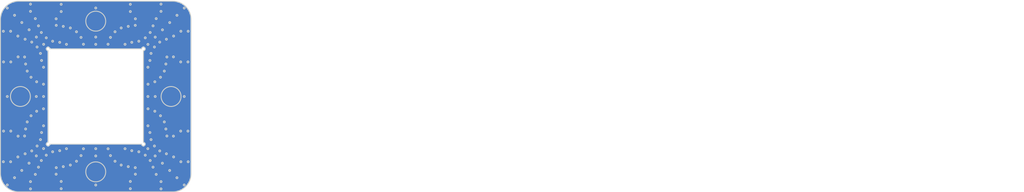
<source format=kicad_pcb>
(kicad_pcb (version 20240108) (generator "pcbnew") (generator_version "8.0")
  (title_block (date "2024-09-16"))
  (layers (0 "F.Cu" signal) (31 "B.Cu" signal) (44 "Edge.Cuts" user))
  (net 0 "")
  (gr_poly (pts (xy 115.13094 115.0829) (xy 115.13094 113.58176) (xy 114.32068 112.93406) (xy 114.31306 112.76896) (xy 114.29274 112.6064) (xy 114.25718 112.44638) (xy 114.20638 112.2889) (xy 114.14288 112.13904) (xy 114.06922 111.99172) (xy 113.98032 111.85456) (xy 113.88126 111.72502) (xy 113.7695 111.6031) (xy 113.64758 111.49388) (xy 113.51804 111.39228) (xy 113.38088 111.30592) (xy 113.23356 111.22972) (xy 113.0837 111.16622) (xy 112.92622 111.11796) (xy 112.7662 111.0824) (xy 112.60364 111.05954) (xy 112.44108 111.05192) (xy 112.14136 111.05192) (xy 112.0423 111.04938) (xy 111.94578 111.03668) (xy 111.84926 111.01382) (xy 111.75782 110.98588) (xy 111.66638 110.94778) (xy 111.58002 110.90206) (xy 111.49874 110.85126) (xy 111.42 110.7903) (xy 111.34888 110.72426) (xy 111.28284 110.65314) (xy 111.22188 110.5744) (xy 111.17108 110.49312) (xy 111.12536 110.40676) (xy 111.08726 110.31532) (xy 111.05932 110.22388) (xy 111.03646 110.12736) (xy 111.02376 110.03084) (xy 111.02122 109.93178) (xy 111.02122 109.83272) (xy 113.4901 109.83272) (xy 113.49264 109.86066) (xy 113.49772 109.88606) (xy 113.50534 109.91146) (xy 113.51804 109.93432) (xy 113.53328 109.95718) (xy 113.55106 109.9775) (xy 113.57138 109.99528) (xy 113.59424 110.00798) (xy 113.61964 110.02068) (xy 113.64504 110.0283) (xy 113.67298 110.03084) (xy 113.69838 110.03338) (xy 113.72632 110.03084) (xy 113.75172 110.02322) (xy 113.77712 110.01306) (xy 113.79998 110.00036) (xy 113.82284 109.98258) (xy 113.84062 109.9648) (xy 113.85586 109.94194) (xy 113.8711 109.91908) (xy 113.88126 109.89368) (xy 113.88634 109.86828) (xy 113.88888 109.84288) (xy 113.88888 109.81494) (xy 113.88634 109.78954) (xy 113.87618 109.7616) (xy 113.86602 109.73874) (xy 113.85078 109.71588) (xy 113.83554 109.69556) (xy 113.81522 109.67524) (xy 113.79236 109.66) (xy 113.7695 109.64984) (xy 113.7441 109.63968) (xy 113.71616 109.6346) (xy 113.69076 109.63206) (xy 113.69076 107.16318) (xy 113.78982 107.16318) (xy 113.88888 107.16826) (xy 113.9854 107.18096) (xy 114.07938 107.20128) (xy 114.17336 107.22922) (xy 114.26226 107.26732) (xy 114.35116 107.31304) (xy 114.43244 107.36638) (xy 114.51118 107.4248) (xy 114.5823 107.49084) (xy 114.64834 107.56196) (xy 114.70676 107.6407) (xy 114.7601 107.72198) (xy 114.80582 107.80834) (xy 114.84392 107.89978) (xy 114.87186 107.99376) (xy 114.89218 108.08774) (xy 114.90488 108.18426) (xy 114.90996 108.28332) (xy 114.90996 108.58304) (xy 114.91758 108.7456) (xy 114.9379 108.90816) (xy 114.97346 109.07072) (xy 115.02426 109.22566) (xy 115.08522 109.37806) (xy 115.16142 109.52284) (xy 115.25032 109.66) (xy 115.34938 109.79208) (xy 115.46114 109.91146) (xy 115.58306 110.02322) (xy 115.7126 110.12228) (xy 115.84976 110.21118) (xy 115.99454 110.28738) (xy 116.14694 110.34834) (xy 116.30442 110.39914) (xy 116.46444 110.4347) (xy 116.627 110.45502) (xy 116.78956 110.46264) (xy 117.4398 111.2729) (xy 118.94094 111.2729) (xy 118.94094 113.08392) (xy 118.9384 113.17282) (xy 118.93332 113.26172) (xy 118.92316 113.35062) (xy 118.90792 113.43952) (xy 118.89014 113.52842) (xy 118.86728 113.61478) (xy 118.84188 113.70114) (xy 118.81394 113.78496) (xy 118.77838 113.86878) (xy 118.74282 113.95006) (xy 118.70218 114.03134) (xy 118.65646 114.10754) (xy 118.6082 114.18374) (xy 118.5574 114.2574) (xy 118.50406 114.33106) (xy 118.44564 114.39964) (xy 118.38468 114.46568) (xy 118.32118 114.52918) (xy 118.25514 114.59014) (xy 118.18656 114.64602) (xy 118.11544 114.7019) (xy 118.04178 114.7527) (xy 117.96558 114.80096) (xy 117.88684 114.84414) (xy 117.8081 114.88478) (xy 117.72682 114.92288) (xy 117.643 114.9559) (xy 117.55918 114.98384) (xy 117.47282 115.01178) (xy 117.38646 115.0321) (xy 117.29756 115.04988) (xy 117.20866 115.06512) (xy 117.11976 115.07528) (xy 117.03086 115.08036) (xy 116.93942 115.0829)) (fill solid) (layer "F.Cu"))
  (gr_poly (pts (xy 117.4398 110.58202) (xy 116.78956 110.36358) (xy 116.63462 110.35596) (xy 116.48222 110.33564) (xy 116.32982 110.30262) (xy 116.1825 110.25436) (xy 116.03772 110.19594) (xy 115.90056 110.12482) (xy 115.76848 110.041) (xy 115.64656 109.94702) (xy 115.53226 109.84034) (xy 115.42558 109.72604) (xy 115.3316 109.60412) (xy 115.24778 109.47204) (xy 115.17666 109.33488) (xy 115.11824 109.19264) (xy 115.06998 109.04278) (xy 115.03696 108.89292) (xy 115.01664 108.73798) (xy 115.00902 108.58304) (xy 115.00902 108.28332) (xy 115.00648 108.17664) (xy 114.99124 108.06996) (xy 114.96838 107.96836) (xy 114.93536 107.86676) (xy 114.89472 107.7677) (xy 114.84646 107.67372) (xy 114.79058 107.58228) (xy 114.72454 107.49846) (xy 114.65342 107.41972) (xy 114.57468 107.3486) (xy 114.49086 107.28256) (xy 114.39942 107.22668) (xy 114.30544 107.17842) (xy 114.20638 107.13524) (xy 114.10478 107.10476) (xy 114.00318 107.0819) (xy 113.8965 107.06666) (xy 113.78982 107.06412) (xy 113.78982 106.50278) (xy 113.94476 106.5104) (xy 114.0997 106.53072) (xy 114.2521 106.56374) (xy 114.39942 106.60946) (xy 114.54166 106.67042) (xy 114.68136 106.74154) (xy 114.8109 106.82536) (xy 114.93536 106.91934) (xy 115.04966 107.02348) (xy 115.1538 107.13778) (xy 115.24778 107.26224) (xy 115.3316 107.39178) (xy 115.40272 107.53148) (xy 115.46368 107.67372) (xy 115.5094 107.82104) (xy 115.54242 107.97344) (xy 115.56274 108.12838) (xy 115.57036 108.28332) (xy 115.57036 108.58304) (xy 115.57544 108.68972) (xy 115.58814 108.79386) (xy 115.611 108.898) (xy 115.64402 108.9996) (xy 115.68466 109.09866) (xy 115.73292 109.19264) (xy 115.79134 109.28154) (xy 115.85484 109.3679) (xy 115.9285 109.44664) (xy 116.00724 109.51776) (xy 116.09106 109.58126) (xy 116.17996 109.63968) (xy 116.27394 109.68794) (xy 116.373 109.72858) (xy 116.4746 109.7616) (xy 116.57874 109.78446) (xy 116.68288 109.79716) (xy 116.78956 109.80224) (xy 117.4398 109.5838) (xy 118.74028 109.5838) (xy 118.74028 110.58202)) (fill solid) (layer "F.Cu"))
  (gr_poly (pts (xy 105.959 99.2333) (xy 105.95646 99.13424) (xy 105.95646 99.12662) (xy 105.94122 99.01994) (xy 105.91836 98.91834) (xy 105.88788 98.81674) (xy 105.8447 98.71768) (xy 105.79644 98.6237) (xy 105.74056 98.53226) (xy 105.67452 98.44844) (xy 105.6034 98.3697) (xy 105.52466 98.29858) (xy 105.44084 98.23254) (xy 105.3494 98.17666) (xy 105.25542 98.1284) (xy 105.15636 98.08776) (xy 105.05476 98.05474) (xy 104.95316 98.03188) (xy 104.84648 98.01664) (xy 104.7398 98.0141) (xy 104.44008 98.0141) (xy 104.28514 98.00648) (xy 104.1302 97.98616) (xy 103.98034 97.95314) (xy 103.83048 97.90488) (xy 103.68824 97.84646) (xy 103.55108 97.77534) (xy 103.419 97.69152) (xy 103.29708 97.59754) (xy 103.18278 97.49086) (xy 103.0761 97.37656) (xy 102.98212 97.25464) (xy 102.8983 97.12256) (xy 102.82718 96.9854) (xy 102.76876 96.84062) (xy 102.7205 96.6933) (xy 102.68748 96.5409) (xy 102.66716 96.3885) (xy 102.65954 96.23356) (xy 102.4411 95.58332) (xy 102.4411 94.28284) (xy 103.43932 94.28284) (xy 103.43932 95.58332) (xy 103.22088 96.23356) (xy 103.22596 96.34024) (xy 103.23866 96.44438) (xy 103.26152 96.54852) (xy 103.29454 96.65012) (xy 103.33518 96.74918) (xy 103.38344 96.84316) (xy 103.44186 96.93206) (xy 103.50536 97.01588) (xy 103.57648 97.09462) (xy 103.65522 97.16828) (xy 103.74158 97.23178) (xy 103.83048 97.2902) (xy 103.92446 97.33846) (xy 104.02352 97.3791) (xy 104.12512 97.41212) (xy 104.22926 97.43498) (xy 104.3334 97.44768) (xy 104.44008 97.45276) (xy 104.7398 97.45276) (xy 104.89474 97.46038) (xy 105.04968 97.4807) (xy 105.20208 97.51372) (xy 105.3494 97.55944) (xy 105.49164 97.6204) (xy 105.63134 97.69152) (xy 105.76088 97.77534) (xy 105.88534 97.86932) (xy 105.99964 97.97346) (xy 106.10378 98.08776) (xy 106.19776 98.21222) (xy 106.28158 98.34176) (xy 106.3527 98.48146) (xy 106.41366 98.6237) (xy 106.45938 98.77102) (xy 106.4924 98.92342) (xy 106.51272 99.07836) (xy 106.51526 99.13424) (xy 106.52034 99.2333)) (fill solid) (layer "F.Cu"))
  (gr_poly (pts (xy 104.1302 115.0829) (xy 104.1302 113.58176) (xy 103.31994 112.93406) (xy 103.32502 112.835) (xy 103.33772 112.73848) (xy 103.35804 112.64196) (xy 103.38852 112.55052) (xy 103.42408 112.45908) (xy 103.4698 112.37272) (xy 103.52314 112.29144) (xy 103.58156 112.2127) (xy 103.6476 112.14158) (xy 103.72126 112.07554) (xy 103.79746 112.01458) (xy 103.88128 111.96378) (xy 103.96764 111.91806) (xy 104.05654 111.87996) (xy 104.15052 111.85202) (xy 104.2445 111.82916) (xy 104.34356 111.81646) (xy 104.44008 111.81392) (xy 104.7398 111.81392) (xy 104.9049 111.8063) (xy 105.06746 111.78344) (xy 105.22748 111.74788) (xy 105.38242 111.69962) (xy 105.53482 111.63612) (xy 105.6796 111.55992) (xy 105.8193 111.47356) (xy 105.94884 111.37196) (xy 106.07076 111.26274) (xy 106.17998 111.14082) (xy 106.27904 111.01128) (xy 106.36794 110.87412) (xy 106.44414 110.7268) (xy 106.50764 110.57694) (xy 106.5559 110.41946) (xy 106.59146 110.25944) (xy 106.61178 110.09688) (xy 106.6194 109.93178) (xy 106.6194 109.83272) (xy 110.25922 109.83272) (xy 110.25922 109.93178) (xy 110.26684 110.09688) (xy 110.2897 110.25944) (xy 110.32526 110.41946) (xy 110.37352 110.57694) (xy 110.43702 110.7268) (xy 110.51322 110.87412) (xy 110.59958 111.01128) (xy 110.70118 111.14082) (xy 110.8104 111.26274) (xy 110.93232 111.37196) (xy 111.06186 111.47356) (xy 111.19902 111.55992) (xy 111.34634 111.63612) (xy 111.4962 111.69962) (xy 111.65368 111.74788) (xy 111.8137 111.78344) (xy 111.97626 111.8063) (xy 112.14136 111.81392) (xy 112.44108 111.81392) (xy 112.5376 111.81646) (xy 112.63412 111.82916) (xy 112.73064 111.85202) (xy 112.82208 111.87996) (xy 112.91352 111.91806) (xy 112.99988 111.96378) (xy 113.0837 112.01458) (xy 113.1599 112.07554) (xy 113.23102 112.14158) (xy 113.29706 112.2127) (xy 113.35802 112.29144) (xy 113.41136 112.37272) (xy 113.45454 112.45908) (xy 113.49264 112.55052) (xy 113.52312 112.64196) (xy 113.54344 112.73848) (xy 113.55614 112.835) (xy 113.56122 112.93406) (xy 112.75096 113.58176) (xy 112.75096 115.0829)) (fill solid) (layer "F.Cu"))
  (gr_poly (pts (xy 110.36082 99.2333) (xy 110.36336 99.13424) (xy 110.3659 99.07836) (xy 110.38622 98.92342) (xy 110.42178 98.77102) (xy 110.4675 98.6237) (xy 110.52592 98.48146) (xy 110.59958 98.34176) (xy 110.68086 98.21222) (xy 110.77738 98.08776) (xy 110.88152 97.97346) (xy 110.99582 97.86932) (xy 111.12028 97.77534) (xy 111.24982 97.69152) (xy 111.38698 97.6204) (xy 111.53176 97.55944) (xy 111.67908 97.51372) (xy 111.83148 97.4807) (xy 111.98388 97.46038) (xy 112.14136 97.45276) (xy 112.44108 97.45276) (xy 112.54776 97.44768) (xy 112.6519 97.43498) (xy 112.75604 97.41212) (xy 112.85764 97.3791) (xy 112.9567 97.33846) (xy 113.05068 97.2902) (xy 113.13958 97.23178) (xy 113.2234 97.16828) (xy 113.30214 97.09462) (xy 113.3758 97.01588) (xy 113.4393 96.93206) (xy 113.49772 96.84316) (xy 113.54598 96.74918) (xy 113.58662 96.65012) (xy 113.61964 96.54852) (xy 113.6425 96.44438) (xy 113.6552 96.34024) (xy 113.66028 96.23356) (xy 113.4393 95.58332) (xy 113.4393 94.28284) (xy 114.44006 94.28284) (xy 114.44006 95.58332) (xy 114.21908 96.23356) (xy 114.214 96.3885) (xy 114.19368 96.5409) (xy 114.16066 96.6933) (xy 114.1124 96.84062) (xy 114.05398 96.9854) (xy 113.98286 97.12256) (xy 113.89904 97.25464) (xy 113.80506 97.37656) (xy 113.69838 97.49086) (xy 113.58408 97.59754) (xy 113.46216 97.69152) (xy 113.33008 97.77534) (xy 113.19292 97.84646) (xy 113.04814 97.90488) (xy 112.90082 97.95314) (xy 112.74842 97.98616) (xy 112.59602 98.00648) (xy 112.44108 98.0141) (xy 112.14136 98.0141) (xy 112.03468 98.01664) (xy 111.928 98.03188) (xy 111.82386 98.05474) (xy 111.72226 98.08776) (xy 111.62574 98.1284) (xy 111.52922 98.17666) (xy 111.44032 98.23254) (xy 111.3565 98.29858) (xy 111.27776 98.3697) (xy 111.20664 98.44844) (xy 111.1406 98.53226) (xy 111.08472 98.6237) (xy 111.03392 98.71768) (xy 110.99328 98.81674) (xy 110.9628 98.91834) (xy 110.93994 99.01994) (xy 110.9247 99.12662) (xy 110.9247 99.13424) (xy 110.91962 99.2333)) (fill solid) (layer "F.Cu"))
  (gr_poly (pts (xy 103.09134 102.0019) (xy 102.99228 101.99936) (xy 102.89576 101.98666) (xy 102.79924 101.9638) (xy 102.7078 101.93586) (xy 102.61636 101.89776) (xy 102.53 101.85204) (xy 102.44872 101.80124) (xy 102.36998 101.74028) (xy 102.29886 101.67424) (xy 102.23282 101.60312) (xy 102.17186 101.52438) (xy 102.12106 101.4431) (xy 102.07534 101.35674) (xy 102.03724 101.2653) (xy 102.0093 101.17386) (xy 101.98644 101.07734) (xy 101.97374 100.98082) (xy 101.9712 100.88176) (xy 101.9712 100.58204) (xy 101.96358 100.41948) (xy 101.94072 100.25692) (xy 101.90516 100.0969) (xy 101.8569 99.93942) (xy 101.7934 99.78956) (xy 101.7172 99.64224) (xy 101.63084 99.50508) (xy 101.52924 99.37554) (xy 101.42002 99.25362) (xy 101.2981 99.14186) (xy 101.2854 99.13424) (xy 101.16856 99.0428) (xy 101.0314 98.9539) (xy 100.88408 98.88024) (xy 100.73422 98.81674) (xy 100.57674 98.76594) (xy 100.41672 98.73038) (xy 100.25416 98.71006) (xy 100.08906 98.70244) (xy 99.44136 97.89218) (xy 97.94022 97.89218) (xy 97.94022 96.0837) (xy 97.94276 95.99226) (xy 97.94784 95.90336) (xy 97.958 95.81446) (xy 97.97324 95.72556) (xy 97.99102 95.63666) (xy 98.01134 95.5503) (xy 98.03928 95.46394) (xy 98.06722 95.38012) (xy 98.10024 95.2963) (xy 98.13834 95.21502) (xy 98.17898 95.13628) (xy 98.22216 95.05754) (xy 98.27042 94.98134) (xy 98.32122 94.90768) (xy 98.3771 94.83656) (xy 98.43298 94.76798) (xy 98.49394 94.70194) (xy 98.55744 94.63844) (xy 98.62348 94.57748) (xy 98.69206 94.51906) (xy 98.76572 94.46572) (xy 98.83938 94.41492) (xy 98.91558 94.36666) (xy 98.99178 94.32094) (xy 99.07306 94.2803) (xy 99.15434 94.24474) (xy 99.23816 94.20918) (xy 99.32198 94.18124) (xy 99.40834 94.15584) (xy 99.4947 94.13298) (xy 99.5836 94.1152) (xy 99.6725 94.09996) (xy 99.7614 94.0898) (xy 99.8503 94.08472) (xy 99.9392 94.08218) (xy 101.75022 94.08218) (xy 101.75022 95.58332) (xy 102.56048 96.23356) (xy 102.5681 96.39612) (xy 102.58842 96.55868) (xy 102.62398 96.7187) (xy 102.67478 96.87618) (xy 102.73574 97.02858) (xy 102.81194 97.17336) (xy 102.90084 97.31052) (xy 102.9999 97.44006) (xy 103.11166 97.56198) (xy 103.23104 97.67374) (xy 103.36312 97.7728) (xy 103.50028 97.8617) (xy 103.64506 97.9379) (xy 103.79746 97.99886) (xy 103.9524 98.04966) (xy 104.11496 98.08522) (xy 104.27752 98.10554) (xy 104.44008 98.11316) (xy 104.7398 98.11316) (xy 104.83886 98.11824) (xy 104.93538 98.13094) (xy 105.02936 98.15126) (xy 105.12334 98.1792) (xy 105.21478 98.2173) (xy 105.30114 98.26302) (xy 105.38242 98.31636) (xy 105.46116 98.37478) (xy 105.53228 98.44082) (xy 105.59832 98.51194) (xy 105.65674 98.59068) (xy 105.71008 98.67196) (xy 105.7558 98.76086) (xy 105.7939 98.84976) (xy 105.82184 98.94374) (xy 105.84216 99.03772) (xy 105.85486 99.13424) (xy 105.85994 99.2333) (xy 105.85994 99.33236) (xy 103.39106 99.33236) (xy 103.38852 99.30696) (xy 103.38344 99.27902) (xy 103.37328 99.25362) (xy 103.36312 99.23076) (xy 103.34788 99.2079) (xy 103.32756 99.18758) (xy 103.30724 99.17234) (xy 103.28438 99.1571) (xy 103.26152 99.14694) (xy 103.23358 99.13678) (xy 103.20818 99.13424) (xy 103.18024 99.13424) (xy 103.15484 99.13678) (xy 103.12944 99.14186) (xy 103.10404 99.15202) (xy 103.08118 99.16726) (xy 103.05832 99.1825) (xy 103.04054 99.20028) (xy 103.02276 99.22314) (xy 103.01006 99.246) (xy 102.9999 99.2714) (xy 102.99228 99.2968) (xy 102.98974 99.32474) (xy 102.99228 99.35014) (xy 102.99482 99.37808) (xy 103.00244 99.40348) (xy 103.01514 99.42888) (xy 103.02784 99.45174) (xy 103.04562 99.47206) (xy 103.06594 99.48984) (xy 103.0888 99.50508) (xy 103.11166 99.51778) (xy 103.13706 99.5254) (xy 103.16246 99.53048) (xy 103.1904 99.53302) (xy 103.1904 102.0019)) (fill solid) (layer "F.Cu"))
  (gr_poly (pts (xy 116.78956 109.70318) (xy 116.69304 109.6981) (xy 116.59652 109.6854) (xy 116.5 109.66508) (xy 116.40602 109.6346) (xy 116.31712 109.59904) (xy 116.23076 109.55332) (xy 116.14694 109.49998) (xy 116.07074 109.44156) (xy 115.99708 109.37552) (xy 115.93104 109.30186) (xy 115.87262 109.22566) (xy 115.81928 109.14184) (xy 115.7761 109.05548) (xy 115.738 108.96658) (xy 115.70752 108.8726) (xy 115.6872 108.77862) (xy 115.6745 108.67956) (xy 115.66942 108.58304) (xy 115.66942 108.28332) (xy 115.6618 108.11822) (xy 115.64148 107.95566) (xy 115.60592 107.79564) (xy 115.55766 107.6407) (xy 115.49416 107.4883) (xy 115.41796 107.34352) (xy 115.32906 107.20382) (xy 115.23 107.07428) (xy 115.12078 106.95236) (xy 114.99886 106.84314) (xy 114.86932 106.74408) (xy 114.72962 106.65518) (xy 114.58484 106.57898) (xy 114.43244 106.51548) (xy 114.2775 106.46722) (xy 114.11748 106.43166) (xy 113.95492 106.41134) (xy 113.78982 106.40372) (xy 113.69076 106.40372) (xy 113.69076 102.7639) (xy 113.78982 102.7639) (xy 113.95492 102.75628) (xy 114.11748 102.73342) (xy 114.2775 102.69786) (xy 114.43244 102.6496) (xy 114.58484 102.5861) (xy 114.72962 102.5099) (xy 114.86932 102.42354) (xy 114.99886 102.32194) (xy 115.12078 102.21272) (xy 115.23 102.0908) (xy 115.32906 101.96126) (xy 115.41796 101.8241) (xy 115.49416 101.67678) (xy 115.55766 101.52692) (xy 115.60592 101.36944) (xy 115.64148 101.20942) (xy 115.6618 101.04686) (xy 115.66942 100.88176) (xy 115.66942 100.58204) (xy 115.6745 100.48552) (xy 115.6872 100.389) (xy 115.70752 100.29248) (xy 115.738 100.20104) (xy 115.7761 100.1096) (xy 115.81928 100.02324) (xy 115.87262 99.93942) (xy 115.93104 99.86322) (xy 115.99708 99.7921) (xy 116.07074 99.72606) (xy 116.14694 99.6651) (xy 116.23076 99.61176) (xy 116.31712 99.56858) (xy 116.40602 99.53048) (xy 116.5 99.5) (xy 116.59652 99.47968) (xy 116.69304 99.46698) (xy 116.78956 99.4619) (xy 117.4398 100.27216) (xy 118.94094 100.27216) (xy 118.94094 108.89292) (xy 117.4398 108.89292)) (fill solid) (layer "F.Cu"))
  (gr_poly (pts (xy 113.78982 102.6623) (xy 113.78982 102.1035) (xy 113.8965 102.09842) (xy 114.00318 102.08318) (xy 114.10478 102.06032) (xy 114.20638 102.02984) (xy 114.30544 101.9892) (xy 114.39942 101.9384) (xy 114.49086 101.88252) (xy 114.57468 101.81648) (xy 114.65342 101.74536) (xy 114.72454 101.66662) (xy 114.79058 101.5828) (xy 114.84646 101.4939) (xy 114.89472 101.39738) (xy 114.93536 101.30086) (xy 114.96838 101.19926) (xy 114.99124 101.09512) (xy 115.00648 100.98844) (xy 115.00902 100.88176) (xy 115.00902 100.58204) (xy 115.01664 100.4271) (xy 115.03696 100.2747) (xy 115.06998 100.1223) (xy 115.11824 99.97498) (xy 115.17666 99.8302) (xy 115.24778 99.69304) (xy 115.3316 99.56096) (xy 115.42558 99.43904) (xy 115.53226 99.32474) (xy 115.64656 99.21806) (xy 115.76848 99.12408) (xy 115.90056 99.04026) (xy 116.03772 98.96914) (xy 116.1825 98.91072) (xy 116.32982 98.86246) (xy 116.48222 98.82944) (xy 116.63462 98.80912) (xy 116.78956 98.80404) (xy 117.4398 98.58306) (xy 118.74028 98.58306) (xy 118.74028 99.58382) (xy 117.4398 99.58382) (xy 116.78956 99.36284) (xy 116.68288 99.36792) (xy 116.57874 99.38062) (xy 116.4746 99.40348) (xy 116.373 99.4365) (xy 116.27394 99.47714) (xy 116.17996 99.5254) (xy 116.09106 99.58382) (xy 116.00724 99.64732) (xy 115.9285 99.72098) (xy 115.85484 99.79972) (xy 115.79134 99.88354) (xy 115.73292 99.97244) (xy 115.68466 100.06642) (xy 115.64402 100.16548) (xy 115.611 100.26708) (xy 115.58814 100.37122) (xy 115.57544 100.47536) (xy 115.57036 100.58204) (xy 115.57036 100.88176) (xy 115.56274 101.03924) (xy 115.54242 101.19164) (xy 115.5094 101.34404) (xy 115.46368 101.49136) (xy 115.40272 101.63614) (xy 115.3316 101.7733) (xy 115.24778 101.90284) (xy 115.1538 102.0273) (xy 115.04966 102.1416) (xy 114.93536 102.24574) (xy 114.8109 102.34226) (xy 114.68136 102.42354) (xy 114.54166 102.4972) (xy 114.39942 102.55562) (xy 114.2521 102.60134) (xy 114.0997 102.6369) (xy 113.94476 102.65722)) (fill solid) (layer "F.Cu"))
  (gr_poly (pts (xy 113.4393 114.88224) (xy 113.4393 113.58176) (xy 113.66028 112.93406) (xy 113.6552 112.82738) (xy 113.6425 112.7207) (xy 113.61964 112.61656) (xy 113.58662 112.51496) (xy 113.54598 112.41844) (xy 113.49772 112.32192) (xy 113.4393 112.23302) (xy 113.3758 112.1492) (xy 113.30214 112.07046) (xy 113.2234 111.99934) (xy 113.13958 111.9333) (xy 113.05068 111.87742) (xy 112.9567 111.82662) (xy 112.85764 111.78598) (xy 112.75604 111.7555) (xy 112.6519 111.73264) (xy 112.54776 111.7174) (xy 112.44108 111.71232) (xy 112.14136 111.71232) (xy 111.98388 111.70724) (xy 111.83148 111.68692) (xy 111.67908 111.65136) (xy 111.53176 111.60564) (xy 111.38698 111.54722) (xy 111.24982 111.47356) (xy 111.12028 111.38974) (xy 110.99582 111.29576) (xy 110.88152 111.19162) (xy 110.77738 111.07732) (xy 110.68086 110.95286) (xy 110.59958 110.82332) (xy 110.52592 110.68616) (xy 110.4675 110.54138) (xy 110.42178 110.39406) (xy 110.38622 110.24166) (xy 110.3659 110.08926) (xy 110.36082 109.93178) (xy 110.91962 109.93178) (xy 110.9247 110.03846) (xy 110.93994 110.14514) (xy 110.9628 110.24928) (xy 110.99328 110.35088) (xy 111.03392 110.4474) (xy 111.08472 110.54392) (xy 111.1406 110.63282) (xy 111.20664 110.71664) (xy 111.27776 110.79538) (xy 111.3565 110.8665) (xy 111.44032 110.93254) (xy 111.52922 110.98842) (xy 111.62574 111.03922) (xy 111.72226 111.07986) (xy 111.82386 111.11034) (xy 111.928 111.1332) (xy 112.03468 111.14844) (xy 112.14136 111.15352) (xy 112.44108 111.15352) (xy 112.59602 111.1586) (xy 112.74842 111.17892) (xy 112.90082 111.21448) (xy 113.04814 111.2602) (xy 113.19292 111.31862) (xy 113.33008 111.39228) (xy 113.46216 111.47356) (xy 113.58408 111.57008) (xy 113.69838 111.67422) (xy 113.80506 111.78852) (xy 113.89904 111.91298) (xy 113.98286 112.04252) (xy 114.05398 112.17968) (xy 114.1124 112.32446) (xy 114.16066 112.47178) (xy 114.19368 112.62418) (xy 114.214 112.77658) (xy 114.21908 112.93406) (xy 114.44006 113.58176) (xy 114.44006 114.88224)) (fill solid) (layer "F.Cu"))
  (gr_poly (pts (xy 103.09134 102.6623) (xy 102.93386 102.65722) (xy 102.78146 102.6369) (xy 102.62906 102.60134) (xy 102.48174 102.55562) (xy 102.33696 102.4972) (xy 102.1998 102.42354) (xy 102.07026 102.34226) (xy 101.9458 102.24574) (xy 101.8315 102.1416) (xy 101.72736 102.0273) (xy 101.63338 101.90284) (xy 101.54956 101.7733) (xy 101.4759 101.63614) (xy 101.41748 101.49136) (xy 101.37176 101.34404) (xy 101.3362 101.19164) (xy 101.31588 101.03924) (xy 101.3108 100.88176) (xy 101.3108 100.58204) (xy 101.30572 100.47536) (xy 101.29048 100.37122) (xy 101.26762 100.26708) (xy 101.23714 100.16548) (xy 101.1965 100.06642) (xy 101.1457 99.97244) (xy 101.08982 99.88354) (xy 101.02378 99.79972) (xy 100.95266 99.72098) (xy 100.87392 99.64732) (xy 100.7901 99.58382) (xy 100.7012 99.5254) (xy 100.60468 99.47714) (xy 100.50816 99.4365) (xy 100.40656 99.40348) (xy 100.30242 99.38062) (xy 100.19574 99.36792) (xy 100.08906 99.36284) (xy 99.44136 99.58382) (xy 98.14088 99.58382) (xy 98.14088 98.58306) (xy 99.44136 98.58306) (xy 100.08906 98.80404) (xy 100.24654 98.80912) (xy 100.39894 98.82944) (xy 100.55134 98.86246) (xy 100.69866 98.91072) (xy 100.84344 98.96914) (xy 100.9806 99.04026) (xy 101.11014 99.12408) (xy 101.12284 99.13424) (xy 101.2346 99.21806) (xy 101.3489 99.32474) (xy 101.45304 99.43904) (xy 101.54956 99.56096) (xy 101.63084 99.69304) (xy 101.7045 99.8302) (xy 101.76292 99.97498) (xy 101.80864 100.1223) (xy 101.8442 100.2747) (xy 101.86452 100.4271) (xy 101.8696 100.58204) (xy 101.8696 100.88176) (xy 101.87468 100.98844) (xy 101.88992 101.09512) (xy 101.91278 101.19926) (xy 101.94326 101.30086) (xy 101.9839 101.39738) (xy 102.0347 101.4939) (xy 102.09058 101.5828) (xy 102.15662 101.66662) (xy 102.22774 101.74536) (xy 102.30648 101.81648) (xy 102.3903 101.88252) (xy 102.4792 101.9384) (xy 102.57572 101.9892) (xy 102.67224 102.02984) (xy 102.77384 102.06032) (xy 102.87798 102.08318) (xy 102.98466 102.09842) (xy 103.09134 102.1035)) (fill solid) (layer "F.Cu"))
  (gr_poly (pts (xy 106.6194 99.33236) (xy 106.6194 99.2333) (xy 106.61686 99.13424) (xy 106.61178 99.0682) (xy 106.59146 98.90564) (xy 106.5559 98.74562) (xy 106.50764 98.59068) (xy 106.44414 98.43828) (xy 106.36794 98.2935) (xy 106.27904 98.1538) (xy 106.17998 98.02426) (xy 106.07076 97.90234) (xy 105.94884 97.79312) (xy 105.8193 97.69406) (xy 105.6796 97.60516) (xy 105.53482 97.52896) (xy 105.38242 97.46546) (xy 105.22748 97.4172) (xy 105.06746 97.38164) (xy 104.9049 97.36132) (xy 104.7398 97.3537) (xy 104.44008 97.3537) (xy 104.34356 97.34862) (xy 104.2445 97.33592) (xy 104.15052 97.3156) (xy 104.05654 97.28512) (xy 103.96764 97.24702) (xy 103.88128 97.20384) (xy 103.79746 97.1505) (xy 103.72126 97.09208) (xy 103.6476 97.02604) (xy 103.58156 96.95238) (xy 103.52314 96.87618) (xy 103.4698 96.79236) (xy 103.42408 96.706) (xy 103.38852 96.6171) (xy 103.35804 96.52312) (xy 103.33772 96.4266) (xy 103.32502 96.33008) (xy 103.31994 96.23356) (xy 104.1302 95.58332) (xy 104.1302 94.08218) (xy 112.75096 94.08218) (xy 112.75096 95.58332) (xy 113.56122 96.23356) (xy 113.55614 96.33008) (xy 113.54344 96.4266) (xy 113.52312 96.52312) (xy 113.49264 96.6171) (xy 113.45454 96.706) (xy 113.41136 96.79236) (xy 113.35802 96.87618) (xy 113.29706 96.95238) (xy 113.23102 97.02604) (xy 113.1599 97.09208) (xy 113.0837 97.1505) (xy 112.99988 97.20384) (xy 112.91352 97.24702) (xy 112.82208 97.28512) (xy 112.73064 97.3156) (xy 112.63412 97.33592) (xy 112.5376 97.34862) (xy 112.44108 97.3537) (xy 112.14136 97.3537) (xy 111.97626 97.36132) (xy 111.8137 97.38164) (xy 111.65368 97.4172) (xy 111.4962 97.46546) (xy 111.34634 97.52896) (xy 111.19902 97.60516) (xy 111.06186 97.69406) (xy 110.93232 97.79312) (xy 110.8104 97.90234) (xy 110.70118 98.02426) (xy 110.59958 98.1538) (xy 110.51322 98.2935) (xy 110.43702 98.43828) (xy 110.37352 98.59068) (xy 110.32526 98.74562) (xy 110.2897 98.90564) (xy 110.26684 99.0682) (xy 110.2643 99.13424) (xy 110.25922 99.2333) (xy 110.25922 99.33236)) (fill solid) (layer "F.Cu"))
  (gr_poly (pts (xy 113.69076 102.0019) (xy 113.69076 99.53302) (xy 113.71616 99.53048) (xy 113.7441 99.5254) (xy 113.7695 99.51778) (xy 113.79236 99.50508) (xy 113.81522 99.48984) (xy 113.83554 99.47206) (xy 113.85078 99.45174) (xy 113.86602 99.42888) (xy 113.87618 99.40348) (xy 113.88634 99.37808) (xy 113.88888 99.35014) (xy 113.88888 99.32474) (xy 113.88634 99.2968) (xy 113.88126 99.2714) (xy 113.8711 99.246) (xy 113.85586 99.22314) (xy 113.84062 99.20028) (xy 113.82284 99.1825) (xy 113.79998 99.16726) (xy 113.77712 99.15202) (xy 113.75172 99.14186) (xy 113.72632 99.13678) (xy 113.69838 99.13424) (xy 113.67298 99.13424) (xy 113.64504 99.13678) (xy 113.61964 99.14694) (xy 113.59424 99.1571) (xy 113.57138 99.17234) (xy 113.55106 99.18758) (xy 113.53328 99.2079) (xy 113.51804 99.23076) (xy 113.50534 99.25362) (xy 113.49772 99.27902) (xy 113.49264 99.30696) (xy 113.4901 99.33236) (xy 111.02122 99.33236) (xy 111.02122 99.2333) (xy 111.02376 99.13424) (xy 111.03646 99.03772) (xy 111.05932 98.94374) (xy 111.08726 98.84976) (xy 111.12536 98.76086) (xy 111.17108 98.67196) (xy 111.22188 98.59068) (xy 111.28284 98.51194) (xy 111.34888 98.44082) (xy 111.42 98.37478) (xy 111.49874 98.31636) (xy 111.58002 98.26302) (xy 111.66638 98.2173) (xy 111.75782 98.1792) (xy 111.84926 98.15126) (xy 111.94578 98.13094) (xy 112.0423 98.11824) (xy 112.14136 98.11316) (xy 112.44108 98.11316) (xy 112.60364 98.10554) (xy 112.7662 98.08522) (xy 112.92622 98.04966) (xy 113.0837 97.99886) (xy 113.23356 97.9379) (xy 113.38088 97.8617) (xy 113.51804 97.7728) (xy 113.64758 97.67374) (xy 113.7695 97.56198) (xy 113.88126 97.44006) (xy 113.98032 97.31052) (xy 114.06922 97.17336) (xy 114.14288 97.02858) (xy 114.20638 96.87618) (xy 114.25718 96.7187) (xy 114.29274 96.55868) (xy 114.31306 96.39612) (xy 114.32068 96.23356) (xy 115.13094 95.58332) (xy 115.13094 94.08218) (xy 116.93942 94.08218) (xy 117.03086 94.08472) (xy 117.11976 94.0898) (xy 117.20866 94.09996) (xy 117.29756 94.1152) (xy 117.38646 94.13298) (xy 117.47282 94.15584) (xy 117.55918 94.18124) (xy 117.643 94.20918) (xy 117.72682 94.24474) (xy 117.8081 94.2803) (xy 117.88684 94.32094) (xy 117.96558 94.36666) (xy 118.04178 94.41492) (xy 118.11544 94.46572) (xy 118.18656 94.51906) (xy 118.25514 94.57748) (xy 118.32118 94.63844) (xy 118.38468 94.70194) (xy 118.44564 94.76798) (xy 118.50406 94.83656) (xy 118.5574 94.90768) (xy 118.6082 94.98134) (xy 118.65646 95.05754) (xy 118.70218 95.13628) (xy 118.74282 95.21502) (xy 118.77838 95.2963) (xy 118.81394 95.38012) (xy 118.84188 95.46394) (xy 118.86728 95.5503) (xy 118.89014 95.63666) (xy 118.90792 95.72556) (xy 118.92316 95.81446) (xy 118.93332 95.90336) (xy 118.9384 95.99226) (xy 118.94094 96.0837) (xy 118.94094 97.89218) (xy 117.4398 97.89218) (xy 116.88608 98.58306) (xy 116.78956 98.70244) (xy 116.627 98.71006) (xy 116.46444 98.73038) (xy 116.30442 98.76594) (xy 116.14694 98.81674) (xy 115.99454 98.88024) (xy 115.84976 98.9539) (xy 115.7126 99.0428) (xy 115.58306 99.14186) (xy 115.46114 99.25362) (xy 115.34938 99.37554) (xy 115.25032 99.50508) (xy 115.16142 99.64224) (xy 115.08522 99.78956) (xy 115.02426 99.93942) (xy 114.97346 100.0969) (xy 114.9379 100.25692) (xy 114.91758 100.41948) (xy 114.90996 100.58204) (xy 114.90996 100.88176) (xy 114.90488 100.98082) (xy 114.89218 101.07734) (xy 114.87186 101.17386) (xy 114.84392 101.2653) (xy 114.80582 101.35674) (xy 114.7601 101.4431) (xy 114.70676 101.52438) (xy 114.64834 101.60312) (xy 114.5823 101.67424) (xy 114.51118 101.74028) (xy 114.43244 101.80124) (xy 114.35116 101.85204) (xy 114.26226 101.89776) (xy 114.17336 101.93586) (xy 114.07938 101.9638) (xy 113.9854 101.98666) (xy 113.88888 101.99936) (xy 113.78982 102.0019)) (fill solid) (layer "F.Cu"))
  (gr_poly (pts (xy 99.9392 115.0829) (xy 99.8503 115.08036) (xy 99.7614 115.07528) (xy 99.6725 115.06512) (xy 99.5836 115.04988) (xy 99.4947 115.0321) (xy 99.40834 115.01178) (xy 99.32198 114.98384) (xy 99.23816 114.9559) (xy 99.15434 114.92288) (xy 99.07306 114.88478) (xy 98.99178 114.84414) (xy 98.91558 114.80096) (xy 98.83938 114.7527) (xy 98.76572 114.7019) (xy 98.69206 114.64602) (xy 98.62348 114.59014) (xy 98.55744 114.52918) (xy 98.49394 114.46568) (xy 98.43298 114.39964) (xy 98.3771 114.33106) (xy 98.32122 114.2574) (xy 98.27042 114.18374) (xy 98.22216 114.10754) (xy 98.17898 114.03134) (xy 98.13834 113.95006) (xy 98.10024 113.86878) (xy 98.06722 113.78496) (xy 98.03928 113.70114) (xy 98.01134 113.61478) (xy 97.99102 113.52842) (xy 97.97324 113.43952) (xy 97.958 113.35062) (xy 97.94784 113.26172) (xy 97.94276 113.17282) (xy 97.94022 113.08392) (xy 97.94022 111.2729) (xy 99.44136 111.2729) (xy 100.08906 110.46264) (xy 100.25416 110.45502) (xy 100.41672 110.4347) (xy 100.57674 110.39914) (xy 100.73422 110.34834) (xy 100.88408 110.28738) (xy 101.0314 110.21118) (xy 101.16856 110.12228) (xy 101.2981 110.02322) (xy 101.42002 109.91146) (xy 101.52924 109.79208) (xy 101.63084 109.66) (xy 101.7172 109.52284) (xy 101.7934 109.37806) (xy 101.8569 109.22566) (xy 101.90516 109.07072) (xy 101.94072 108.90816) (xy 101.96358 108.7456) (xy 101.9712 108.58304) (xy 101.9712 108.28332) (xy 101.97374 108.18426) (xy 101.98644 108.08774) (xy 102.0093 107.99376) (xy 102.03724 107.89978) (xy 102.07534 107.80834) (xy 102.12106 107.72198) (xy 102.17186 107.6407) (xy 102.23282 107.56196) (xy 102.29886 107.49084) (xy 102.36998 107.4248) (xy 102.44872 107.36638) (xy 102.53 107.31304) (xy 102.61636 107.26732) (xy 102.7078 107.22922) (xy 102.79924 107.20128) (xy 102.89576 107.18096) (xy 102.99228 107.16826) (xy 103.09134 107.16318) (xy 103.1904 107.16318) (xy 103.1904 109.63206) (xy 103.16246 109.6346) (xy 103.13706 109.63968) (xy 103.11166 109.64984) (xy 103.0888 109.66) (xy 103.06594 109.67524) (xy 103.04562 109.69556) (xy 103.02784 109.71588) (xy 103.01514 109.73874) (xy 103.00244 109.7616) (xy 102.99482 109.78954) (xy 102.99228 109.81494) (xy 102.98974 109.84288) (xy 102.99228 109.86828) (xy 102.9999 109.89368) (xy 103.01006 109.91908) (xy 103.02276 109.94194) (xy 103.04054 109.9648) (xy 103.05832 109.98258) (xy 103.08118 110.00036) (xy 103.10404 110.01306) (xy 103.12944 110.02322) (xy 103.15484 110.03084) (xy 103.18024 110.03338) (xy 103.20818 110.03084) (xy 103.23358 110.0283) (xy 103.26152 110.02068) (xy 103.28438 110.00798) (xy 103.30724 109.99528) (xy 103.32756 109.9775) (xy 103.34788 109.95718) (xy 103.36312 109.93432) (xy 103.37328 109.91146) (xy 103.38344 109.88606) (xy 103.38852 109.86066) (xy 103.39106 109.83272) (xy 105.85994 109.83272) (xy 105.85994 109.93178) (xy 105.85486 110.03084) (xy 105.84216 110.12736) (xy 105.82184 110.22388) (xy 105.7939 110.31532) (xy 105.7558 110.40676) (xy 105.71008 110.49312) (xy 105.65674 110.5744) (xy 105.59832 110.65314) (xy 105.53228 110.72426) (xy 105.46116 110.7903) (xy 105.38242 110.85126) (xy 105.30114 110.90206) (xy 105.21478 110.94778) (xy 105.12334 110.98588) (xy 105.02936 111.01382) (xy 104.93538 111.03668) (xy 104.83886 111.04938) (xy 104.7398 111.05192) (xy 104.44008 111.05192) (xy 104.27752 111.05954) (xy 104.11496 111.0824) (xy 103.9524 111.11796) (xy 103.79746 111.16622) (xy 103.64506 111.22972) (xy 103.50028 111.30592) (xy 103.36312 111.39228) (xy 103.23104 111.49388) (xy 103.11166 111.6031) (xy 102.9999 111.72502) (xy 102.90084 111.85456) (xy 102.81194 111.99172) (xy 102.73574 112.13904) (xy 102.67478 112.2889) (xy 102.62398 112.44638) (xy 102.58842 112.6064) (xy 102.5681 112.76896) (xy 102.56048 112.93406) (xy 101.75022 113.58176) (xy 101.75022 115.0829)) (fill solid) (layer "F.Cu"))
  (gr_poly (pts (xy 98.14088 110.58202) (xy 98.14088 109.5838) (xy 99.44136 109.5838) (xy 100.08906 109.80224) (xy 100.19574 109.79716) (xy 100.30242 109.78446) (xy 100.40656 109.7616) (xy 100.50816 109.72858) (xy 100.60468 109.68794) (xy 100.7012 109.63968) (xy 100.7901 109.58126) (xy 100.87392 109.51776) (xy 100.95266 109.44664) (xy 101.02378 109.3679) (xy 101.08982 109.28154) (xy 101.1457 109.19264) (xy 101.1965 109.09866) (xy 101.23714 108.9996) (xy 101.26762 108.898) (xy 101.29048 108.79386) (xy 101.30572 108.68972) (xy 101.3108 108.58304) (xy 101.3108 108.28332) (xy 101.31588 108.12838) (xy 101.3362 107.97344) (xy 101.37176 107.82104) (xy 101.41748 107.67372) (xy 101.4759 107.53148) (xy 101.54956 107.39178) (xy 101.63338 107.26224) (xy 101.72736 107.13778) (xy 101.8315 107.02348) (xy 101.9458 106.91934) (xy 102.07026 106.82536) (xy 102.1998 106.74154) (xy 102.33696 106.67042) (xy 102.48174 106.60946) (xy 102.62906 106.56374) (xy 102.78146 106.53072) (xy 102.93386 106.5104) (xy 103.09134 106.50278) (xy 103.09134 107.06412) (xy 102.98466 107.06666) (xy 102.87798 107.0819) (xy 102.77384 107.10476) (xy 102.67224 107.13524) (xy 102.57572 107.17842) (xy 102.4792 107.22668) (xy 102.3903 107.28256) (xy 102.30648 107.3486) (xy 102.22774 107.41972) (xy 102.15662 107.49846) (xy 102.09058 107.58228) (xy 102.0347 107.67372) (xy 101.9839 107.7677) (xy 101.94326 107.86676) (xy 101.91278 107.96836) (xy 101.88992 108.06996) (xy 101.87468 108.17664) (xy 101.8696 108.28332) (xy 101.8696 108.58304) (xy 101.86452 108.73798) (xy 101.8442 108.89292) (xy 101.80864 109.04278) (xy 101.76292 109.19264) (xy 101.7045 109.33488) (xy 101.63084 109.47204) (xy 101.54956 109.60412) (xy 101.45304 109.72604) (xy 101.3489 109.84034) (xy 101.2346 109.94702) (xy 101.11014 110.041) (xy 100.9806 110.12482) (xy 100.84344 110.19594) (xy 100.69866 110.25436) (xy 100.55134 110.30262) (xy 100.39894 110.33564) (xy 100.24654 110.35596) (xy 100.08906 110.36358) (xy 99.44136 110.58202)) (fill solid) (layer "F.Cu"))
  (gr_poly (pts (xy 100.08906 109.70318) (xy 99.44136 108.89292) (xy 97.94022 108.89292) (xy 97.94022 100.27216) (xy 99.44136 100.27216) (xy 100.08906 99.4619) (xy 100.18812 99.46698) (xy 100.28464 99.47968) (xy 100.38116 99.5) (xy 100.4726 99.53048) (xy 100.56404 99.56858) (xy 100.6504 99.61176) (xy 100.73168 99.6651) (xy 100.81042 99.72606) (xy 100.88154 99.7921) (xy 100.94758 99.86322) (xy 101.00854 99.93942) (xy 101.05934 100.02324) (xy 101.10506 100.1096) (xy 101.14316 100.20104) (xy 101.1711 100.29248) (xy 101.19396 100.389) (xy 101.20666 100.48552) (xy 101.2092 100.58204) (xy 101.2092 100.88176) (xy 101.21682 101.04686) (xy 101.23968 101.20942) (xy 101.27524 101.36944) (xy 101.3235 101.52692) (xy 101.387 101.67678) (xy 101.4632 101.8241) (xy 101.54956 101.96126) (xy 101.65116 102.0908) (xy 101.76038 102.21272) (xy 101.8823 102.32194) (xy 102.01184 102.42354) (xy 102.149 102.5099) (xy 102.29632 102.5861) (xy 102.44618 102.6496) (xy 102.60366 102.69786) (xy 102.76368 102.73342) (xy 102.92624 102.75628) (xy 103.09134 102.7639) (xy 103.1904 102.7639) (xy 103.1904 106.40372) (xy 103.09134 106.40372) (xy 102.92624 106.41134) (xy 102.76368 106.43166) (xy 102.60366 106.46722) (xy 102.48936 106.50278) (xy 102.44618 106.51548) (xy 102.29632 106.57898) (xy 102.149 106.65518) (xy 102.01184 106.74408) (xy 101.8823 106.84314) (xy 101.76038 106.95236) (xy 101.65116 107.07428) (xy 101.54956 107.20382) (xy 101.4632 107.34352) (xy 101.387 107.4883) (xy 101.3235 107.6407) (xy 101.27524 107.79564) (xy 101.23968 107.95566) (xy 101.21682 108.11822) (xy 101.2092 108.28332) (xy 101.2092 108.58304) (xy 101.20666 108.67956) (xy 101.19396 108.77862) (xy 101.1711 108.8726) (xy 101.14316 108.96658) (xy 101.10506 109.05548) (xy 101.05934 109.14184) (xy 101.00854 109.22566) (xy 100.94758 109.30186) (xy 100.88154 109.37552) (xy 100.81042 109.44156) (xy 100.73168 109.49998) (xy 100.6504 109.55332) (xy 100.56404 109.59904) (xy 100.4726 109.6346) (xy 100.38116 109.66508) (xy 100.28464 109.6854) (xy 100.18812 109.6981)) (fill solid) (layer "F.Cu"))
  (gr_poly (pts (xy 102.4411 114.88224) (xy 102.4411 113.58176) (xy 102.65954 112.93406) (xy 102.66716 112.77658) (xy 102.68748 112.62418) (xy 102.7205 112.47178) (xy 102.76876 112.32446) (xy 102.82718 112.17968) (xy 102.8983 112.04252) (xy 102.98212 111.91298) (xy 103.0761 111.78852) (xy 103.18278 111.67422) (xy 103.29708 111.57008) (xy 103.419 111.47356) (xy 103.55108 111.39228) (xy 103.68824 111.31862) (xy 103.83048 111.2602) (xy 103.98034 111.21448) (xy 104.1302 111.17892) (xy 104.28514 111.1586) (xy 104.44008 111.15352) (xy 104.7398 111.15352) (xy 104.84648 111.14844) (xy 104.95316 111.1332) (xy 105.05476 111.11034) (xy 105.15636 111.07986) (xy 105.25542 111.03922) (xy 105.3494 110.98842) (xy 105.44084 110.93254) (xy 105.52466 110.8665) (xy 105.6034 110.79538) (xy 105.67452 110.71664) (xy 105.74056 110.63282) (xy 105.79644 110.54392) (xy 105.8447 110.4474) (xy 105.88788 110.35088) (xy 105.91836 110.24928) (xy 105.94122 110.14514) (xy 105.95646 110.03846) (xy 105.959 109.93178) (xy 106.52034 109.93178) (xy 106.51272 110.08926) (xy 106.4924 110.24166) (xy 106.45938 110.39406) (xy 106.41366 110.54138) (xy 106.3527 110.68616) (xy 106.28158 110.82332) (xy 106.19776 110.95286) (xy 106.10378 111.07732) (xy 105.99964 111.19162) (xy 105.88534 111.29576) (xy 105.76088 111.38974) (xy 105.63134 111.47356) (xy 105.49164 111.54722) (xy 105.3494 111.60564) (xy 105.20208 111.65136) (xy 105.04968 111.68692) (xy 104.89474 111.70724) (xy 104.7398 111.71232) (xy 104.44008 111.71232) (xy 104.3334 111.7174) (xy 104.22926 111.73264) (xy 104.12512 111.7555) (xy 104.02352 111.78598) (xy 103.92446 111.82662) (xy 103.83048 111.87742) (xy 103.74158 111.9333) (xy 103.65522 111.99934) (xy 103.57648 112.07046) (xy 103.50536 112.1492) (xy 103.44186 112.23302) (xy 103.38344 112.32192) (xy 103.33518 112.41844) (xy 103.29454 112.51496) (xy 103.26152 112.61656) (xy 103.23866 112.7207) (xy 103.22596 112.82738) (xy 103.22088 112.93406) (xy 103.43932 113.58176) (xy 103.43932 114.88224)) (fill solid) (layer "F.Cu"))
  (gr_poly (pts (xy 97.94022 113.08392) (xy 97.94276 113.17282) (xy 97.94784 113.26172) (xy 97.958 113.35062) (xy 97.97324 113.43952) (xy 97.99102 113.52842) (xy 98.01134 113.61478) (xy 98.03928 113.70114) (xy 98.06722 113.78496) (xy 98.10024 113.86878) (xy 98.13834 113.95006) (xy 98.17898 114.03134) (xy 98.22216 114.10754) (xy 98.27042 114.18374) (xy 98.32122 114.2574) (xy 98.3771 114.33106) (xy 98.43298 114.39964) (xy 98.49394 114.46568) (xy 98.55744 114.52918) (xy 98.62348 114.59014) (xy 98.69206 114.64602) (xy 98.76572 114.7019) (xy 98.83938 114.7527) (xy 98.91558 114.80096) (xy 98.99178 114.84414) (xy 99.07306 114.88478) (xy 99.15434 114.92288) (xy 99.23816 114.9559) (xy 99.32198 114.98384) (xy 99.40834 115.01178) (xy 99.4947 115.0321) (xy 99.5836 115.04988) (xy 99.6725 115.06512) (xy 99.7614 115.07528) (xy 99.8503 115.08036) (xy 99.9392 115.0829) (xy 116.93942 115.0829) (xy 117.03086 115.08036) (xy 117.11976 115.07528) (xy 117.20866 115.06512) (xy 117.29756 115.04988) (xy 117.38646 115.0321) (xy 117.47282 115.01178) (xy 117.55918 114.98384) (xy 117.643 114.9559) (xy 117.72682 114.92288) (xy 117.8081 114.88478) (xy 117.88684 114.84414) (xy 117.96558 114.80096) (xy 118.04178 114.7527) (xy 118.11544 114.7019) (xy 118.18656 114.64602) (xy 118.25514 114.59014) (xy 118.32118 114.52918) (xy 118.38468 114.46568) (xy 118.44564 114.39964) (xy 118.50406 114.33106) (xy 118.5574 114.2574) (xy 118.6082 114.18374) (xy 118.65646 114.10754) (xy 118.70218 114.03134) (xy 118.74282 113.95006) (xy 118.77838 113.86878) (xy 118.81394 113.78496) (xy 118.84188 113.70114) (xy 118.86728 113.61478) (xy 118.89014 113.52842) (xy 118.90792 113.43952) (xy 118.92316 113.35062) (xy 118.93332 113.26172) (xy 118.9384 113.17282) (xy 118.94094 113.08392) (xy 118.94094 96.0837) (xy 118.9384 95.99226) (xy 118.93332 95.90336) (xy 118.92316 95.81446) (xy 118.90792 95.72556) (xy 118.89014 95.63666) (xy 118.86728 95.5503) (xy 118.84188 95.46394) (xy 118.81394 95.38012) (xy 118.77838 95.2963) (xy 118.74282 95.21502) (xy 118.70218 95.13628) (xy 118.65646 95.05754) (xy 118.6082 94.98134) (xy 118.5574 94.90768) (xy 118.50406 94.83656) (xy 118.44564 94.76798) (xy 118.38468 94.70194) (xy 118.32118 94.63844) (xy 118.25514 94.57748) (xy 118.18656 94.51906) (xy 118.11544 94.46572) (xy 118.04178 94.41492) (xy 117.96558 94.36666) (xy 117.88684 94.32094) (xy 117.8081 94.2803) (xy 117.72682 94.24474) (xy 117.643 94.20918) (xy 117.55918 94.18124) (xy 117.47282 94.15584) (xy 117.38646 94.13298) (xy 117.29756 94.1152) (xy 117.20866 94.09996) (xy 117.11976 94.0898) (xy 117.03086 94.08472) (xy 116.93942 94.08218) (xy 103.18024 94.08218) (xy 103.18024 99.13424) (xy 103.20818 99.13424) (xy 103.23358 99.13678) (xy 103.26152 99.14694) (xy 103.28438 99.1571) (xy 103.30724 99.17234) (xy 103.32756 99.18758) (xy 103.34788 99.2079) (xy 103.36312 99.23076) (xy 103.37328 99.25362) (xy 103.38344 99.27902) (xy 103.38852 99.30696) (xy 103.39106 99.33236) (xy 113.4901 99.33236) (xy 113.49264 99.30696) (xy 113.49772 99.27902) (xy 113.50534 99.25362) (xy 113.51804 99.23076) (xy 113.53328 99.2079) (xy 113.55106 99.18758) (xy 113.57138 99.17234) (xy 113.59424 99.1571) (xy 113.61964 99.14694) (xy 113.64504 99.13678) (xy 113.67298 99.13424) (xy 113.69838 99.13424) (xy 113.72632 99.13678) (xy 113.75172 99.14186) (xy 113.77712 99.15202) (xy 113.79998 99.16726) (xy 113.82284 99.1825) (xy 113.84062 99.20028) (xy 113.85586 99.22314) (xy 113.8711 99.246) (xy 113.88126 99.2714) (xy 113.88634 99.2968) (xy 113.88888 99.32474) (xy 113.88888 99.35014) (xy 113.88634 99.37808) (xy 113.87618 99.40348) (xy 113.86602 99.42888) (xy 113.85078 99.45174) (xy 113.83554 99.47206) (xy 113.81522 99.48984) (xy 113.79236 99.50508) (xy 113.7695 99.51778) (xy 113.7441 99.5254) (xy 113.71616 99.53048) (xy 113.69076 99.53302) (xy 113.69076 109.63206) (xy 113.71616 109.6346) (xy 113.7441 109.63968) (xy 113.7695 109.64984) (xy 113.79236 109.66) (xy 113.81522 109.67524) (xy 113.83554 109.69556) (xy 113.85078 109.71588) (xy 113.86602 109.73874) (xy 113.87618 109.7616) (xy 113.88634 109.78954) (xy 113.88888 109.81494) (xy 113.88888 109.84288) (xy 113.88634 109.86828) (xy 113.88126 109.89368) (xy 113.8711 109.91908) (xy 113.85586 109.94194) (xy 113.84062 109.9648) (xy 113.82284 109.98258) (xy 113.79998 110.00036) (xy 113.77712 110.01306) (xy 113.75172 110.02322) (xy 113.72632 110.03084) (xy 113.69838 110.03338) (xy 113.67298 110.03084) (xy 113.64504 110.0283) (xy 113.61964 110.02068) (xy 113.59424 110.00798) (xy 113.57138 109.99528) (xy 113.55106 109.9775) (xy 113.53328 109.95718) (xy 113.51804 109.93432) (xy 113.50534 109.91146) (xy 113.49772 109.88606) (xy 113.49264 109.86066) (xy 113.4901 109.83272) (xy 103.39106 109.83272) (xy 103.38852 109.86066) (xy 103.38344 109.88606) (xy 103.37328 109.91146) (xy 103.36312 109.93432) (xy 103.34788 109.95718) (xy 103.32756 109.9775) (xy 103.30724 109.99528) (xy 103.28438 110.00798) (xy 103.26152 110.02068) (xy 103.23358 110.0283) (xy 103.20818 110.03084) (xy 103.18024 110.03338) (xy 103.15484 110.03084) (xy 103.12944 110.02322) (xy 103.10404 110.01306) (xy 103.08118 110.00036) (xy 103.05832 109.98258) (xy 103.04054 109.9648) (xy 103.02276 109.94194) (xy 103.01006 109.91908) (xy 102.9999 109.89368) (xy 102.99228 109.86828) (xy 102.98974 109.84288) (xy 102.99228 109.81494) (xy 102.99482 109.78954) (xy 103.00244 109.7616) (xy 103.01514 109.73874) (xy 103.02784 109.71588) (xy 103.04562 109.69556) (xy 103.06594 109.67524) (xy 103.0888 109.66) (xy 103.11166 109.64984) (xy 103.13706 109.63968) (xy 103.16246 109.6346) (xy 103.1904 109.63206) (xy 103.1904 99.53302) (xy 103.16246 99.53048) (xy 103.13706 99.5254) (xy 103.11166 99.51778) (xy 103.0888 99.50508) (xy 103.06594 99.48984) (xy 103.04562 99.47206) (xy 103.02784 99.45174) (xy 103.01514 99.42888) (xy 103.00244 99.40348) (xy 102.99482 99.37808) (xy 102.99228 99.35014) (xy 102.98974 99.32474) (xy 102.99228 99.2968) (xy 102.9999 99.2714) (xy 103.01006 99.246) (xy 103.02276 99.22314) (xy 103.04054 99.20028) (xy 103.05832 99.1825) (xy 103.08118 99.16726) (xy 103.10404 99.15202) (xy 103.12944 99.14186) (xy 103.15484 99.13678) (xy 103.18024 99.13424) (xy 103.18024 94.08218) (xy 99.9392 94.08218) (xy 99.8503 94.08472) (xy 99.7614 94.0898) (xy 99.6725 94.09996) (xy 99.5836 94.1152) (xy 99.4947 94.13298) (xy 99.40834 94.15584) (xy 99.32198 94.18124) (xy 99.23816 94.20918) (xy 99.15434 94.24474) (xy 99.07306 94.2803) (xy 98.99178 94.32094) (xy 98.91558 94.36666) (xy 98.83938 94.41492) (xy 98.76572 94.46572) (xy 98.69206 94.51906) (xy 98.62348 94.57748) (xy 98.55744 94.63844) (xy 98.49394 94.70194) (xy 98.43298 94.76798) (xy 98.3771 94.83656) (xy 98.32122 94.90768) (xy 98.27042 94.98134) (xy 98.22216 95.05754) (xy 98.17898 95.13628) (xy 98.13834 95.21502) (xy 98.10024 95.2963) (xy 98.06722 95.38012) (xy 98.03928 95.46394) (xy 98.01134 95.5503) (xy 97.99102 95.63666) (xy 97.97324 95.72556) (xy 97.958 95.81446) (xy 97.94784 95.90336) (xy 97.94276 95.99226) (xy 97.94022 96.0837)) (fill solid) (layer "B.Cu"))
  (gr_poly (pts (xy 98.68698 104.6816) (xy 98.66666 104.6816) (xy 98.65142 104.67398) (xy 98.63618 104.66636) (xy 98.62094 104.6562) (xy 98.60824 104.64096) (xy 98.60062 104.62572) (xy 98.593 104.61048) (xy 98.59046 104.5927) (xy 98.59046 104.57492) (xy 98.593 104.55714) (xy 98.60062 104.53936) (xy 98.60824 104.52412) (xy 98.62094 104.51142) (xy 98.63618 104.49872) (xy 98.65142 104.4911) (xy 98.66666 104.48602) (xy 98.68698 104.48348) (xy 98.70476 104.48348) (xy 98.72 104.48856) (xy 98.73778 104.49364) (xy 98.75302 104.5038) (xy 98.76572 104.5165) (xy 98.77588 104.53174) (xy 98.7835 104.54698) (xy 98.78858 104.56476) (xy 98.79112 104.58254) (xy 98.78858 104.60032) (xy 98.7835 104.6181) (xy 98.77588 104.63334) (xy 98.76572 104.64858) (xy 98.75302 104.66128) (xy 98.73778 104.67144) (xy 98.72 104.67906) (xy 98.70476 104.6816)) (stroke (width 0.1)) (fill none) (layer "Edge.Cuts"))
  (gr_poly (pts (xy 102.44618 97.63056) (xy 102.4284 97.63056) (xy 102.41062 97.62548) (xy 102.39538 97.61786) (xy 102.38014 97.60516) (xy 102.36744 97.59246) (xy 102.35728 97.57976) (xy 102.34966 97.56198) (xy 102.34712 97.5442) (xy 102.34458 97.52642) (xy 102.34712 97.50864) (xy 102.35474 97.49086) (xy 102.36236 97.47562) (xy 102.37252 97.46292) (xy 102.38776 97.45022) (xy 102.403 97.44006) (xy 102.41824 97.43498) (xy 102.43602 97.43244) (xy 102.4538 97.43244) (xy 102.47158 97.43498) (xy 102.48936 97.44006) (xy 102.5046 97.45022) (xy 102.5173 97.46292) (xy 102.53 97.47562) (xy 102.53762 97.49086) (xy 102.5427 97.50864) (xy 102.54524 97.52642) (xy 102.54524 97.5442) (xy 102.54016 97.56198) (xy 102.53254 97.57976) (xy 102.52238 97.59246) (xy 102.51222 97.60516) (xy 102.49698 97.61786) (xy 102.48174 97.62548) (xy 102.46396 97.63056)) (stroke (width 0.1)) (fill none) (layer "Edge.Cuts"))
  (gr_poly (pts (xy 114.53658 99.93434) (xy 114.5188 99.93434) (xy 114.50102 99.92926) (xy 114.48324 99.92164) (xy 114.468 99.91148) (xy 114.4553 99.89878) (xy 114.44514 99.88608) (xy 114.43752 99.8683) (xy 114.43244 99.85306) (xy 114.4299 99.83528) (xy 114.43244 99.8175) (xy 114.43752 99.79972) (xy 114.44514 99.78194) (xy 114.4553 99.76924) (xy 114.468 99.75654) (xy 114.48324 99.74638) (xy 114.50102 99.73876) (xy 114.5188 99.73622) (xy 114.53658 99.73368) (xy 114.55436 99.73622) (xy 114.5696 99.7413) (xy 114.58738 99.75146) (xy 114.60008 99.76162) (xy 114.61278 99.77432) (xy 114.6204 99.78956) (xy 114.62802 99.80734) (xy 114.63056 99.82512) (xy 114.63056 99.8429) (xy 114.62802 99.86068) (xy 114.6204 99.87846) (xy 114.61278 99.8937) (xy 114.60008 99.9064) (xy 114.58738 99.91656) (xy 114.5696 99.92672) (xy 114.55436 99.9318)) (stroke (width 0.1)) (fill none) (layer "Edge.Cuts"))
  (gr_poly (pts (xy 114.19368 104.6816) (xy 114.1759 104.6816) (xy 114.15812 104.67906) (xy 114.14288 104.67144) (xy 114.12764 104.66128) (xy 114.11494 104.64858) (xy 114.10478 104.63334) (xy 114.09716 104.6181) (xy 114.09208 104.60032) (xy 114.08954 104.58254) (xy 114.09208 104.56476) (xy 114.09716 104.54698) (xy 114.10478 104.53174) (xy 114.11494 104.5165) (xy 114.12764 104.5038) (xy 114.14288 104.49364) (xy 114.15812 104.48856) (xy 114.1759 104.48348) (xy 114.19368 104.48348) (xy 114.21146 104.48602) (xy 114.22924 104.4911) (xy 114.24448 104.49872) (xy 114.25972 104.51142) (xy 114.26988 104.52412) (xy 114.28004 104.53936) (xy 114.28766 104.55714) (xy 114.2902 104.57492) (xy 114.2902 104.5927) (xy 114.28766 104.61048) (xy 114.28004 104.62572) (xy 114.26988 104.64096) (xy 114.25972 104.6562) (xy 114.24448 104.66636) (xy 114.22924 104.67398) (xy 114.21146 104.6816)) (stroke (width 0.1)) (fill none) (layer "Edge.Cuts"))
  (gr_poly (pts (xy 100.59452 100.33058) (xy 100.57674 100.32804) (xy 100.5615 100.32296) (xy 100.54372 100.3128) (xy 100.53102 100.30264) (xy 100.51832 100.28994) (xy 100.5107 100.27216) (xy 100.50308 100.25692) (xy 100.50054 100.23914) (xy 100.50054 100.22136) (xy 100.50308 100.20358) (xy 100.5107 100.1858) (xy 100.51832 100.17056) (xy 100.53102 100.15786) (xy 100.54372 100.1477) (xy 100.5615 100.13754) (xy 100.57674 100.13246) (xy 100.59452 100.12992) (xy 100.6123 100.12992) (xy 100.63008 100.135) (xy 100.64786 100.14262) (xy 100.6631 100.15278) (xy 100.6758 100.16548) (xy 100.68596 100.17818) (xy 100.69358 100.19596) (xy 100.69866 100.2112) (xy 100.7012 100.22898) (xy 100.69866 100.24676) (xy 100.69358 100.26454) (xy 100.68596 100.28232) (xy 100.6758 100.29502) (xy 100.6631 100.30772) (xy 100.64786 100.31788) (xy 100.63008 100.3255) (xy 100.6123 100.32804)) (stroke (width 0.1)) (fill none) (layer "Edge.Cuts"))
  (gr_poly (pts (xy 112.80684 96.1218) (xy 112.78906 96.1218) (xy 112.77128 96.11672) (xy 112.75604 96.1091) (xy 112.7408 96.09894) (xy 112.7281 96.08624) (xy 112.71794 96.071) (xy 112.71286 96.05322) (xy 112.70778 96.03544) (xy 112.70778 96.01766) (xy 112.71032 95.99988) (xy 112.7154 95.98464) (xy 112.72302 95.96686) (xy 112.73572 95.95416) (xy 112.74842 95.94146) (xy 112.76366 95.93384) (xy 112.78144 95.92622) (xy 112.79922 95.92368) (xy 112.817 95.92368) (xy 112.83478 95.92622) (xy 112.85002 95.93384) (xy 112.86526 95.94146) (xy 112.8805 95.95416) (xy 112.89066 95.96686) (xy 112.89828 95.98464) (xy 112.90336 95.99988) (xy 112.9059 96.01766) (xy 112.9059 96.03544) (xy 112.90336 96.05322) (xy 112.89574 96.071) (xy 112.88558 96.08624) (xy 112.87288 96.09894) (xy 112.85764 96.1091) (xy 112.8424 96.11672) (xy 112.82462 96.1218)) (stroke (width 0.1)) (fill none) (layer "Edge.Cuts"))
  (gr_poly (pts (xy 114.20384 103.32778) (xy 114.18606 103.32778) (xy 114.16828 103.3227) (xy 114.1505 103.31508) (xy 114.1378 103.30492) (xy 114.12256 103.29222) (xy 114.1124 103.27952) (xy 114.10478 103.26174) (xy 114.0997 103.2465) (xy 114.0997 103.22872) (xy 114.0997 103.21094) (xy 114.10478 103.19316) (xy 114.1124 103.17538) (xy 114.12256 103.16268) (xy 114.1378 103.14998) (xy 114.1505 103.13982) (xy 114.16828 103.1322) (xy 114.18606 103.12966) (xy 114.20384 103.12712) (xy 114.22162 103.12966) (xy 114.2394 103.13474) (xy 114.25464 103.1449) (xy 114.26734 103.15506) (xy 114.28004 103.16776) (xy 114.2902 103.183) (xy 114.29528 103.20078) (xy 114.29782 103.21856) (xy 114.29782 103.23634) (xy 114.29528 103.25412) (xy 114.2902 103.2719) (xy 114.28004 103.28714) (xy 114.26734 103.29984) (xy 114.25464 103.31) (xy 114.2394 103.32016) (xy 114.22162 103.32524)) (stroke (width 0.1)) (fill none) (layer "Edge.Cuts"))
  (gr_poly (pts (xy 113.89396 98.2173) (xy 113.87618 98.21476) (xy 113.8584 98.21222) (xy 113.84316 98.2046) (xy 113.82792 98.1919) (xy 113.81522 98.1792) (xy 113.80506 98.16396) (xy 113.79744 98.14872) (xy 113.7949 98.13094) (xy 113.7949 98.11316) (xy 113.79744 98.09538) (xy 113.80252 98.0776) (xy 113.81014 98.06236) (xy 113.8203 98.04966) (xy 113.83554 98.03696) (xy 113.85078 98.0268) (xy 113.86602 98.02172) (xy 113.8838 98.01664) (xy 113.90158 98.01664) (xy 113.91936 98.02172) (xy 113.93714 98.0268) (xy 113.95238 98.03696) (xy 113.96508 98.04966) (xy 113.97778 98.06236) (xy 113.9854 98.0776) (xy 113.99048 98.09538) (xy 113.99302 98.11316) (xy 113.99302 98.13094) (xy 113.98794 98.14872) (xy 113.98286 98.16396) (xy 113.9727 98.1792) (xy 113.96 98.1919) (xy 113.94476 98.2046) (xy 113.92952 98.21222) (xy 113.91174 98.21476)) (stroke (width 0.1)) (fill none) (layer "Edge.Cuts"))
  (gr_poly (pts (xy 104.07432 96.1218) (xy 104.05654 96.1218) (xy 104.03876 96.11672) (xy 104.02098 96.1091) (xy 104.00828 96.09894) (xy 103.99558 96.08624) (xy 103.98542 96.071) (xy 103.9778 96.05322) (xy 103.97526 96.03544) (xy 103.97272 96.01766) (xy 103.97526 95.99988) (xy 103.98034 95.98464) (xy 103.9905 95.96686) (xy 104.00066 95.95416) (xy 104.01336 95.94146) (xy 104.03114 95.93384) (xy 104.04638 95.92622) (xy 104.06416 95.92368) (xy 104.08194 95.92368) (xy 104.09972 95.92622) (xy 104.1175 95.93384) (xy 104.13274 95.94146) (xy 104.14544 95.95416) (xy 104.1556 95.96686) (xy 104.16576 95.98464) (xy 104.17084 95.99988) (xy 104.17338 96.01766) (xy 104.17338 96.03544) (xy 104.1683 96.05322) (xy 104.16068 96.071) (xy 104.15052 96.08624) (xy 104.14036 96.09894) (xy 104.12512 96.1091) (xy 104.10734 96.11672) (xy 104.0921 96.1218)) (stroke (width 0.1)) (fill none) (layer "Edge.Cuts"))
  (gr_poly (pts (xy 107.0766 110.44232) (xy 107.05882 110.43724) (xy 107.04104 110.43216) (xy 107.0258 110.422) (xy 107.0131 110.41184) (xy 107.0004 110.3966) (xy 106.99278 110.38136) (xy 106.9877 110.36358) (xy 106.98516 110.3458) (xy 106.98516 110.32802) (xy 106.99024 110.31024) (xy 106.99786 110.295) (xy 107.00548 110.27976) (xy 107.01818 110.26706) (xy 107.03342 110.2569) (xy 107.04866 110.24928) (xy 107.06644 110.2442) (xy 107.08422 110.24166) (xy 107.102 110.2442) (xy 107.11978 110.24928) (xy 107.13502 110.2569) (xy 107.15026 110.26706) (xy 107.16296 110.27976) (xy 107.17312 110.295) (xy 107.18074 110.31024) (xy 107.18328 110.32802) (xy 107.18582 110.3458) (xy 107.18328 110.36358) (xy 107.17566 110.38136) (xy 107.16804 110.3966) (xy 107.15788 110.41184) (xy 107.14264 110.422) (xy 107.1274 110.43216) (xy 107.11216 110.43724) (xy 107.09438 110.44232)) (stroke (width 0.1)) (fill none) (layer "Edge.Cuts"))
  (gr_poly (pts (xy 117.82588 97.4934) (xy 117.80556 97.49086) (xy 117.79032 97.48832) (xy 117.77254 97.4807) (xy 117.7573 97.47054) (xy 117.7446 97.45784) (xy 117.73444 97.44514) (xy 117.72682 97.42736) (xy 117.72174 97.40958) (xy 117.7192 97.3918) (xy 117.72174 97.37402) (xy 117.72682 97.35878) (xy 117.73444 97.341) (xy 117.7446 97.3283) (xy 117.7573 97.3156) (xy 117.77254 97.30544) (xy 117.79032 97.29782) (xy 117.80556 97.29274) (xy 117.82588 97.29274) (xy 117.84366 97.29528) (xy 117.8589 97.30036) (xy 117.87414 97.31052) (xy 117.88938 97.32068) (xy 117.90208 97.33338) (xy 117.9097 97.34862) (xy 117.91732 97.3664) (xy 117.91986 97.38418) (xy 117.91986 97.40196) (xy 117.91732 97.41974) (xy 117.9097 97.43752) (xy 117.90208 97.45276) (xy 117.88938 97.46546) (xy 117.87414 97.47562) (xy 117.8589 97.48578) (xy 117.84366 97.49086)) (stroke (width 0.1)) (fill none) (layer "Edge.Cuts"))
  (gr_poly (pts (xy 102.68494 110.42454) (xy 102.66716 110.422) (xy 102.65192 110.41692) (xy 102.63414 110.40676) (xy 102.62144 110.3966) (xy 102.60874 110.38136) (xy 102.60112 110.36612) (xy 102.5935 110.35088) (xy 102.59096 110.3331) (xy 102.59096 110.31532) (xy 102.5935 110.29754) (xy 102.60112 110.27976) (xy 102.60874 110.26452) (xy 102.62144 110.25182) (xy 102.63414 110.24166) (xy 102.65192 110.2315) (xy 102.66716 110.22642) (xy 102.68494 110.22388) (xy 102.70272 110.22388) (xy 102.7205 110.22896) (xy 102.73828 110.23658) (xy 102.75352 110.24674) (xy 102.76622 110.2569) (xy 102.77638 110.27214) (xy 102.784 110.28992) (xy 102.78908 110.30516) (xy 102.78908 110.32294) (xy 102.78908 110.34072) (xy 102.784 110.3585) (xy 102.77638 110.37628) (xy 102.76622 110.38898) (xy 102.75352 110.40168) (xy 102.73828 110.41184) (xy 102.7205 110.41946) (xy 102.70272 110.422)) (stroke (width 0.1)) (fill none) (layer "Edge.Cuts"))
  (gr_poly (pts (xy 116.2841 109.03516) (xy 116.26632 109.03516) (xy 116.24854 109.03008) (xy 116.2333 109.025) (xy 116.21806 109.01484) (xy 116.20536 109.00214) (xy 116.1952 108.9869) (xy 116.18758 108.97166) (xy 116.1825 108.95388) (xy 116.17996 108.9361) (xy 116.1825 108.91832) (xy 116.18758 108.90054) (xy 116.1952 108.8853) (xy 116.20536 108.87006) (xy 116.21806 108.85736) (xy 116.2333 108.8472) (xy 116.24854 108.83958) (xy 116.26632 108.83704) (xy 116.2841 108.83704) (xy 116.30188 108.83704) (xy 116.31966 108.84466) (xy 116.3349 108.85228) (xy 116.35014 108.86244) (xy 116.3603 108.87768) (xy 116.37046 108.89292) (xy 116.37808 108.90816) (xy 116.38062 108.92594) (xy 116.38062 108.94372) (xy 116.37808 108.9615) (xy 116.37046 108.97928) (xy 116.3603 108.99452) (xy 116.35014 109.00722) (xy 116.3349 109.01992) (xy 116.31966 109.02754) (xy 116.30188 109.03262)) (stroke (width 0.1)) (fill none) (layer "Edge.Cuts"))
  (gr_poly (pts (xy 115.62116 114.06182) (xy 115.60338 114.05928) (xy 115.5856 114.0542) (xy 115.57036 114.04404) (xy 115.55766 114.03134) (xy 115.5475 114.01864) (xy 115.53734 114.0034) (xy 115.53226 113.98562) (xy 115.52972 113.96784) (xy 115.53226 113.95006) (xy 115.5348 113.93228) (xy 115.54242 113.9145) (xy 115.55258 113.9018) (xy 115.56528 113.88656) (xy 115.57798 113.8764) (xy 115.59576 113.86878) (xy 115.61354 113.8637) (xy 115.63132 113.8637) (xy 115.6491 113.8637) (xy 115.66434 113.86878) (xy 115.68212 113.8764) (xy 115.69482 113.88656) (xy 115.70752 113.9018) (xy 115.71768 113.9145) (xy 115.7253 113.93228) (xy 115.73038 113.95006) (xy 115.73038 113.96784) (xy 115.72784 113.98562) (xy 115.72276 114.0034) (xy 115.7126 114.01864) (xy 115.70244 114.03134) (xy 115.68974 114.04404) (xy 115.6745 114.0542) (xy 115.65672 114.05928) (xy 115.63894 114.06182)) (stroke (width 0.1)) (fill none) (layer "Edge.Cuts"))
  (gr_poly (pts (xy 114.97346 111.23226) (xy 114.95568 111.22972) (xy 114.94044 111.2221) (xy 114.92266 111.21448) (xy 114.90996 111.20178) (xy 114.8998 111.18908) (xy 114.88964 111.1713) (xy 114.88456 111.15606) (xy 114.88202 111.13828) (xy 114.88456 111.1205) (xy 114.8871 111.10272) (xy 114.89472 111.08494) (xy 114.90488 111.0697) (xy 114.91758 111.057) (xy 114.93028 111.04684) (xy 114.94806 111.03922) (xy 114.96584 111.03414) (xy 114.98362 111.03414) (xy 115.0014 111.03414) (xy 115.01664 111.03922) (xy 115.03442 111.04684) (xy 115.04966 111.057) (xy 115.05982 111.0697) (xy 115.06998 111.08494) (xy 115.0776 111.10272) (xy 115.08268 111.1205) (xy 115.08268 111.13828) (xy 115.08014 111.15606) (xy 115.07506 111.1713) (xy 115.0649 111.18908) (xy 115.05474 111.20178) (xy 115.04204 111.21448) (xy 115.0268 111.2221) (xy 115.00902 111.22972) (xy 114.99124 111.23226)) (stroke (width 0.1)) (fill none) (layer "Edge.Cuts"))
  (gr_poly (pts (xy 100.0916 105.68236) (xy 99.89602 105.65442) (xy 99.70806 105.59346) (xy 99.53534 105.50202) (xy 99.3804 105.37756) (xy 99.25086 105.23024) (xy 99.14926 105.06006) (xy 99.08068 104.87464) (xy 99.04512 104.6816) (xy 99.04512 104.48348) (xy 99.08068 104.29044) (xy 99.14926 104.10502) (xy 99.25086 103.93738) (xy 99.3804 103.78752) (xy 99.53534 103.6656) (xy 99.70806 103.57162) (xy 99.89602 103.51066) (xy 100.0916 103.48526) (xy 100.28718 103.49288) (xy 100.48022 103.53606) (xy 100.66056 103.6148) (xy 100.82566 103.72402) (xy 100.9679 103.85864) (xy 101.08474 104.01866) (xy 101.1711 104.19646) (xy 101.2219 104.38696) (xy 101.23968 104.58254) (xy 101.2219 104.77812) (xy 101.1711 104.96862) (xy 101.08474 105.14642) (xy 100.9679 105.30644) (xy 100.82566 105.4436) (xy 100.66056 105.55282) (xy 100.48022 105.62902) (xy 100.28718 105.6722)) (stroke (width 0.1)) (fill none) (layer "Edge.Cuts"))
  (gr_poly (pts (xy 107.08422 98.92342) (xy 107.06644 98.92342) (xy 107.04866 98.91834) (xy 107.03342 98.91072) (xy 107.01818 98.90056) (xy 107.00548 98.88532) (xy 106.99786 98.87262) (xy 106.99024 98.85484) (xy 106.98516 98.83706) (xy 106.98516 98.81928) (xy 106.9877 98.8015) (xy 106.99278 98.78372) (xy 107.0004 98.76848) (xy 107.0131 98.75578) (xy 107.0258 98.74308) (xy 107.04104 98.73292) (xy 107.05882 98.72784) (xy 107.0766 98.7253) (xy 107.09438 98.7253) (xy 107.11216 98.72784) (xy 107.1274 98.73292) (xy 107.14264 98.74308) (xy 107.15788 98.75578) (xy 107.16804 98.76848) (xy 107.17566 98.78372) (xy 107.18328 98.8015) (xy 107.18582 98.81928) (xy 107.18328 98.83706) (xy 107.18074 98.85484) (xy 107.17312 98.87262) (xy 107.16296 98.88532) (xy 107.15026 98.90056) (xy 107.13502 98.91072) (xy 107.11978 98.91834) (xy 107.102 98.92342)) (stroke (width 0.1)) (fill none) (layer "Edge.Cuts"))
  (gr_poly (pts (xy 116.2841 100.33058) (xy 116.26632 100.32804) (xy 116.24854 100.3255) (xy 116.2333 100.31788) (xy 116.21806 100.30772) (xy 116.20536 100.29502) (xy 116.1952 100.28232) (xy 116.18758 100.26454) (xy 116.1825 100.24676) (xy 116.17996 100.22898) (xy 116.1825 100.2112) (xy 116.18758 100.19596) (xy 116.1952 100.17818) (xy 116.20536 100.16548) (xy 116.21806 100.15278) (xy 116.2333 100.14262) (xy 116.24854 100.135) (xy 116.26632 100.12992) (xy 116.2841 100.12992) (xy 116.30188 100.13246) (xy 116.31966 100.13754) (xy 116.3349 100.1477) (xy 116.35014 100.15786) (xy 116.3603 100.17056) (xy 116.37046 100.1858) (xy 116.37808 100.20358) (xy 116.38062 100.22136) (xy 116.38062 100.23914) (xy 116.37808 100.25692) (xy 116.37046 100.27216) (xy 116.3603 100.28994) (xy 116.35014 100.30264) (xy 116.3349 100.3128) (xy 116.31966 100.32296) (xy 116.30188 100.32804)) (stroke (width 0.1)) (fill none) (layer "Edge.Cuts"))
  (gr_poly (pts (xy 106.81752 98.17158) (xy 106.79974 98.16904) (xy 106.78196 98.1665) (xy 106.76672 98.15888) (xy 106.75148 98.14618) (xy 106.73878 98.13348) (xy 106.72862 98.11824) (xy 106.72354 98.103) (xy 106.71846 98.08522) (xy 106.71846 98.06744) (xy 106.721 98.04966) (xy 106.72608 98.03188) (xy 106.7337 98.01664) (xy 106.7464 98.00394) (xy 106.7591 97.99124) (xy 106.77434 97.98108) (xy 106.79212 97.976) (xy 106.8099 97.97346) (xy 106.82768 97.97346) (xy 106.84546 97.976) (xy 106.8607 97.98108) (xy 106.87594 97.99124) (xy 106.89118 98.00394) (xy 106.90134 98.01664) (xy 106.90896 98.03188) (xy 106.91658 98.04966) (xy 106.91658 98.06744) (xy 106.91658 98.08522) (xy 106.91404 98.103) (xy 106.90642 98.11824) (xy 106.89626 98.13348) (xy 106.88356 98.14618) (xy 106.86832 98.15888) (xy 106.85308 98.1665) (xy 106.8353 98.16904)) (stroke (width 0.1)) (fill none) (layer "Edge.Cuts"))
  (gr_poly (pts (xy 99.48454 113.63002) (xy 99.46676 113.62748) (xy 99.45152 113.6224) (xy 99.43628 113.61224) (xy 99.42104 113.60208) (xy 99.40834 113.58938) (xy 99.40072 113.57414) (xy 99.3931 113.55636) (xy 99.39056 113.53858) (xy 99.39056 113.5208) (xy 99.3931 113.50302) (xy 99.40072 113.48778) (xy 99.40834 113.47) (xy 99.42104 113.4573) (xy 99.43628 113.44714) (xy 99.45152 113.43698) (xy 99.46676 113.4319) (xy 99.48454 113.42936) (xy 99.50486 113.4319) (xy 99.5201 113.43444) (xy 99.53788 113.44206) (xy 99.55312 113.45222) (xy 99.56582 113.46492) (xy 99.57598 113.47762) (xy 99.5836 113.4954) (xy 99.58868 113.51318) (xy 99.59122 113.53096) (xy 99.58868 113.54874) (xy 99.5836 113.56398) (xy 99.57598 113.58176) (xy 99.56582 113.59446) (xy 99.55312 113.60716) (xy 99.53788 113.61732) (xy 99.5201 113.62494) (xy 99.50486 113.63002)) (stroke (width 0.1)) (fill none) (layer "Edge.Cuts"))
  (gr_poly (pts (xy 99.05528 97.4934) (xy 99.0375 97.49086) (xy 99.01972 97.48578) (xy 99.00448 97.47562) (xy 98.99178 97.46546) (xy 98.97908 97.45276) (xy 98.96892 97.43752) (xy 98.96384 97.41974) (xy 98.9613 97.40196) (xy 98.9613 97.38418) (xy 98.96384 97.3664) (xy 98.96892 97.34862) (xy 98.97908 97.33338) (xy 98.99178 97.32068) (xy 99.00448 97.31052) (xy 99.01972 97.30036) (xy 99.0375 97.29528) (xy 99.05528 97.29274) (xy 99.07306 97.29274) (xy 99.09084 97.29782) (xy 99.10862 97.30544) (xy 99.12132 97.3156) (xy 99.13656 97.3283) (xy 99.14672 97.341) (xy 99.15434 97.35878) (xy 99.15942 97.37402) (xy 99.15942 97.3918) (xy 99.15942 97.40958) (xy 99.15434 97.42736) (xy 99.14672 97.44514) (xy 99.13656 97.45784) (xy 99.12132 97.47054) (xy 99.10862 97.4807) (xy 99.09084 97.48832) (xy 99.07306 97.49086)) (stroke (width 0.1)) (fill none) (layer "Edge.Cuts"))
  (gr_poly (pts (xy 114.19622 101.4558) (xy 114.17844 101.4558) (xy 114.16066 101.45072) (xy 114.14288 101.4431) (xy 114.13018 101.43294) (xy 114.11494 101.42024) (xy 114.10478 101.40754) (xy 114.09716 101.38976) (xy 114.09208 101.37452) (xy 114.09208 101.35674) (xy 114.09208 101.33896) (xy 114.09716 101.32118) (xy 114.10478 101.3034) (xy 114.11494 101.2907) (xy 114.13018 101.278) (xy 114.14288 101.26784) (xy 114.16066 101.26022) (xy 114.17844 101.25768) (xy 114.19622 101.25514) (xy 114.214 101.25768) (xy 114.23178 101.26276) (xy 114.24702 101.27292) (xy 114.25972 101.28308) (xy 114.27242 101.29578) (xy 114.28258 101.31356) (xy 114.28766 101.3288) (xy 114.2902 101.34658) (xy 114.2902 101.36436) (xy 114.28766 101.38214) (xy 114.28258 101.39992) (xy 114.27242 101.41516) (xy 114.25972 101.42786) (xy 114.24702 101.43802) (xy 114.23178 101.44818) (xy 114.214 101.45326)) (stroke (width 0.1)) (fill none) (layer "Edge.Cuts"))
  (gr_poly (pts (xy 114.90996 110.13752) (xy 114.89218 110.13498) (xy 114.8744 110.13244) (xy 114.85916 110.12482) (xy 114.84392 110.11466) (xy 114.83122 110.10196) (xy 114.81852 110.08672) (xy 114.8109 110.07148) (xy 114.80836 110.0537) (xy 114.80582 110.03592) (xy 114.80836 110.01814) (xy 114.8109 110.00036) (xy 114.81852 109.98512) (xy 114.83122 109.96988) (xy 114.84392 109.95718) (xy 114.85916 109.94956) (xy 114.8744 109.94194) (xy 114.89218 109.93686) (xy 114.90996 109.93686) (xy 114.92774 109.9394) (xy 114.94552 109.94448) (xy 114.96076 109.9521) (xy 114.97346 109.9648) (xy 114.98616 109.9775) (xy 114.99632 109.99274) (xy 115.0014 110.01052) (xy 115.00648 110.0283) (xy 115.00648 110.04608) (xy 115.0014 110.06386) (xy 114.99632 110.0791) (xy 114.98616 110.09434) (xy 114.97346 110.10958) (xy 114.96076 110.11974) (xy 114.94552 110.12736) (xy 114.92774 110.13498)) (stroke (width 0.1)) (fill none) (layer "Edge.Cuts"))
  (gr_poly (pts (xy 102.4665 100.71158) (xy 102.44872 100.71158) (xy 102.43094 100.70396) (xy 102.4157 100.69634) (xy 102.40046 100.68618) (xy 102.3903 100.67094) (xy 102.38014 100.6557) (xy 102.37506 100.64046) (xy 102.36998 100.62268) (xy 102.36998 100.6049) (xy 102.37506 100.58712) (xy 102.38014 100.56934) (xy 102.3903 100.5541) (xy 102.40046 100.5414) (xy 102.4157 100.5287) (xy 102.43094 100.52108) (xy 102.44872 100.516) (xy 102.4665 100.51346) (xy 102.48428 100.51346) (xy 102.50206 100.51854) (xy 102.5173 100.52362) (xy 102.53254 100.53378) (xy 102.54524 100.54648) (xy 102.5554 100.56172) (xy 102.56302 100.57696) (xy 102.5681 100.59474) (xy 102.57064 100.61252) (xy 102.5681 100.6303) (xy 102.56302 100.64808) (xy 102.5554 100.66332) (xy 102.54524 100.67856) (xy 102.53254 100.69126) (xy 102.5173 100.70142) (xy 102.50206 100.70904) (xy 102.48428 100.71158)) (stroke (width 0.1)) (fill none) (layer "Edge.Cuts"))
  (gr_poly (pts (xy 114.99378 98.1411) (xy 114.976 98.13856) (xy 114.95822 98.13602) (xy 114.94298 98.1284) (xy 114.92774 98.11824) (xy 114.91504 98.10554) (xy 114.90488 98.09284) (xy 114.89726 98.07506) (xy 114.89218 98.05728) (xy 114.88964 98.0395) (xy 114.89218 98.02172) (xy 114.89726 98.00648) (xy 114.90488 97.9887) (xy 114.91504 97.97346) (xy 114.92774 97.9633) (xy 114.94298 97.95314) (xy 114.95822 97.94552) (xy 114.976 97.94044) (xy 114.99378 97.94044) (xy 115.01156 97.94298) (xy 115.02934 97.94806) (xy 115.04458 97.95822) (xy 115.05982 97.96838) (xy 115.06998 97.98108) (xy 115.08014 97.99632) (xy 115.08776 98.0141) (xy 115.0903 98.03188) (xy 115.0903 98.04966) (xy 115.08776 98.06744) (xy 115.08014 98.08268) (xy 115.06998 98.10046) (xy 115.05982 98.11316) (xy 115.04458 98.12332) (xy 115.02934 98.13348) (xy 115.01156 98.13856)) (stroke (width 0.1)) (fill none) (layer "Edge.Cuts"))
  (gr_poly (pts (xy 100.70882 108.263) (xy 100.69104 108.26046) (xy 100.67326 108.25538) (xy 100.65802 108.24522) (xy 100.64532 108.23506) (xy 100.63262 108.22236) (xy 100.62246 108.20712) (xy 100.61738 108.18934) (xy 100.61484 108.17156) (xy 100.61484 108.15378) (xy 100.61738 108.136) (xy 100.62246 108.11822) (xy 100.63262 108.10298) (xy 100.64532 108.09028) (xy 100.65802 108.08012) (xy 100.67326 108.06996) (xy 100.69104 108.06488) (xy 100.70882 108.06234) (xy 100.7266 108.06234) (xy 100.74438 108.06742) (xy 100.75962 108.07504) (xy 100.77486 108.0852) (xy 100.78756 108.0979) (xy 100.80026 108.1106) (xy 100.80788 108.12838) (xy 100.81042 108.14362) (xy 100.81296 108.16394) (xy 100.81042 108.18172) (xy 100.80788 108.19696) (xy 100.80026 108.21474) (xy 100.78756 108.22744) (xy 100.77486 108.24014) (xy 100.75962 108.2503) (xy 100.74438 108.25792) (xy 100.7266 108.263)) (stroke (width 0.1)) (fill none) (layer "Edge.Cuts"))
  (gr_poly (pts (xy 114.75248 96.89904) (xy 114.7347 96.8965) (xy 114.71692 96.89142) (xy 114.70168 96.8838) (xy 114.68644 96.87364) (xy 114.67374 96.86094) (xy 114.66358 96.8457) (xy 114.65596 96.83046) (xy 114.65342 96.81268) (xy 114.65088 96.7949) (xy 114.65342 96.77712) (xy 114.66104 96.75934) (xy 114.66866 96.7441) (xy 114.67882 96.72886) (xy 114.69406 96.7187) (xy 114.7093 96.70854) (xy 114.72454 96.70346) (xy 114.74232 96.69838) (xy 114.7601 96.69838) (xy 114.77788 96.70346) (xy 114.79566 96.70854) (xy 114.8109 96.7187) (xy 114.8236 96.72886) (xy 114.8363 96.7441) (xy 114.84392 96.75934) (xy 114.849 96.77712) (xy 114.85154 96.7949) (xy 114.85154 96.81268) (xy 114.84646 96.83046) (xy 114.83884 96.8457) (xy 114.83122 96.86094) (xy 114.81852 96.87364) (xy 114.80328 96.8838) (xy 114.78804 96.89142) (xy 114.77026 96.8965)) (stroke (width 0.1)) (fill none) (layer "Edge.Cuts"))
  (gr_poly (pts (xy 115.4967 110.67854) (xy 115.47892 110.676) (xy 115.46114 110.67346) (xy 115.44336 110.66584) (xy 115.43066 110.65568) (xy 115.41796 110.64298) (xy 115.40526 110.62774) (xy 115.39764 110.6125) (xy 115.39256 110.59472) (xy 115.39256 110.57694) (xy 115.39256 110.55916) (xy 115.39764 110.54138) (xy 115.40526 110.52614) (xy 115.41796 110.5109) (xy 115.43066 110.50074) (xy 115.44336 110.49058) (xy 115.46114 110.48296) (xy 115.47892 110.47788) (xy 115.4967 110.47788) (xy 115.51448 110.48042) (xy 115.53226 110.4855) (xy 115.5475 110.49312) (xy 115.5602 110.50582) (xy 115.5729 110.51852) (xy 115.58306 110.53376) (xy 115.58814 110.55154) (xy 115.59068 110.56932) (xy 115.59068 110.5871) (xy 115.58814 110.60488) (xy 115.58306 110.62012) (xy 115.5729 110.63536) (xy 115.5602 110.6506) (xy 115.5475 110.66076) (xy 115.53226 110.66838) (xy 115.51448 110.676)) (stroke (width 0.1)) (fill none) (layer "Edge.Cuts"))
  (gr_poly (pts (xy 113.18022 110.77252) (xy 113.16244 110.76998) (xy 113.14466 110.7649) (xy 113.12942 110.75474) (xy 113.11672 110.74204) (xy 113.10656 110.72934) (xy 113.0964 110.7141) (xy 113.09132 110.69632) (xy 113.08878 110.67854) (xy 113.08878 110.66076) (xy 113.09386 110.64298) (xy 113.10148 110.6252) (xy 113.11164 110.6125) (xy 113.12434 110.59726) (xy 113.13704 110.5871) (xy 113.15482 110.57948) (xy 113.17006 110.5744) (xy 113.18784 110.5744) (xy 113.20562 110.5744) (xy 113.2234 110.57948) (xy 113.24118 110.5871) (xy 113.25388 110.59726) (xy 113.26658 110.6125) (xy 113.27674 110.6252) (xy 113.28436 110.64298) (xy 113.2869 110.66076) (xy 113.28944 110.67854) (xy 113.2869 110.69632) (xy 113.28182 110.7141) (xy 113.27166 110.72934) (xy 113.2615 110.74204) (xy 113.2488 110.75474) (xy 113.23356 110.7649) (xy 113.21578 110.76998) (xy 113.198 110.77252)) (stroke (width 0.1)) (fill none) (layer "Edge.Cuts"))
  (gr_poly (pts (xy 102.97704 111.14844) (xy 102.95926 111.1459) (xy 102.94402 111.13828) (xy 102.92878 111.12812) (xy 102.91354 111.11796) (xy 102.90338 111.10272) (xy 102.89576 111.08748) (xy 102.88814 111.0697) (xy 102.8856 111.05192) (xy 102.88814 111.03414) (xy 102.89068 111.01636) (xy 102.8983 111.00112) (xy 102.90846 110.98588) (xy 102.92116 110.97318) (xy 102.9364 110.96302) (xy 102.95164 110.9554) (xy 102.96942 110.95032) (xy 102.9872 110.94778) (xy 103.00498 110.95032) (xy 103.02276 110.9554) (xy 103.038 110.96302) (xy 103.05324 110.97318) (xy 103.06594 110.98588) (xy 103.07356 111.00112) (xy 103.08118 111.01636) (xy 103.08626 111.03414) (xy 103.08626 111.05192) (xy 103.08372 111.0697) (xy 103.07864 111.08748) (xy 103.07102 111.10272) (xy 103.05832 111.11796) (xy 103.04562 111.12812) (xy 103.03038 111.13828) (xy 103.0126 111.1459) (xy 102.99482 111.14844)) (stroke (width 0.1)) (fill none) (layer "Edge.Cuts"))
  (gr_poly (pts (xy 111.23204 112.23556) (xy 111.21426 112.23302) (xy 111.19648 112.2254) (xy 111.18124 112.21778) (xy 111.16854 112.20508) (xy 111.15838 112.19238) (xy 111.14822 112.1746) (xy 111.14314 112.15936) (xy 111.1406 112.14158) (xy 111.14314 112.1238) (xy 111.14568 112.10602) (xy 111.1533 112.08824) (xy 111.16346 112.073) (xy 111.17616 112.0603) (xy 111.18886 112.05014) (xy 111.20664 112.04252) (xy 111.22188 112.03744) (xy 111.2422 112.03744) (xy 111.25998 112.03744) (xy 111.27522 112.04252) (xy 111.293 112.05014) (xy 111.3057 112.0603) (xy 111.3184 112.073) (xy 111.32856 112.08824) (xy 111.33618 112.10602) (xy 111.34126 112.1238) (xy 111.34126 112.14158) (xy 111.33872 112.15936) (xy 111.33364 112.1746) (xy 111.32348 112.19238) (xy 111.31332 112.20508) (xy 111.30062 112.21778) (xy 111.28538 112.2254) (xy 111.2676 112.23302) (xy 111.24982 112.23556)) (stroke (width 0.1)) (fill none) (layer "Edge.Cuts"))
  (gr_poly (pts (xy 110.55386 111.81392) (xy 110.53608 111.81138) (xy 110.52084 111.8063) (xy 110.50306 111.79614) (xy 110.49036 111.78344) (xy 110.4802 111.77074) (xy 110.47004 111.7555) (xy 110.46496 111.73772) (xy 110.46242 111.71994) (xy 110.46496 111.70216) (xy 110.4675 111.68438) (xy 110.47512 111.66914) (xy 110.48528 111.6539) (xy 110.49798 111.6412) (xy 110.51068 111.6285) (xy 110.52846 111.62088) (xy 110.54624 111.6158) (xy 110.56402 111.6158) (xy 110.5818 111.6158) (xy 110.59958 111.62088) (xy 110.61482 111.6285) (xy 110.63006 111.6412) (xy 110.64022 111.6539) (xy 110.65038 111.66914) (xy 110.658 111.68438) (xy 110.66308 111.70216) (xy 110.66308 111.71994) (xy 110.66054 111.73772) (xy 110.65546 111.7555) (xy 110.64784 111.77074) (xy 110.63514 111.78344) (xy 110.62244 111.79614) (xy 110.6072 111.8063) (xy 110.58942 111.81138) (xy 110.57164 111.81392)) (stroke (width 0.1)) (fill none) (layer "Edge.Cuts"))
  (gr_poly (pts (xy 117.82588 111.87234) (xy 117.80556 111.87234) (xy 117.79032 111.86726) (xy 117.77254 111.86218) (xy 117.7573 111.85202) (xy 117.7446 111.83932) (xy 117.73444 111.82408) (xy 117.72682 111.80884) (xy 117.72174 111.79106) (xy 117.7192 111.77328) (xy 117.72174 111.7555) (xy 117.72682 111.73772) (xy 117.73444 111.72248) (xy 117.7446 111.70724) (xy 117.7573 111.69454) (xy 117.77254 111.68438) (xy 117.79032 111.67676) (xy 117.80556 111.67422) (xy 117.82588 111.67422) (xy 117.84366 111.67422) (xy 117.8589 111.68184) (xy 117.87414 111.68946) (xy 117.88938 111.69962) (xy 117.90208 111.71486) (xy 117.9097 111.7301) (xy 117.91732 111.74534) (xy 117.91986 111.76312) (xy 117.91986 111.7809) (xy 117.91732 111.79868) (xy 117.9097 111.81646) (xy 117.90208 111.8317) (xy 117.88938 111.8444) (xy 117.87414 111.8571) (xy 117.8589 111.86472) (xy 117.84366 111.8698)) (stroke (width 0.1)) (fill none) (layer "Edge.Cuts"))
  (gr_poly (pts (xy 118.19418 104.6816) (xy 118.1764 104.6816) (xy 118.15862 104.67906) (xy 118.14338 104.67144) (xy 118.12814 104.66128) (xy 118.11544 104.64858) (xy 118.10528 104.63334) (xy 118.09766 104.6181) (xy 118.09258 104.60032) (xy 118.09004 104.58254) (xy 118.09258 104.56476) (xy 118.09766 104.54698) (xy 118.10528 104.53174) (xy 118.11544 104.5165) (xy 118.12814 104.5038) (xy 118.14338 104.49364) (xy 118.15862 104.48856) (xy 118.1764 104.48348) (xy 118.19418 104.48348) (xy 118.21196 104.48602) (xy 118.22974 104.4911) (xy 118.24498 104.49872) (xy 118.26022 104.51142) (xy 118.27038 104.52412) (xy 118.28054 104.53936) (xy 118.28562 104.55714) (xy 118.2907 104.57492) (xy 118.2907 104.5927) (xy 118.28562 104.61048) (xy 118.28054 104.62572) (xy 118.27038 104.64096) (xy 118.26022 104.6562) (xy 118.24498 104.66636) (xy 118.22974 104.67398) (xy 118.21196 104.6816)) (stroke (width 0.1)) (fill none) (layer "Edge.Cuts"))
  (gr_poly (pts (xy 116.22822 98.37224) (xy 116.21044 98.3697) (xy 116.19266 98.36716) (xy 116.17742 98.35954) (xy 116.16218 98.34938) (xy 116.14948 98.33668) (xy 116.13932 98.32144) (xy 116.1317 98.3062) (xy 116.12662 98.28842) (xy 116.12408 98.27064) (xy 116.12662 98.25286) (xy 116.1317 98.23508) (xy 116.13932 98.21984) (xy 116.14948 98.2046) (xy 116.16218 98.1919) (xy 116.17742 98.18428) (xy 116.19266 98.17666) (xy 116.21044 98.17158) (xy 116.22822 98.17158) (xy 116.246 98.17412) (xy 116.26378 98.1792) (xy 116.27902 98.18682) (xy 116.29426 98.19952) (xy 116.30442 98.21222) (xy 116.31458 98.22746) (xy 116.31966 98.24524) (xy 116.32474 98.26302) (xy 116.32474 98.2808) (xy 116.31966 98.29858) (xy 116.31458 98.31382) (xy 116.30442 98.32906) (xy 116.29426 98.3443) (xy 116.27902 98.35446) (xy 116.26378 98.36208) (xy 116.246 98.3697)) (stroke (width 0.1)) (fill none) (layer "Edge.Cuts"))
  (gr_poly (pts (xy 115.63132 94.50382) (xy 115.61354 94.50128) (xy 115.59576 94.4962) (xy 115.57798 94.48858) (xy 115.56528 94.47842) (xy 115.55258 94.46572) (xy 115.54242 94.45048) (xy 115.5348 94.4327) (xy 115.53226 94.41746) (xy 115.52972 94.39714) (xy 115.53226 94.37936) (xy 115.53734 94.36412) (xy 115.5475 94.34888) (xy 115.55766 94.33364) (xy 115.57036 94.32094) (xy 115.5856 94.31332) (xy 115.60338 94.3057) (xy 115.62116 94.30316) (xy 115.63894 94.30316) (xy 115.65672 94.3057) (xy 115.6745 94.31332) (xy 115.68974 94.32094) (xy 115.70244 94.33364) (xy 115.7126 94.34888) (xy 115.72276 94.36412) (xy 115.72784 94.37936) (xy 115.73038 94.39714) (xy 115.73038 94.41746) (xy 115.7253 94.4327) (xy 115.71768 94.45048) (xy 115.70752 94.46572) (xy 115.69482 94.47842) (xy 115.68212 94.48858) (xy 115.66434 94.4962) (xy 115.6491 94.50128)) (stroke (width 0.1)) (fill none) (layer "Edge.Cuts"))
  (gr_poly (pts (xy 102.68494 101.4558) (xy 102.66716 101.45326) (xy 102.64938 101.44818) (xy 102.63414 101.43802) (xy 102.6189 101.42786) (xy 102.60874 101.41516) (xy 102.59858 101.39992) (xy 102.5935 101.38214) (xy 102.58842 101.36436) (xy 102.58842 101.34658) (xy 102.5935 101.3288) (xy 102.59858 101.31356) (xy 102.60874 101.29578) (xy 102.6189 101.28308) (xy 102.63414 101.27292) (xy 102.64938 101.26276) (xy 102.66716 101.25768) (xy 102.68494 101.25514) (xy 102.70272 101.25768) (xy 102.7205 101.26022) (xy 102.73574 101.26784) (xy 102.75098 101.278) (xy 102.76368 101.2907) (xy 102.77384 101.3034) (xy 102.78146 101.32118) (xy 102.78654 101.33896) (xy 102.78908 101.35674) (xy 102.78654 101.37452) (xy 102.78146 101.38976) (xy 102.77384 101.40754) (xy 102.76368 101.42024) (xy 102.75098 101.43294) (xy 102.73574 101.4431) (xy 102.7205 101.45072) (xy 102.70272 101.4558)) (stroke (width 0.1)) (fill none) (layer "Edge.Cuts"))
  (gr_poly (pts (xy 101.89754 98.13348) (xy 101.87976 98.13094) (xy 101.86198 98.12586) (xy 101.84674 98.11824) (xy 101.8315 98.10808) (xy 101.8188 98.09538) (xy 101.80864 98.08014) (xy 101.80356 98.0649) (xy 101.79848 98.04712) (xy 101.79848 98.02934) (xy 101.80102 98.01156) (xy 101.8061 97.99378) (xy 101.81372 97.97854) (xy 101.82642 97.9633) (xy 101.83912 97.95314) (xy 101.85436 97.94298) (xy 101.87214 97.93536) (xy 101.88992 97.93282) (xy 101.9077 97.93282) (xy 101.92548 97.93536) (xy 101.94072 97.94298) (xy 101.95596 97.95314) (xy 101.9712 97.9633) (xy 101.98136 97.97854) (xy 101.98898 97.99378) (xy 101.99406 98.01156) (xy 101.9966 98.02934) (xy 101.9966 98.04712) (xy 101.99406 98.0649) (xy 101.98644 98.08014) (xy 101.97628 98.09538) (xy 101.96358 98.10808) (xy 101.94834 98.11824) (xy 101.9331 98.12586) (xy 101.91532 98.13094)) (stroke (width 0.1)) (fill none) (layer "Edge.Cuts"))
  (gr_poly (pts (xy 104.62042 114.8416) (xy 104.60264 114.83906) (xy 104.5874 114.83398) (xy 104.57216 114.82382) (xy 104.55692 114.81112) (xy 104.54676 114.79842) (xy 104.53914 114.78318) (xy 104.53152 114.7654) (xy 104.53152 114.74762) (xy 104.53152 114.72984) (xy 104.53406 114.71206) (xy 104.54168 114.69428) (xy 104.55184 114.68158) (xy 104.56454 114.66634) (xy 104.57978 114.65618) (xy 104.59502 114.64856) (xy 104.6128 114.64348) (xy 104.63058 114.64348) (xy 104.64836 114.64348) (xy 104.66614 114.64856) (xy 104.68138 114.65618) (xy 104.69662 114.66634) (xy 104.70932 114.68158) (xy 104.71948 114.69428) (xy 104.72456 114.71206) (xy 104.72964 114.72984) (xy 104.72964 114.74762) (xy 104.7271 114.7654) (xy 104.72202 114.78318) (xy 104.7144 114.79842) (xy 104.7017 114.81112) (xy 104.689 114.82382) (xy 104.67376 114.83398) (xy 104.65598 114.83906) (xy 104.6382 114.8416)) (stroke (width 0.1)) (fill none) (layer "Edge.Cuts"))
  (gr_poly (pts (xy 105.63134 112.23556) (xy 105.61356 112.23302) (xy 105.59578 112.2254) (xy 105.58054 112.21778) (xy 105.56784 112.20508) (xy 105.55514 112.19238) (xy 105.54752 112.1746) (xy 105.54244 112.15936) (xy 105.5399 112.14158) (xy 105.5399 112.1238) (xy 105.54498 112.10602) (xy 105.55006 112.08824) (xy 105.56022 112.073) (xy 105.57292 112.0603) (xy 105.58816 112.05014) (xy 105.6034 112.04252) (xy 105.62118 112.03744) (xy 105.63896 112.03744) (xy 105.65674 112.03744) (xy 105.67452 112.04252) (xy 105.68976 112.05014) (xy 105.705 112.0603) (xy 105.7177 112.073) (xy 105.72786 112.08824) (xy 105.73548 112.10602) (xy 105.73802 112.1238) (xy 105.74056 112.14158) (xy 105.73802 112.15936) (xy 105.7304 112.1746) (xy 105.72278 112.19238) (xy 105.71262 112.20508) (xy 105.69738 112.21778) (xy 105.68214 112.2254) (xy 105.6669 112.23302) (xy 105.64912 112.23556)) (stroke (width 0.1)) (fill none) (layer "Edge.Cuts"))
  (gr_poly (pts (xy 98.25518 111.87234) (xy 98.2374 111.8698) (xy 98.22216 111.86472) (xy 98.20438 111.8571) (xy 98.19168 111.8444) (xy 98.17898 111.8317) (xy 98.17136 111.81646) (xy 98.16374 111.79868) (xy 98.1612 111.7809) (xy 98.1612 111.76312) (xy 98.16374 111.74534) (xy 98.17136 111.7301) (xy 98.17898 111.71486) (xy 98.19168 111.69962) (xy 98.20438 111.68946) (xy 98.22216 111.68184) (xy 98.2374 111.67422) (xy 98.25518 111.67422) (xy 98.27296 111.67422) (xy 98.29074 111.67676) (xy 98.30852 111.68438) (xy 98.32376 111.69454) (xy 98.33646 111.70724) (xy 98.34662 111.72248) (xy 98.35424 111.73772) (xy 98.35932 111.7555) (xy 98.35932 111.77328) (xy 98.35932 111.79106) (xy 98.35424 111.80884) (xy 98.34662 111.82408) (xy 98.33646 111.83932) (xy 98.32376 111.85202) (xy 98.30852 111.86218) (xy 98.29074 111.86726) (xy 98.27296 111.87234)) (stroke (width 0.1)) (fill none) (layer "Edge.Cuts"))
  (gr_poly (pts (xy 111.2422 97.13018) (xy 111.22188 97.12764) (xy 111.20664 97.12256) (xy 111.18886 97.11494) (xy 111.17616 97.10478) (xy 111.16346 97.09208) (xy 111.1533 97.07684) (xy 111.14568 97.05906) (xy 111.14314 97.04382) (xy 111.1406 97.02604) (xy 111.14314 97.00826) (xy 111.14822 96.99048) (xy 111.15838 96.97524) (xy 111.16854 96.96) (xy 111.18124 96.9473) (xy 111.19648 96.93968) (xy 111.21426 96.93206) (xy 111.23204 96.92952) (xy 111.24982 96.92952) (xy 111.2676 96.93206) (xy 111.28538 96.93968) (xy 111.30062 96.9473) (xy 111.31332 96.96) (xy 111.32348 96.97524) (xy 111.33364 96.99048) (xy 111.33872 97.00826) (xy 111.34126 97.02604) (xy 111.34126 97.04382) (xy 111.33618 97.05906) (xy 111.32856 97.07684) (xy 111.3184 97.09208) (xy 111.3057 97.10478) (xy 111.293 97.11494) (xy 111.27522 97.12256) (xy 111.25998 97.12764)) (stroke (width 0.1)) (fill none) (layer "Edge.Cuts"))
  (gr_poly (pts (xy 111.65876 110.4347) (xy 111.64098 110.42962) (xy 111.6232 110.42454) (xy 111.60796 110.41438) (xy 111.59526 110.40422) (xy 111.5851 110.38898) (xy 111.57494 110.37374) (xy 111.56986 110.35596) (xy 111.56732 110.33818) (xy 111.56732 110.3204) (xy 111.5724 110.30262) (xy 111.58002 110.28738) (xy 111.59018 110.27214) (xy 111.60288 110.25944) (xy 111.61558 110.24928) (xy 111.63336 110.24166) (xy 111.6486 110.23658) (xy 111.66638 110.23404) (xy 111.68416 110.23658) (xy 111.70194 110.24166) (xy 111.71972 110.24928) (xy 111.73242 110.25944) (xy 111.74512 110.27214) (xy 111.75528 110.28738) (xy 111.7629 110.30262) (xy 111.76544 110.3204) (xy 111.76798 110.33818) (xy 111.76544 110.35596) (xy 111.76036 110.37374) (xy 111.7502 110.38898) (xy 111.74004 110.40422) (xy 111.72734 110.41438) (xy 111.70956 110.42454) (xy 111.69432 110.42962) (xy 111.67654 110.4347)) (stroke (width 0.1)) (fill none) (layer "Edge.Cuts"))
  (gr_poly (pts (xy 116.59398 96.53836) (xy 116.5762 96.53582) (xy 116.55842 96.53328) (xy 116.54318 96.52566) (xy 116.52794 96.5155) (xy 116.51524 96.5028) (xy 116.50508 96.48756) (xy 116.49746 96.47232) (xy 116.49238 96.45454) (xy 116.48984 96.43676) (xy 116.49238 96.41898) (xy 116.49746 96.4012) (xy 116.50508 96.38596) (xy 116.51524 96.37072) (xy 116.52794 96.35802) (xy 116.54318 96.3504) (xy 116.55842 96.34278) (xy 116.5762 96.3377) (xy 116.59398 96.3377) (xy 116.61176 96.34024) (xy 116.62954 96.34532) (xy 116.64478 96.35294) (xy 116.66002 96.36564) (xy 116.67018 96.37834) (xy 116.68034 96.39358) (xy 116.68542 96.41136) (xy 116.6905 96.42914) (xy 116.6905 96.44692) (xy 116.68542 96.4647) (xy 116.68034 96.47994) (xy 116.67018 96.49518) (xy 116.66002 96.51042) (xy 116.64478 96.52058) (xy 116.62954 96.5282) (xy 116.61176 96.53582)) (stroke (width 0.1)) (fill none) (layer "Edge.Cuts"))
  (gr_poly (pts (xy 101.77308 113.26172) (xy 101.7553 113.25918) (xy 101.73752 113.2541) (xy 101.72228 113.24394) (xy 101.70958 113.23124) (xy 101.69942 113.21854) (xy 101.68926 113.2033) (xy 101.68418 113.18552) (xy 101.68164 113.16774) (xy 101.68164 113.14996) (xy 101.68672 113.13218) (xy 101.69434 113.1144) (xy 101.7045 113.1017) (xy 101.7172 113.08646) (xy 101.7299 113.0763) (xy 101.74768 113.06868) (xy 101.76292 113.0636) (xy 101.7807 113.0636) (xy 101.79848 113.0636) (xy 101.81626 113.06868) (xy 101.83404 113.0763) (xy 101.84674 113.08646) (xy 101.85944 113.1017) (xy 101.8696 113.1144) (xy 101.87722 113.13218) (xy 101.87976 113.14996) (xy 101.8823 113.16774) (xy 101.87976 113.18552) (xy 101.87468 113.2033) (xy 101.86452 113.21854) (xy 101.85436 113.23124) (xy 101.84166 113.24394) (xy 101.82642 113.2541) (xy 101.80864 113.25918) (xy 101.79086 113.26172)) (stroke (width 0.1)) (fill none) (layer "Edge.Cuts"))
  (gr_poly (pts (xy 114.41466 100.71158) (xy 114.39688 100.71158) (xy 114.3791 100.70904) (xy 114.36386 100.70142) (xy 114.34862 100.69126) (xy 114.33592 100.67856) (xy 114.32322 100.66332) (xy 114.3156 100.64808) (xy 114.31306 100.6303) (xy 114.31052 100.61252) (xy 114.31306 100.59474) (xy 114.3156 100.57696) (xy 114.32322 100.56172) (xy 114.33592 100.54648) (xy 114.34862 100.53378) (xy 114.36386 100.52362) (xy 114.3791 100.51854) (xy 114.39688 100.51346) (xy 114.41466 100.51346) (xy 114.43244 100.516) (xy 114.45022 100.52108) (xy 114.46546 100.5287) (xy 114.47816 100.5414) (xy 114.49086 100.5541) (xy 114.50102 100.56934) (xy 114.5061 100.58712) (xy 114.50864 100.6049) (xy 114.50864 100.62268) (xy 114.5061 100.64046) (xy 114.50102 100.6557) (xy 114.49086 100.67094) (xy 114.47816 100.68618) (xy 114.46546 100.69634) (xy 114.45022 100.70396) (xy 114.43244 100.71158)) (stroke (width 0.1)) (fill none) (layer "Edge.Cuts"))
  (gr_poly (pts (xy 101.24984 94.50382) (xy 101.23206 94.50128) (xy 101.21428 94.4962) (xy 101.19904 94.48858) (xy 101.1838 94.47842) (xy 101.1711 94.46572) (xy 101.16094 94.45048) (xy 101.15586 94.4327) (xy 101.15078 94.41746) (xy 101.15078 94.39714) (xy 101.15332 94.37936) (xy 101.1584 94.36412) (xy 101.16602 94.34888) (xy 101.17872 94.33364) (xy 101.19142 94.32094) (xy 101.20666 94.31332) (xy 101.22444 94.3057) (xy 101.24222 94.30316) (xy 101.26 94.30316) (xy 101.27778 94.3057) (xy 101.29302 94.31332) (xy 101.30826 94.32094) (xy 101.3235 94.33364) (xy 101.33366 94.34888) (xy 101.34128 94.36412) (xy 101.3489 94.37936) (xy 101.3489 94.39714) (xy 101.3489 94.41746) (xy 101.34636 94.4327) (xy 101.33874 94.45048) (xy 101.32858 94.46572) (xy 101.31588 94.47842) (xy 101.30064 94.48858) (xy 101.2854 94.4962) (xy 101.26762 94.50128)) (stroke (width 0.1)) (fill none) (layer "Edge.Cuts"))
  (gr_poly (pts (xy 106.31714 97.54928) (xy 106.29936 97.54928) (xy 106.28158 97.5442) (xy 106.26634 97.53658) (xy 106.2511 97.52642) (xy 106.2384 97.51372) (xy 106.22824 97.49848) (xy 106.22316 97.4807) (xy 106.21808 97.46292) (xy 106.21808 97.44514) (xy 106.22062 97.42736) (xy 106.2257 97.41212) (xy 106.23332 97.39434) (xy 106.24602 97.38164) (xy 106.25872 97.36894) (xy 106.27396 97.36132) (xy 106.29174 97.3537) (xy 106.30952 97.35116) (xy 106.3273 97.35116) (xy 106.34508 97.3537) (xy 106.36032 97.36132) (xy 106.37556 97.36894) (xy 106.3908 97.38164) (xy 106.40096 97.39434) (xy 106.40858 97.41212) (xy 106.41366 97.42736) (xy 106.4162 97.44514) (xy 106.4162 97.46292) (xy 106.41366 97.4807) (xy 106.40604 97.49848) (xy 106.39588 97.51372) (xy 106.38318 97.52642) (xy 106.36794 97.53658) (xy 106.3527 97.5442) (xy 106.33492 97.54928)) (stroke (width 0.1)) (fill none) (layer "Edge.Cuts"))
  (gr_poly (pts (xy 102.43602 111.73518) (xy 102.41824 111.7301) (xy 102.403 111.72502) (xy 102.38776 111.71486) (xy 102.37252 111.7047) (xy 102.36236 111.68946) (xy 102.35474 111.67422) (xy 102.34712 111.65644) (xy 102.34458 111.63866) (xy 102.34712 111.62088) (xy 102.34966 111.6031) (xy 102.35728 111.58786) (xy 102.36744 111.57262) (xy 102.38014 111.55992) (xy 102.39538 111.54976) (xy 102.41062 111.54214) (xy 102.4284 111.53706) (xy 102.44618 111.53452) (xy 102.46396 111.53706) (xy 102.48174 111.54214) (xy 102.49698 111.54976) (xy 102.51222 111.55992) (xy 102.52238 111.57262) (xy 102.53254 111.58786) (xy 102.54016 111.6031) (xy 102.54524 111.62088) (xy 102.54524 111.63866) (xy 102.5427 111.65644) (xy 102.53762 111.67422) (xy 102.53 111.68946) (xy 102.5173 111.7047) (xy 102.5046 111.71486) (xy 102.48936 111.72502) (xy 102.47158 111.7301) (xy 102.4538 111.73518)) (stroke (width 0.1)) (fill none) (layer "Edge.Cuts"))
  (gr_poly (pts (xy 117.80556 108.4916) (xy 117.78778 108.4916) (xy 117.77 108.48906) (xy 117.75222 108.48144) (xy 117.73698 108.47128) (xy 117.72428 108.45858) (xy 117.71412 108.44334) (xy 117.7065 108.4281) (xy 117.70142 108.41032) (xy 117.70142 108.39254) (xy 117.70142 108.37476) (xy 117.7065 108.35698) (xy 117.71412 108.34174) (xy 117.72428 108.3265) (xy 117.73698 108.3138) (xy 117.75222 108.30364) (xy 117.77 108.29856) (xy 117.78778 108.29348) (xy 117.80556 108.29348) (xy 117.82334 108.29602) (xy 117.83858 108.3011) (xy 117.85636 108.30872) (xy 117.86906 108.32142) (xy 117.88176 108.33412) (xy 117.88938 108.34936) (xy 117.897 108.36714) (xy 117.89954 108.38492) (xy 117.89954 108.4027) (xy 117.897 108.42048) (xy 117.88938 108.43572) (xy 117.88176 108.45096) (xy 117.86906 108.4662) (xy 117.85636 108.47636) (xy 117.83858 108.48398) (xy 117.82334 108.4916)) (stroke (width 0.1)) (fill none) (layer "Edge.Cuts"))
  (gr_poly (pts (xy 114.74232 112.4667) (xy 114.72454 112.46416) (xy 114.7093 112.45654) (xy 114.69406 112.44892) (xy 114.67882 112.43622) (xy 114.66866 112.42098) (xy 114.66104 112.40574) (xy 114.65342 112.3905) (xy 114.65088 112.37272) (xy 114.65342 112.3524) (xy 114.65596 112.33716) (xy 114.66358 112.31938) (xy 114.67374 112.30414) (xy 114.68644 112.29144) (xy 114.70168 112.28128) (xy 114.71692 112.27366) (xy 114.7347 112.26858) (xy 114.75248 112.26604) (xy 114.77026 112.26858) (xy 114.78804 112.27366) (xy 114.80328 112.28128) (xy 114.81852 112.29144) (xy 114.83122 112.30414) (xy 114.83884 112.31938) (xy 114.84646 112.33716) (xy 114.85154 112.3524) (xy 114.85154 112.37272) (xy 114.849 112.3905) (xy 114.84392 112.40574) (xy 114.8363 112.42098) (xy 114.8236 112.43622) (xy 114.8109 112.44892) (xy 114.79566 112.45654) (xy 114.77788 112.46416) (xy 114.7601 112.4667)) (stroke (width 0.1)) (fill none) (layer "Edge.Cuts"))
  (gr_poly (pts (xy 100.6504 110.9935) (xy 100.63262 110.99096) (xy 100.61738 110.98588) (xy 100.60214 110.97826) (xy 100.5869 110.9681) (xy 100.5742 110.95286) (xy 100.56658 110.93762) (xy 100.55896 110.92238) (xy 100.55642 110.9046) (xy 100.55642 110.88682) (xy 100.55896 110.86904) (xy 100.56658 110.85126) (xy 100.5742 110.83602) (xy 100.5869 110.82332) (xy 100.60214 110.81062) (xy 100.61738 110.803) (xy 100.63262 110.79792) (xy 100.6504 110.79538) (xy 100.67072 110.79538) (xy 100.68596 110.80046) (xy 100.70374 110.80554) (xy 100.71898 110.8157) (xy 100.73168 110.8284) (xy 100.74184 110.84364) (xy 100.74946 110.85888) (xy 100.75454 110.87666) (xy 100.75708 110.89444) (xy 100.75454 110.91222) (xy 100.74946 110.93) (xy 100.74184 110.94524) (xy 100.73168 110.96048) (xy 100.71898 110.97318) (xy 100.70374 110.98334) (xy 100.68596 110.99096) (xy 100.67072 110.9935)) (stroke (width 0.1)) (fill none) (layer "Edge.Cuts"))
  (gr_poly (pts (xy 101.08474 112.02728) (xy 101.06696 112.02474) (xy 101.05172 112.01966) (xy 101.03394 112.0095) (xy 101.02124 111.99934) (xy 101.00854 111.98664) (xy 101.00092 111.9714) (xy 100.9933 111.95362) (xy 100.99076 111.93584) (xy 100.99076 111.91806) (xy 100.9933 111.90028) (xy 101.00092 111.8825) (xy 101.00854 111.86726) (xy 101.02124 111.85456) (xy 101.03394 111.8444) (xy 101.05172 111.83424) (xy 101.06696 111.82916) (xy 101.08474 111.82662) (xy 101.10252 111.82662) (xy 101.1203 111.8317) (xy 101.13808 111.83932) (xy 101.15332 111.84948) (xy 101.16602 111.86218) (xy 101.17618 111.87488) (xy 101.1838 111.89266) (xy 101.18888 111.9079) (xy 101.19142 111.92568) (xy 101.18888 111.94346) (xy 101.1838 111.96124) (xy 101.17618 111.97902) (xy 101.16602 111.99172) (xy 101.15332 112.00442) (xy 101.13808 112.01458) (xy 101.1203 112.0222) (xy 101.10252 112.02474)) (stroke (width 0.1)) (fill none) (layer "Edge.Cuts"))
  (gr_poly (pts (xy 99.05528 111.87234) (xy 99.0375 111.8698) (xy 99.01972 111.86472) (xy 99.00448 111.8571) (xy 98.99178 111.8444) (xy 98.97908 111.8317) (xy 98.96892 111.81646) (xy 98.96384 111.79868) (xy 98.9613 111.7809) (xy 98.9613 111.76312) (xy 98.96384 111.74534) (xy 98.96892 111.7301) (xy 98.97908 111.71486) (xy 98.99178 111.69962) (xy 99.00448 111.68946) (xy 99.01972 111.68184) (xy 99.0375 111.67422) (xy 99.05528 111.67422) (xy 99.07306 111.67422) (xy 99.09084 111.67676) (xy 99.10862 111.68438) (xy 99.12132 111.69454) (xy 99.13656 111.70724) (xy 99.14672 111.72248) (xy 99.15434 111.73772) (xy 99.15942 111.7555) (xy 99.15942 111.77328) (xy 99.15942 111.79106) (xy 99.15434 111.80884) (xy 99.14672 111.82408) (xy 99.13656 111.83932) (xy 99.12132 111.85202) (xy 99.10862 111.86218) (xy 99.09084 111.86726) (xy 99.07306 111.87234)) (stroke (width 0.1)) (fill none) (layer "Edge.Cuts"))
  (gr_poly (pts (xy 102.67732 106.03796) (xy 102.65954 106.03542) (xy 102.64176 106.03034) (xy 102.62652 106.02272) (xy 102.61128 106.01002) (xy 102.60112 105.99732) (xy 102.59096 105.98208) (xy 102.58588 105.9643) (xy 102.5808 105.94652) (xy 102.5808 105.92874) (xy 102.58588 105.91096) (xy 102.59096 105.89572) (xy 102.60112 105.88048) (xy 102.61128 105.86524) (xy 102.62652 105.85508) (xy 102.64176 105.84746) (xy 102.65954 105.83984) (xy 102.67732 105.8373) (xy 102.6951 105.83984) (xy 102.71288 105.84238) (xy 102.72812 105.85) (xy 102.74336 105.86016) (xy 102.75606 105.87286) (xy 102.76622 105.8881) (xy 102.77384 105.90334) (xy 102.77892 105.92112) (xy 102.78146 105.9389) (xy 102.77892 105.95668) (xy 102.77384 105.97446) (xy 102.76622 105.9897) (xy 102.75606 106.00494) (xy 102.74336 106.01764) (xy 102.72812 106.02526) (xy 102.71288 106.03288) (xy 102.6951 106.03796)) (stroke (width 0.1)) (fill none) (layer "Edge.Cuts"))
  (gr_poly (pts (xy 104.63058 95.3217) (xy 104.6128 95.3217) (xy 104.59502 95.31662) (xy 104.57978 95.309) (xy 104.56454 95.29884) (xy 104.55184 95.28614) (xy 104.54168 95.2709) (xy 104.53406 95.25312) (xy 104.53152 95.23534) (xy 104.53152 95.21756) (xy 104.53152 95.19978) (xy 104.53914 95.18454) (xy 104.54676 95.16676) (xy 104.55692 95.15406) (xy 104.57216 95.14136) (xy 104.5874 95.13374) (xy 104.60264 95.12612) (xy 104.62042 95.12358) (xy 104.6382 95.12358) (xy 104.65598 95.12612) (xy 104.67376 95.13374) (xy 104.689 95.14136) (xy 104.7017 95.15406) (xy 104.7144 95.16676) (xy 104.72202 95.18454) (xy 104.7271 95.19978) (xy 104.72964 95.21756) (xy 104.72964 95.23534) (xy 104.72456 95.25312) (xy 104.71948 95.2709) (xy 104.70932 95.28614) (xy 104.69662 95.29884) (xy 104.68138 95.309) (xy 104.66614 95.31662) (xy 104.64836 95.3217)) (stroke (width 0.1)) (fill none) (layer "Edge.Cuts"))
  (gr_poly (pts (xy 109.7944 98.92342) (xy 109.77662 98.92342) (xy 109.76138 98.91834) (xy 109.7436 98.91072) (xy 109.7309 98.90056) (xy 109.7182 98.88532) (xy 109.70804 98.87262) (xy 109.70042 98.85484) (xy 109.69534 98.83706) (xy 109.69534 98.81928) (xy 109.69788 98.8015) (xy 109.70296 98.78372) (xy 109.71312 98.76848) (xy 109.72328 98.75578) (xy 109.73598 98.74308) (xy 109.75122 98.73292) (xy 109.769 98.72784) (xy 109.78678 98.7253) (xy 109.80456 98.7253) (xy 109.82234 98.72784) (xy 109.84012 98.73292) (xy 109.85536 98.74308) (xy 109.86806 98.75578) (xy 109.87822 98.76848) (xy 109.88838 98.78372) (xy 109.89346 98.8015) (xy 109.896 98.81928) (xy 109.89346 98.83706) (xy 109.89092 98.85484) (xy 109.8833 98.87262) (xy 109.87314 98.88532) (xy 109.86044 98.90056) (xy 109.84774 98.91072) (xy 109.82996 98.91834) (xy 109.81218 98.92342)) (stroke (width 0.1)) (fill none) (layer "Edge.Cuts"))
  (gr_poly (pts (xy 104.63058 94.52414) (xy 104.6128 94.5216) (xy 104.59502 94.51652) (xy 104.57978 94.5089) (xy 104.56454 94.49874) (xy 104.55184 94.48604) (xy 104.54168 94.4708) (xy 104.53406 94.45302) (xy 104.53152 94.43524) (xy 104.53152 94.41746) (xy 104.53152 94.39968) (xy 104.53914 94.38444) (xy 104.54676 94.36666) (xy 104.55692 94.35396) (xy 104.57216 94.34126) (xy 104.5874 94.33364) (xy 104.60264 94.32602) (xy 104.62042 94.32348) (xy 104.6382 94.32348) (xy 104.65598 94.32602) (xy 104.67376 94.33364) (xy 104.689 94.34126) (xy 104.7017 94.35396) (xy 104.7144 94.36666) (xy 104.72202 94.38444) (xy 104.7271 94.39968) (xy 104.72964 94.41746) (xy 104.72964 94.43524) (xy 104.72456 94.45302) (xy 104.71948 94.4708) (xy 104.70932 94.48604) (xy 104.69662 94.49874) (xy 104.68138 94.5089) (xy 104.66614 94.51652) (xy 104.64836 94.5216)) (stroke (width 0.1)) (fill none) (layer "Edge.Cuts"))
  (gr_poly (pts (xy 101.24984 95.30392) (xy 101.23206 95.30138) (xy 101.21428 95.2963) (xy 101.19904 95.28868) (xy 101.1838 95.27852) (xy 101.1711 95.26582) (xy 101.16094 95.25058) (xy 101.15586 95.2328) (xy 101.15078 95.21756) (xy 101.15078 95.19724) (xy 101.15332 95.17946) (xy 101.1584 95.16422) (xy 101.16602 95.14898) (xy 101.17872 95.13374) (xy 101.19142 95.12104) (xy 101.20666 95.11342) (xy 101.22444 95.1058) (xy 101.24222 95.10326) (xy 101.26 95.10326) (xy 101.27778 95.1058) (xy 101.29302 95.11342) (xy 101.30826 95.12104) (xy 101.3235 95.13374) (xy 101.33366 95.14898) (xy 101.34128 95.16422) (xy 101.3489 95.17946) (xy 101.3489 95.19724) (xy 101.3489 95.21756) (xy 101.34636 95.2328) (xy 101.33874 95.25058) (xy 101.32858 95.26582) (xy 101.31588 95.27852) (xy 101.30064 95.28868) (xy 101.2854 95.2963) (xy 101.26762 95.30138)) (stroke (width 0.1)) (fill none) (layer "Edge.Cuts"))
  (gr_poly (pts (xy 118.19418 94.93308) (xy 118.1764 94.93308) (xy 118.15862 94.93054) (xy 118.14338 94.92292) (xy 118.12814 94.91276) (xy 118.11544 94.90006) (xy 118.10528 94.88482) (xy 118.09766 94.86958) (xy 118.09258 94.8518) (xy 118.09004 94.83402) (xy 118.09258 94.81624) (xy 118.09766 94.79846) (xy 118.10528 94.78322) (xy 118.11544 94.76798) (xy 118.12814 94.75528) (xy 118.14338 94.74512) (xy 118.15862 94.74004) (xy 118.1764 94.73496) (xy 118.19418 94.73496) (xy 118.21196 94.7375) (xy 118.22974 94.74258) (xy 118.24498 94.7502) (xy 118.26022 94.7629) (xy 118.27038 94.7756) (xy 118.28054 94.79084) (xy 118.28562 94.80862) (xy 118.2907 94.8264) (xy 118.2907 94.84418) (xy 118.28562 94.86196) (xy 118.28054 94.8772) (xy 118.27038 94.89244) (xy 118.26022 94.90768) (xy 118.24498 94.91784) (xy 118.22974 94.92546) (xy 118.21196 94.93054)) (stroke (width 0.1)) (fill none) (layer "Edge.Cuts"))
  (gr_poly (pts (xy 115.79388 97.33846) (xy 115.7761 97.33846) (xy 115.75832 97.33338) (xy 115.74308 97.32576) (xy 115.72784 97.31814) (xy 115.71514 97.30544) (xy 115.70498 97.2902) (xy 115.69736 97.27496) (xy 115.69228 97.25718) (xy 115.68974 97.2394) (xy 115.69228 97.22162) (xy 115.69736 97.20384) (xy 115.70498 97.1886) (xy 115.71514 97.17336) (xy 115.72784 97.16066) (xy 115.74308 97.1505) (xy 115.75832 97.14288) (xy 115.7761 97.14034) (xy 115.79388 97.1378) (xy 115.81166 97.14034) (xy 115.82944 97.14796) (xy 115.84468 97.15558) (xy 115.85992 97.16574) (xy 115.87008 97.18098) (xy 115.88024 97.19622) (xy 115.88786 97.21146) (xy 115.8904 97.22924) (xy 115.8904 97.24702) (xy 115.88786 97.2648) (xy 115.88024 97.28258) (xy 115.87008 97.29782) (xy 115.85992 97.31052) (xy 115.84468 97.32322) (xy 115.82944 97.33084) (xy 115.81166 97.33592)) (stroke (width 0.1)) (fill none) (layer "Edge.Cuts"))
  (gr_poly (pts (xy 114.53658 109.4314) (xy 114.5188 109.4314) (xy 114.50102 109.42632) (xy 114.48324 109.4187) (xy 114.468 109.41108) (xy 114.4553 109.39838) (xy 114.44514 109.38314) (xy 114.43752 109.3679) (xy 114.43244 109.35012) (xy 114.4299 109.33234) (xy 114.43244 109.31456) (xy 114.43752 109.29678) (xy 114.44514 109.28154) (xy 114.4553 109.2663) (xy 114.468 109.2536) (xy 114.48324 109.24344) (xy 114.50102 109.23582) (xy 114.5188 109.23328) (xy 114.53658 109.23074) (xy 114.55436 109.23328) (xy 114.5696 109.2409) (xy 114.58738 109.24852) (xy 114.60008 109.25868) (xy 114.61278 109.27392) (xy 114.6204 109.28916) (xy 114.62802 109.3044) (xy 114.63056 109.32218) (xy 114.63056 109.33996) (xy 114.62802 109.35774) (xy 114.6204 109.37552) (xy 114.61278 109.39076) (xy 114.60008 109.40346) (xy 114.58738 109.41616) (xy 114.5696 109.42378) (xy 114.55436 109.42886)) (stroke (width 0.1)) (fill none) (layer "Edge.Cuts"))
  (gr_poly (pts (xy 98.2755 108.4916) (xy 98.25772 108.4916) (xy 98.23994 108.48398) (xy 98.2247 108.47636) (xy 98.212 108.4662) (xy 98.1993 108.45096) (xy 98.18914 108.43572) (xy 98.18406 108.42048) (xy 98.18152 108.4027) (xy 98.18152 108.38492) (xy 98.18406 108.36714) (xy 98.18914 108.34936) (xy 98.1993 108.33412) (xy 98.212 108.32142) (xy 98.2247 108.30872) (xy 98.23994 108.3011) (xy 98.25772 108.29602) (xy 98.2755 108.29348) (xy 98.29328 108.29348) (xy 98.31106 108.29856) (xy 98.32884 108.30364) (xy 98.34154 108.3138) (xy 98.35678 108.3265) (xy 98.36694 108.34174) (xy 98.37456 108.35698) (xy 98.37964 108.37476) (xy 98.37964 108.39254) (xy 98.37964 108.41032) (xy 98.37456 108.4281) (xy 98.36694 108.44334) (xy 98.35678 108.45858) (xy 98.34154 108.47128) (xy 98.32884 108.48144) (xy 98.31106 108.48906) (xy 98.29328 108.4916)) (stroke (width 0.1)) (fill none) (layer "Edge.Cuts"))
  (gr_poly (pts (xy 112.79414 96.84316) (xy 112.77636 96.84062) (xy 112.75858 96.83554) (xy 112.7408 96.82792) (xy 112.7281 96.81776) (xy 112.7154 96.80506) (xy 112.70524 96.78982) (xy 112.69762 96.77458) (xy 112.69508 96.7568) (xy 112.69254 96.73902) (xy 112.69508 96.72124) (xy 112.70016 96.70346) (xy 112.71032 96.68822) (xy 112.72048 96.67298) (xy 112.73318 96.66282) (xy 112.75096 96.65266) (xy 112.7662 96.64504) (xy 112.78398 96.6425) (xy 112.80176 96.6425) (xy 112.81954 96.64504) (xy 112.83732 96.65266) (xy 112.85256 96.66282) (xy 112.86526 96.67298) (xy 112.87542 96.68822) (xy 112.88558 96.70346) (xy 112.89066 96.72124) (xy 112.8932 96.73902) (xy 112.8932 96.7568) (xy 112.88812 96.77458) (xy 112.8805 96.78982) (xy 112.87034 96.80506) (xy 112.85764 96.81776) (xy 112.84494 96.82792) (xy 112.82716 96.83554) (xy 112.81192 96.84062)) (stroke (width 0.1)) (fill none) (layer "Edge.Cuts"))
  (gr_poly (pts (xy 104.85918 96.95492) (xy 104.8414 96.95492) (xy 104.82616 96.94984) (xy 104.80838 96.94222) (xy 104.79568 96.93206) (xy 104.78298 96.91936) (xy 104.77282 96.90412) (xy 104.7652 96.88634) (xy 104.76012 96.86856) (xy 104.76012 96.85078) (xy 104.76266 96.833) (xy 104.76774 96.81776) (xy 104.7779 96.79998) (xy 104.78806 96.78728) (xy 104.80076 96.77458) (xy 104.816 96.76696) (xy 104.83378 96.75934) (xy 104.85156 96.7568) (xy 104.86934 96.7568) (xy 104.88712 96.75934) (xy 104.9049 96.76696) (xy 104.92014 96.77458) (xy 104.93284 96.78728) (xy 104.943 96.79998) (xy 104.95316 96.81776) (xy 104.95824 96.833) (xy 104.96078 96.85078) (xy 104.96078 96.86856) (xy 104.9557 96.88634) (xy 104.94808 96.90412) (xy 104.93792 96.91936) (xy 104.92522 96.93206) (xy 104.91252 96.94222) (xy 104.89474 96.94984) (xy 104.8795 96.95492)) (stroke (width 0.1)) (fill none) (layer "Edge.Cuts"))
  (gr_poly (pts (xy 114.41466 108.65162) (xy 114.39688 108.65162) (xy 114.3791 108.64908) (xy 114.36386 108.64146) (xy 114.34862 108.6313) (xy 114.33592 108.6186) (xy 114.32322 108.60336) (xy 114.3156 108.58812) (xy 114.31306 108.57034) (xy 114.31052 108.55256) (xy 114.31306 108.53478) (xy 114.3156 108.517) (xy 114.32322 108.50176) (xy 114.33592 108.48652) (xy 114.34862 108.47382) (xy 114.36386 108.46366) (xy 114.3791 108.45858) (xy 114.39688 108.4535) (xy 114.41466 108.4535) (xy 114.43244 108.45604) (xy 114.45022 108.46112) (xy 114.46546 108.46874) (xy 114.47816 108.48144) (xy 114.49086 108.49414) (xy 114.50102 108.50938) (xy 114.5061 108.52716) (xy 114.50864 108.54494) (xy 114.50864 108.56272) (xy 114.5061 108.5805) (xy 114.50102 108.59574) (xy 114.49086 108.61098) (xy 114.47816 108.62622) (xy 114.46546 108.63638) (xy 114.45022 108.644) (xy 114.43244 108.65162)) (stroke (width 0.1)) (fill none) (layer "Edge.Cuts"))
  (gr_poly (pts (xy 114.99378 104.6816) (xy 114.976 104.6816) (xy 114.95822 104.67906) (xy 114.94298 104.67144) (xy 114.92774 104.66128) (xy 114.91504 104.64858) (xy 114.90488 104.63334) (xy 114.89726 104.6181) (xy 114.89218 104.60032) (xy 114.88964 104.58254) (xy 114.89218 104.56476) (xy 114.89726 104.54698) (xy 114.90488 104.53174) (xy 114.91504 104.5165) (xy 114.92774 104.5038) (xy 114.94298 104.49364) (xy 114.95822 104.48856) (xy 114.976 104.48348) (xy 114.99378 104.48348) (xy 115.01156 104.48602) (xy 115.02934 104.4911) (xy 115.04458 104.49872) (xy 115.05982 104.51142) (xy 115.06998 104.52412) (xy 115.08014 104.53936) (xy 115.08776 104.55714) (xy 115.0903 104.57492) (xy 115.0903 104.5927) (xy 115.08776 104.61048) (xy 115.08014 104.62572) (xy 115.06998 104.64096) (xy 115.05982 104.6562) (xy 115.04458 104.66636) (xy 115.02934 104.67398) (xy 115.01156 104.6816)) (stroke (width 0.1)) (fill none) (layer "Edge.Cuts"))
  (gr_poly (pts (xy 115.99708 107.48322) (xy 115.9793 107.48322) (xy 115.96406 107.47814) (xy 115.94628 107.47306) (xy 115.93104 107.4629) (xy 115.91834 107.4502) (xy 115.90818 107.43496) (xy 115.90056 107.41972) (xy 115.89548 107.40194) (xy 115.89294 107.38416) (xy 115.89548 107.36638) (xy 115.90056 107.3486) (xy 115.90818 107.33336) (xy 115.91834 107.31812) (xy 115.93104 107.30542) (xy 115.94628 107.29526) (xy 115.96406 107.28764) (xy 115.9793 107.2851) (xy 115.99708 107.28256) (xy 116.01486 107.2851) (xy 116.03264 107.29272) (xy 116.04788 107.30034) (xy 116.06312 107.3105) (xy 116.07582 107.32574) (xy 116.08344 107.34098) (xy 116.09106 107.35622) (xy 116.0936 107.374) (xy 116.0936 107.39178) (xy 116.09106 107.40956) (xy 116.08344 107.42734) (xy 116.07582 107.44258) (xy 116.06312 107.45528) (xy 116.04788 107.46798) (xy 116.03264 107.4756) (xy 116.01486 107.48068)) (stroke (width 0.1)) (fill none) (layer "Edge.Cuts"))
  (gr_poly (pts (xy 112.24042 114.8416) (xy 112.22264 114.83906) (xy 112.2074 114.83398) (xy 112.19216 114.82382) (xy 112.17692 114.81112) (xy 112.16676 114.79842) (xy 112.15914 114.78318) (xy 112.15152 114.7654) (xy 112.15152 114.74762) (xy 112.15152 114.72984) (xy 112.15406 114.71206) (xy 112.16168 114.69428) (xy 112.17184 114.68158) (xy 112.18454 114.66634) (xy 112.19978 114.65618) (xy 112.21502 114.64856) (xy 112.2328 114.64348) (xy 112.25058 114.64348) (xy 112.26836 114.64348) (xy 112.28614 114.64856) (xy 112.30138 114.65618) (xy 112.31662 114.66634) (xy 112.32932 114.68158) (xy 112.33948 114.69428) (xy 112.34456 114.71206) (xy 112.34964 114.72984) (xy 112.34964 114.74762) (xy 112.3471 114.7654) (xy 112.34202 114.78318) (xy 112.3344 114.79842) (xy 112.3217 114.81112) (xy 112.309 114.82382) (xy 112.29376 114.83398) (xy 112.27598 114.83906) (xy 112.2582 114.8416)) (stroke (width 0.1)) (fill none) (layer "Edge.Cuts"))
  (gr_poly (pts (xy 118.60566 108.4916) (xy 118.58788 108.4916) (xy 118.5701 108.48906) (xy 118.55232 108.48144) (xy 118.53708 108.47128) (xy 118.52438 108.45858) (xy 118.51422 108.44334) (xy 118.5066 108.4281) (xy 118.50152 108.41032) (xy 118.49898 108.39254) (xy 118.50152 108.37476) (xy 118.5066 108.35698) (xy 118.51422 108.34174) (xy 118.52438 108.3265) (xy 118.53708 108.3138) (xy 118.55232 108.30364) (xy 118.5701 108.29856) (xy 118.58788 108.29348) (xy 118.60566 108.29348) (xy 118.62344 108.29602) (xy 118.63868 108.3011) (xy 118.65646 108.30872) (xy 118.66916 108.32142) (xy 118.68186 108.33412) (xy 118.68948 108.34936) (xy 118.6971 108.36714) (xy 118.69964 108.38492) (xy 118.69964 108.4027) (xy 118.6971 108.42048) (xy 118.68948 108.43572) (xy 118.68186 108.45096) (xy 118.66916 108.4662) (xy 118.65646 108.47636) (xy 118.63868 108.48398) (xy 118.62344 108.4916)) (stroke (width 0.1)) (fill none) (layer "Edge.Cuts"))
  (gr_poly (pts (xy 102.34458 109.4314) (xy 102.3268 109.42886) (xy 102.30902 109.42378) (xy 102.29378 109.41616) (xy 102.28108 109.40346) (xy 102.26838 109.39076) (xy 102.25822 109.37552) (xy 102.25314 109.35774) (xy 102.2506 109.33996) (xy 102.2506 109.32218) (xy 102.25314 109.3044) (xy 102.25822 109.28916) (xy 102.26838 109.27392) (xy 102.28108 109.25868) (xy 102.29378 109.24852) (xy 102.30902 109.2409) (xy 102.3268 109.23328) (xy 102.34458 109.23074) (xy 102.36236 109.23328) (xy 102.38014 109.23582) (xy 102.39792 109.24344) (xy 102.41062 109.2536) (xy 102.42586 109.2663) (xy 102.43602 109.28154) (xy 102.44364 109.29678) (xy 102.44872 109.31456) (xy 102.44872 109.33234) (xy 102.44872 109.35012) (xy 102.44364 109.3679) (xy 102.43602 109.38314) (xy 102.42586 109.39838) (xy 102.41062 109.41108) (xy 102.39792 109.4187) (xy 102.38014 109.42632) (xy 102.36236 109.4314)) (stroke (width 0.1)) (fill none) (layer "Edge.Cuts"))
  (gr_poly (pts (xy 114.20384 106.03796) (xy 114.18606 106.03796) (xy 114.16828 106.03288) (xy 114.1505 106.02526) (xy 114.1378 106.01764) (xy 114.12256 106.00494) (xy 114.1124 105.9897) (xy 114.10478 105.97446) (xy 114.0997 105.95668) (xy 114.0997 105.9389) (xy 114.0997 105.92112) (xy 114.10478 105.90334) (xy 114.1124 105.8881) (xy 114.12256 105.87286) (xy 114.1378 105.86016) (xy 114.1505 105.85) (xy 114.16828 105.84238) (xy 114.18606 105.83984) (xy 114.20384 105.8373) (xy 114.22162 105.83984) (xy 114.2394 105.84746) (xy 114.25464 105.85508) (xy 114.26734 105.86524) (xy 114.28004 105.88048) (xy 114.2902 105.89572) (xy 114.29528 105.91096) (xy 114.29782 105.92874) (xy 114.29782 105.94652) (xy 114.29528 105.9643) (xy 114.2902 105.98208) (xy 114.28004 105.99732) (xy 114.26734 106.01002) (xy 114.25464 106.02272) (xy 114.2394 106.03034) (xy 114.22162 106.03542)) (stroke (width 0.1)) (fill none) (layer "Edge.Cuts"))
  (gr_poly (pts (xy 112.01944 96.95492) (xy 112.00166 96.95492) (xy 111.98388 96.94984) (xy 111.96864 96.94222) (xy 111.9534 96.93206) (xy 111.9407 96.91936) (xy 111.93308 96.90412) (xy 111.92546 96.88634) (xy 111.92038 96.86856) (xy 111.92038 96.85078) (xy 111.92292 96.833) (xy 111.928 96.81776) (xy 111.93562 96.79998) (xy 111.94832 96.78728) (xy 111.96102 96.77458) (xy 111.97626 96.76696) (xy 111.99404 96.75934) (xy 112.01182 96.7568) (xy 112.0296 96.7568) (xy 112.04738 96.75934) (xy 112.06262 96.76696) (xy 112.07786 96.77458) (xy 112.0931 96.78728) (xy 112.10326 96.79998) (xy 112.11088 96.81776) (xy 112.1185 96.833) (xy 112.12104 96.85078) (xy 112.1185 96.86856) (xy 112.11596 96.88634) (xy 112.10834 96.90412) (xy 112.09818 96.91936) (xy 112.08548 96.93206) (xy 112.07024 96.94222) (xy 112.055 96.94984) (xy 112.03722 96.95492)) (stroke (width 0.1)) (fill none) (layer "Edge.Cuts"))
  (gr_poly (pts (xy 118.62598 111.87234) (xy 118.60566 111.87234) (xy 118.59042 111.86726) (xy 118.57264 111.86218) (xy 118.5574 111.85202) (xy 118.5447 111.83932) (xy 118.53454 111.82408) (xy 118.52692 111.80884) (xy 118.52184 111.79106) (xy 118.5193 111.77328) (xy 118.52184 111.7555) (xy 118.52692 111.73772) (xy 118.53454 111.72248) (xy 118.5447 111.70724) (xy 118.5574 111.69454) (xy 118.57264 111.68438) (xy 118.59042 111.67676) (xy 118.60566 111.67422) (xy 118.62598 111.67422) (xy 118.64376 111.67422) (xy 118.659 111.68184) (xy 118.67424 111.68946) (xy 118.68948 111.69962) (xy 118.70218 111.71486) (xy 118.7098 111.7301) (xy 118.71742 111.74534) (xy 118.71996 111.76312) (xy 118.71996 111.7809) (xy 118.71742 111.79868) (xy 118.7098 111.81646) (xy 118.70218 111.8317) (xy 118.68948 111.8444) (xy 118.67424 111.8571) (xy 118.659 111.86472) (xy 118.64376 111.8698)) (stroke (width 0.1)) (fill none) (layer "Edge.Cuts"))
  (gr_poly (pts (xy 115.4967 98.6872) (xy 115.47892 98.6872) (xy 115.46114 98.68212) (xy 115.44336 98.67704) (xy 115.43066 98.66688) (xy 115.41796 98.65418) (xy 115.40526 98.63894) (xy 115.39764 98.6237) (xy 115.39256 98.60592) (xy 115.39256 98.58814) (xy 115.39256 98.57036) (xy 115.39764 98.55258) (xy 115.40526 98.53734) (xy 115.41796 98.5221) (xy 115.43066 98.5094) (xy 115.44336 98.49924) (xy 115.46114 98.49416) (xy 115.47892 98.48908) (xy 115.4967 98.48908) (xy 115.51448 98.49162) (xy 115.53226 98.4967) (xy 115.5475 98.50432) (xy 115.5602 98.51702) (xy 115.5729 98.52972) (xy 115.58306 98.54496) (xy 115.58814 98.56274) (xy 115.59068 98.57798) (xy 115.59068 98.5983) (xy 115.58814 98.61354) (xy 115.58306 98.63132) (xy 115.5729 98.64656) (xy 115.5602 98.65926) (xy 115.5475 98.67196) (xy 115.53226 98.67958) (xy 115.51448 98.68466)) (stroke (width 0.1)) (fill none) (layer "Edge.Cuts"))
  (gr_poly (pts (xy 116.22822 110.9935) (xy 116.21044 110.9935) (xy 116.19266 110.99096) (xy 116.17742 110.98334) (xy 116.16218 110.97318) (xy 116.14948 110.96048) (xy 116.13932 110.94524) (xy 116.1317 110.93) (xy 116.12662 110.91222) (xy 116.12408 110.89444) (xy 116.12662 110.87666) (xy 116.1317 110.85888) (xy 116.13932 110.84364) (xy 116.14948 110.8284) (xy 116.16218 110.8157) (xy 116.17742 110.80554) (xy 116.19266 110.80046) (xy 116.21044 110.79538) (xy 116.22822 110.79538) (xy 116.246 110.79792) (xy 116.26378 110.803) (xy 116.27902 110.81062) (xy 116.29426 110.82332) (xy 116.30442 110.83602) (xy 116.31458 110.85126) (xy 116.31966 110.86904) (xy 116.32474 110.88682) (xy 116.32474 110.9046) (xy 116.31966 110.92238) (xy 116.31458 110.93762) (xy 116.30442 110.95286) (xy 116.29426 110.9681) (xy 116.27902 110.97826) (xy 116.26378 110.98588) (xy 116.246 110.99096)) (stroke (width 0.1)) (fill none) (layer "Edge.Cuts"))
  (gr_poly (pts (xy 102.11852 112.4667) (xy 102.10074 112.46416) (xy 102.0855 112.45654) (xy 102.07026 112.44892) (xy 102.05502 112.43622) (xy 102.04486 112.42098) (xy 102.03724 112.40574) (xy 102.03216 112.3905) (xy 102.02962 112.37272) (xy 102.02962 112.3524) (xy 102.03216 112.33716) (xy 102.03978 112.31938) (xy 102.04994 112.30414) (xy 102.06264 112.29144) (xy 102.07788 112.28128) (xy 102.09312 112.27366) (xy 102.1109 112.26858) (xy 102.12868 112.26604) (xy 102.14646 112.26858) (xy 102.16424 112.27366) (xy 102.17948 112.28128) (xy 102.19472 112.29144) (xy 102.20742 112.30414) (xy 102.21758 112.31938) (xy 102.22266 112.33716) (xy 102.22774 112.3524) (xy 102.22774 112.37272) (xy 102.2252 112.3905) (xy 102.22012 112.40574) (xy 102.2125 112.42098) (xy 102.1998 112.43622) (xy 102.1871 112.44892) (xy 102.17186 112.45654) (xy 102.15408 112.46416) (xy 102.1363 112.4667)) (stroke (width 0.1)) (fill none) (layer "Edge.Cuts"))
  (gr_poly (pts (xy 100.28464 112.82738) (xy 100.26686 112.82484) (xy 100.25162 112.81976) (xy 100.23638 112.81214) (xy 100.22114 112.79944) (xy 100.20844 112.78674) (xy 100.20082 112.7715) (xy 100.1932 112.75626) (xy 100.19066 112.73848) (xy 100.19066 112.7207) (xy 100.1932 112.70292) (xy 100.20082 112.68514) (xy 100.20844 112.6699) (xy 100.22114 112.6572) (xy 100.23638 112.6445) (xy 100.25162 112.63688) (xy 100.26686 112.6318) (xy 100.28464 112.62926) (xy 100.30242 112.62926) (xy 100.3202 112.63434) (xy 100.33798 112.63942) (xy 100.35322 112.64958) (xy 100.36592 112.66228) (xy 100.37608 112.67752) (xy 100.3837 112.69276) (xy 100.38878 112.71054) (xy 100.39132 112.72832) (xy 100.38878 112.7461) (xy 100.3837 112.76388) (xy 100.37608 112.77912) (xy 100.36592 112.79436) (xy 100.35322 112.80706) (xy 100.33798 112.81722) (xy 100.3202 112.8223) (xy 100.30242 112.82738)) (stroke (width 0.1)) (fill none) (layer "Edge.Cuts"))
  (gr_poly (pts (xy 118.60566 100.8716) (xy 118.58788 100.8716) (xy 118.5701 100.86906) (xy 118.55232 100.86144) (xy 118.53708 100.85128) (xy 118.52438 100.83858) (xy 118.51422 100.82334) (xy 118.5066 100.8081) (xy 118.50152 100.79032) (xy 118.49898 100.77254) (xy 118.50152 100.75476) (xy 118.5066 100.73698) (xy 118.51422 100.72174) (xy 118.52438 100.7065) (xy 118.53708 100.6938) (xy 118.55232 100.68364) (xy 118.5701 100.67856) (xy 118.58788 100.67348) (xy 118.60566 100.67348) (xy 118.62344 100.67602) (xy 118.63868 100.6811) (xy 118.65646 100.68872) (xy 118.66916 100.70142) (xy 118.68186 100.71412) (xy 118.68948 100.72936) (xy 118.6971 100.74714) (xy 118.69964 100.76492) (xy 118.69964 100.7827) (xy 118.6971 100.80048) (xy 118.68948 100.81572) (xy 118.68186 100.83096) (xy 118.66916 100.8462) (xy 118.65646 100.85636) (xy 118.63868 100.86398) (xy 118.62344 100.8716)) (stroke (width 0.1)) (fill none) (layer "Edge.Cuts"))
  (gr_poly (pts (xy 114.95568 103.06108) (xy 114.9379 103.05854) (xy 114.92012 103.056) (xy 114.90488 103.04838) (xy 114.88964 103.03822) (xy 114.87694 103.02552) (xy 114.86424 103.01282) (xy 114.85662 102.99504) (xy 114.85408 102.97726) (xy 114.85154 102.95948) (xy 114.85408 102.9417) (xy 114.85662 102.92646) (xy 114.86424 102.90868) (xy 114.87694 102.89344) (xy 114.88964 102.88328) (xy 114.90488 102.87312) (xy 114.92012 102.8655) (xy 114.9379 102.86042) (xy 114.95568 102.86042) (xy 114.97346 102.86296) (xy 114.99124 102.86804) (xy 115.00648 102.8782) (xy 115.01918 102.88836) (xy 115.03188 102.90106) (xy 115.04204 102.9163) (xy 115.04712 102.93408) (xy 115.04966 102.95186) (xy 115.04966 102.96964) (xy 115.04712 102.98742) (xy 115.04204 103.00266) (xy 115.03188 103.02044) (xy 115.01918 103.03314) (xy 115.00648 103.0433) (xy 114.99124 103.05346) (xy 114.97346 103.05854)) (stroke (width 0.1)) (fill none) (layer "Edge.Cuts"))
  (gr_poly (pts (xy 110.06364 98.17158) (xy 110.04586 98.16904) (xy 110.02808 98.1665) (xy 110.0103 98.15888) (xy 109.9976 98.14618) (xy 109.9849 98.13348) (xy 109.97474 98.11824) (xy 109.96712 98.103) (xy 109.96458 98.08522) (xy 109.96204 98.06744) (xy 109.96458 98.04966) (xy 109.96966 98.03188) (xy 109.97982 98.01664) (xy 109.98998 98.00394) (xy 110.00268 97.99124) (xy 110.02046 97.98108) (xy 110.0357 97.976) (xy 110.05348 97.97346) (xy 110.07126 97.97346) (xy 110.08904 97.976) (xy 110.10682 97.98108) (xy 110.12206 97.99124) (xy 110.13476 98.00394) (xy 110.14492 98.01664) (xy 110.15508 98.03188) (xy 110.16016 98.04966) (xy 110.1627 98.06744) (xy 110.1627 98.08522) (xy 110.15762 98.103) (xy 110.15 98.11824) (xy 110.13984 98.13348) (xy 110.12968 98.14618) (xy 110.11444 98.15888) (xy 110.09666 98.1665) (xy 110.08142 98.16904)) (stroke (width 0.1)) (fill none) (layer "Edge.Cuts"))
  (gr_poly (pts (xy 101.88484 104.6816) (xy 101.86706 104.6816) (xy 101.85182 104.67398) (xy 101.83404 104.66636) (xy 101.82134 104.6562) (xy 101.80864 104.64096) (xy 101.80102 104.62572) (xy 101.7934 104.61048) (xy 101.79086 104.5927) (xy 101.79086 104.57492) (xy 101.7934 104.55714) (xy 101.80102 104.53936) (xy 101.80864 104.52412) (xy 101.82134 104.51142) (xy 101.83404 104.49872) (xy 101.85182 104.4911) (xy 101.86706 104.48602) (xy 101.88484 104.48348) (xy 101.90262 104.48348) (xy 101.9204 104.48856) (xy 101.93818 104.49364) (xy 101.95342 104.5038) (xy 101.96612 104.5165) (xy 101.97628 104.53174) (xy 101.9839 104.54698) (xy 101.98898 104.56476) (xy 101.98898 104.58254) (xy 101.98898 104.60032) (xy 101.9839 104.6181) (xy 101.97628 104.63334) (xy 101.96612 104.64858) (xy 101.95342 104.66128) (xy 101.93818 104.67144) (xy 101.9204 104.67906) (xy 101.90262 104.6816)) (stroke (width 0.1)) (fill none) (layer "Edge.Cuts"))
  (gr_poly (pts (xy 108.44058 97.38164) (xy 108.245 97.3664) (xy 108.0545 97.31306) (xy 107.8767 97.2267) (xy 107.71668 97.1124) (xy 107.57952 96.96762) (xy 107.4703 96.80506) (xy 107.3941 96.62218) (xy 107.35092 96.43168) (xy 107.34076 96.23356) (xy 107.3687 96.03798) (xy 107.42966 95.85002) (xy 107.5211 95.6773) (xy 107.64556 95.52236) (xy 107.79288 95.39282) (xy 107.96306 95.29122) (xy 108.14848 95.22264) (xy 108.34152 95.18708) (xy 108.53964 95.18708) (xy 108.73268 95.22264) (xy 108.9181 95.29122) (xy 109.08574 95.39282) (xy 109.2356 95.52236) (xy 109.35752 95.6773) (xy 109.4515 95.85002) (xy 109.51246 96.03798) (xy 109.53786 96.23356) (xy 109.53024 96.43168) (xy 109.48706 96.62218) (xy 109.40832 96.80506) (xy 109.2991 96.96762) (xy 109.16448 97.1124) (xy 109.00446 97.2267) (xy 108.82666 97.31306) (xy 108.63616 97.3664)) (stroke (width 0.1)) (fill none) (layer "Edge.Cuts"))
  (gr_poly (pts (xy 98.68698 114.43266) (xy 98.66666 114.43012) (xy 98.65142 114.4225) (xy 98.63618 114.41488) (xy 98.62094 114.40472) (xy 98.60824 114.38948) (xy 98.60062 114.37424) (xy 98.593 114.359) (xy 98.59046 114.34122) (xy 98.59046 114.32344) (xy 98.593 114.30566) (xy 98.60062 114.28788) (xy 98.60824 114.27264) (xy 98.62094 114.25994) (xy 98.63618 114.24724) (xy 98.65142 114.23962) (xy 98.66666 114.23454) (xy 98.68698 114.232) (xy 98.70476 114.232) (xy 98.72 114.23708) (xy 98.73778 114.24216) (xy 98.75302 114.25232) (xy 98.76572 114.26502) (xy 98.77588 114.28026) (xy 98.7835 114.2955) (xy 98.78858 114.31328) (xy 98.79112 114.33106) (xy 98.78858 114.34884) (xy 98.7835 114.36662) (xy 98.77588 114.38186) (xy 98.76572 114.3971) (xy 98.75302 114.4098) (xy 98.73778 114.41996) (xy 98.72 114.42758) (xy 98.70476 114.43012)) (stroke (width 0.1)) (fill none) (layer "Edge.Cuts"))
  (gr_poly (pts (xy 100.70882 101.10274) (xy 100.69104 101.1002) (xy 100.67326 101.09512) (xy 100.65802 101.0875) (xy 100.64532 101.0748) (xy 100.63262 101.0621) (xy 100.62246 101.04686) (xy 100.61738 101.02908) (xy 100.61484 101.0113) (xy 100.61484 100.99352) (xy 100.61738 100.97574) (xy 100.62246 100.9605) (xy 100.63262 100.94526) (xy 100.64532 100.93002) (xy 100.65802 100.91986) (xy 100.67326 100.91224) (xy 100.69104 100.90462) (xy 100.70882 100.90208) (xy 100.7266 100.90462) (xy 100.74438 100.90716) (xy 100.75962 100.91478) (xy 100.77486 100.92494) (xy 100.78756 100.93764) (xy 100.80026 100.95288) (xy 100.80788 100.96812) (xy 100.81042 100.9859) (xy 100.81296 101.00368) (xy 100.81042 101.02146) (xy 100.80788 101.03924) (xy 100.80026 101.05448) (xy 100.78756 101.06972) (xy 100.77486 101.08242) (xy 100.75962 101.09004) (xy 100.74438 101.09766) (xy 100.7266 101.10274)) (stroke (width 0.1)) (fill none) (layer "Edge.Cuts"))
  (gr_poly (pts (xy 101.9712 99.22822) (xy 101.95342 99.22568) (xy 101.93564 99.2206) (xy 101.9204 99.21298) (xy 101.90516 99.20282) (xy 101.895 99.18758) (xy 101.88484 99.17234) (xy 101.87722 99.1571) (xy 101.87468 99.13932) (xy 101.87468 99.12154) (xy 101.87722 99.10376) (xy 101.88484 99.08598) (xy 101.895 99.07074) (xy 101.90516 99.05804) (xy 101.9204 99.04534) (xy 101.93564 99.03772) (xy 101.95342 99.03264) (xy 101.9712 99.0301) (xy 101.98898 99.0301) (xy 102.00676 99.03518) (xy 102.022 99.04026) (xy 102.03724 99.05042) (xy 102.04994 99.06312) (xy 102.0601 99.07836) (xy 102.06772 99.0936) (xy 102.0728 99.11138) (xy 102.07534 99.12916) (xy 102.0728 99.14694) (xy 102.06772 99.16472) (xy 102.0601 99.17996) (xy 102.04994 99.1952) (xy 102.03724 99.2079) (xy 102.022 99.21806) (xy 102.00676 99.22568) (xy 101.98898 99.22822)) (stroke (width 0.1)) (fill none) (layer "Edge.Cuts"))
  (gr_poly (pts (xy 101.88484 111.22464) (xy 101.86706 111.2221) (xy 101.85182 111.21702) (xy 101.83404 111.2094) (xy 101.82134 111.1967) (xy 101.80864 111.184) (xy 101.80102 111.16876) (xy 101.7934 111.15098) (xy 101.79086 111.1332) (xy 101.79086 111.11542) (xy 101.7934 111.09764) (xy 101.80102 111.0824) (xy 101.80864 111.06716) (xy 101.82134 111.05192) (xy 101.83404 111.04176) (xy 101.85182 111.03414) (xy 101.86706 111.02906) (xy 101.88484 111.02652) (xy 101.90262 111.02652) (xy 101.9204 111.02906) (xy 101.93818 111.03668) (xy 101.95342 111.04684) (xy 101.96612 111.05954) (xy 101.97628 111.07478) (xy 101.9839 111.09002) (xy 101.98898 111.1078) (xy 101.98898 111.12558) (xy 101.98898 111.14336) (xy 101.9839 111.16114) (xy 101.97628 111.17638) (xy 101.96612 111.19162) (xy 101.95342 111.20432) (xy 101.93818 111.21448) (xy 101.9204 111.21956) (xy 101.90262 111.22464)) (stroke (width 0.1)) (fill none) (layer "Edge.Cuts"))
  (gr_poly (pts (xy 104.08702 96.84316) (xy 104.06924 96.84062) (xy 104.05146 96.83554) (xy 104.03622 96.82792) (xy 104.02098 96.81776) (xy 104.00828 96.80506) (xy 103.99812 96.78982) (xy 103.99304 96.77458) (xy 103.98796 96.7568) (xy 103.98796 96.73902) (xy 103.9905 96.72124) (xy 103.99558 96.70346) (xy 104.0032 96.68822) (xy 104.0159 96.67298) (xy 104.0286 96.66282) (xy 104.04384 96.65266) (xy 104.06162 96.64504) (xy 104.0794 96.6425) (xy 104.09718 96.6425) (xy 104.11496 96.64504) (xy 104.1302 96.65266) (xy 104.14544 96.66282) (xy 104.16068 96.67298) (xy 104.17084 96.68822) (xy 104.17846 96.70346) (xy 104.18608 96.72124) (xy 104.18608 96.73902) (xy 104.18608 96.7568) (xy 104.18354 96.77458) (xy 104.17592 96.78982) (xy 104.16576 96.80506) (xy 104.15306 96.81776) (xy 104.13782 96.82792) (xy 104.12258 96.83554) (xy 104.1048 96.84062)) (stroke (width 0.1)) (fill none) (layer "Edge.Cuts"))
  (gr_poly (pts (xy 117.37884 113.63256) (xy 117.36106 113.63002) (xy 117.34328 113.6224) (xy 117.32804 113.61478) (xy 117.31534 113.60208) (xy 117.30264 113.58684) (xy 117.29502 113.5716) (xy 117.28994 113.55636) (xy 117.2874 113.53858) (xy 117.2874 113.51826) (xy 117.29248 113.50302) (xy 117.3001 113.48524) (xy 117.31026 113.47) (xy 117.32042 113.4573) (xy 117.33566 113.44714) (xy 117.3509 113.43952) (xy 117.36868 113.43444) (xy 117.38646 113.4319) (xy 117.40424 113.43444) (xy 117.42202 113.43952) (xy 117.43726 113.44714) (xy 117.4525 113.4573) (xy 117.4652 113.47) (xy 117.47536 113.48524) (xy 117.48298 113.50302) (xy 117.48552 113.51826) (xy 117.48806 113.53858) (xy 117.48552 113.55636) (xy 117.48044 113.5716) (xy 117.47028 113.58684) (xy 117.46012 113.60208) (xy 117.44488 113.61478) (xy 117.42964 113.6224) (xy 117.4144 113.63002) (xy 117.39662 113.63256)) (stroke (width 0.1)) (fill none) (layer "Edge.Cuts"))
  (gr_poly (pts (xy 104.85156 112.40828) (xy 104.83378 112.40574) (xy 104.816 112.40066) (xy 104.80076 112.3905) (xy 104.78806 112.3778) (xy 104.7779 112.3651) (xy 104.76774 112.34986) (xy 104.76266 112.33208) (xy 104.76012 112.3143) (xy 104.76012 112.29652) (xy 104.7652 112.27874) (xy 104.77282 112.2635) (xy 104.78298 112.24826) (xy 104.79568 112.23556) (xy 104.80838 112.22286) (xy 104.82616 112.21524) (xy 104.8414 112.2127) (xy 104.85918 112.21016) (xy 104.8795 112.2127) (xy 104.89474 112.21524) (xy 104.91252 112.22286) (xy 104.92522 112.23556) (xy 104.93792 112.24826) (xy 104.94808 112.2635) (xy 104.9557 112.27874) (xy 104.96078 112.29652) (xy 104.96078 112.3143) (xy 104.95824 112.33208) (xy 104.95316 112.34986) (xy 104.943 112.3651) (xy 104.93284 112.3778) (xy 104.92014 112.3905) (xy 104.9049 112.40066) (xy 104.88712 112.40574) (xy 104.86934 112.40828)) (stroke (width 0.1)) (fill none) (layer "Edge.Cuts"))
  (gr_poly (pts (xy 105.63896 97.13018) (xy 105.62118 97.12764) (xy 105.6034 97.12256) (xy 105.58816 97.11494) (xy 105.57292 97.10478) (xy 105.56022 97.09208) (xy 105.55006 97.07684) (xy 105.54498 97.05906) (xy 105.5399 97.04382) (xy 105.5399 97.02604) (xy 105.54244 97.00826) (xy 105.54752 96.99048) (xy 105.55514 96.97524) (xy 105.56784 96.96) (xy 105.58054 96.9473) (xy 105.59578 96.93968) (xy 105.61356 96.93206) (xy 105.63134 96.92952) (xy 105.64912 96.92952) (xy 105.6669 96.93206) (xy 105.68214 96.93968) (xy 105.69738 96.9473) (xy 105.71262 96.96) (xy 105.72278 96.97524) (xy 105.7304 96.99048) (xy 105.73802 97.00826) (xy 105.74056 97.02604) (xy 105.73802 97.04382) (xy 105.73548 97.05906) (xy 105.72786 97.07684) (xy 105.7177 97.09208) (xy 105.705 97.10478) (xy 105.68976 97.11494) (xy 105.67452 97.12256) (xy 105.65674 97.12764)) (stroke (width 0.1)) (fill none) (layer "Edge.Cuts"))
  (gr_poly (pts (xy 101.30318 102.5607) (xy 101.2854 102.55816) (xy 101.26762 102.55308) (xy 101.25238 102.54292) (xy 101.23968 102.53276) (xy 101.22698 102.52006) (xy 101.21682 102.50228) (xy 101.21174 102.48704) (xy 101.2092 102.46926) (xy 101.2092 102.45148) (xy 101.21174 102.4337) (xy 101.21682 102.41592) (xy 101.22698 102.40068) (xy 101.23968 102.38798) (xy 101.25238 102.37528) (xy 101.26762 102.36766) (xy 101.2854 102.36258) (xy 101.30318 102.36004) (xy 101.32096 102.36004) (xy 101.33874 102.36512) (xy 101.35398 102.37274) (xy 101.36922 102.3829) (xy 101.38192 102.39306) (xy 101.39462 102.4083) (xy 101.40224 102.42354) (xy 101.40732 102.44132) (xy 101.40732 102.4591) (xy 101.40732 102.47688) (xy 101.40224 102.49466) (xy 101.39462 102.51244) (xy 101.38192 102.52514) (xy 101.36922 102.53784) (xy 101.35398 102.548) (xy 101.33874 102.55562) (xy 101.32096 102.55816)) (stroke (width 0.1)) (fill none) (layer "Edge.Cuts"))
  (gr_poly (pts (xy 110.56402 97.54928) (xy 110.54624 97.54928) (xy 110.52846 97.5442) (xy 110.51068 97.53658) (xy 110.49798 97.52642) (xy 110.48528 97.51372) (xy 110.47512 97.49848) (xy 110.4675 97.4807) (xy 110.46496 97.46292) (xy 110.46242 97.44514) (xy 110.46496 97.42736) (xy 110.47004 97.41212) (xy 110.4802 97.39434) (xy 110.49036 97.38164) (xy 110.50306 97.36894) (xy 110.52084 97.36132) (xy 110.53608 97.3537) (xy 110.55386 97.35116) (xy 110.57164 97.35116) (xy 110.58942 97.3537) (xy 110.6072 97.36132) (xy 110.62244 97.36894) (xy 110.63514 97.38164) (xy 110.64784 97.39434) (xy 110.65546 97.41212) (xy 110.66054 97.42736) (xy 110.66308 97.44514) (xy 110.66308 97.46292) (xy 110.658 97.4807) (xy 110.65038 97.49848) (xy 110.64022 97.51372) (xy 110.63006 97.52642) (xy 110.61482 97.53658) (xy 110.59958 97.5442) (xy 110.5818 97.54928)) (stroke (width 0.1)) (fill none) (layer "Edge.Cuts"))
  (gr_poly (pts (xy 106.30952 111.81392) (xy 106.29174 111.81138) (xy 106.27396 111.8063) (xy 106.25872 111.79614) (xy 106.24602 111.78344) (xy 106.23332 111.77074) (xy 106.2257 111.7555) (xy 106.22062 111.73772) (xy 106.21808 111.71994) (xy 106.21808 111.70216) (xy 106.22316 111.68438) (xy 106.22824 111.66914) (xy 106.2384 111.6539) (xy 106.2511 111.6412) (xy 106.26634 111.6285) (xy 106.28158 111.62088) (xy 106.29936 111.6158) (xy 106.31714 111.6158) (xy 106.33492 111.6158) (xy 106.3527 111.62088) (xy 106.36794 111.6285) (xy 106.38318 111.6412) (xy 106.39588 111.6539) (xy 106.40604 111.66914) (xy 106.41366 111.68438) (xy 106.4162 111.70216) (xy 106.4162 111.71994) (xy 106.41366 111.73772) (xy 106.40858 111.7555) (xy 106.40096 111.77074) (xy 106.3908 111.78344) (xy 106.37556 111.79614) (xy 106.36032 111.8063) (xy 106.34508 111.81138) (xy 106.3273 111.81392)) (stroke (width 0.1)) (fill none) (layer "Edge.Cuts"))
  (gr_poly (pts (xy 104.06416 113.2414) (xy 104.04638 113.23886) (xy 104.03114 113.23378) (xy 104.01336 113.22362) (xy 104.00066 113.21092) (xy 103.9905 113.19822) (xy 103.98034 113.18298) (xy 103.97526 113.1652) (xy 103.97272 113.14742) (xy 103.97526 113.12964) (xy 103.9778 113.11186) (xy 103.98542 113.09662) (xy 103.99558 113.08138) (xy 104.00828 113.06868) (xy 104.02098 113.05598) (xy 104.03876 113.04836) (xy 104.05654 113.04328) (xy 104.07432 113.04328) (xy 104.0921 113.04328) (xy 104.10734 113.04836) (xy 104.12512 113.05598) (xy 104.14036 113.06868) (xy 104.15052 113.08138) (xy 104.16068 113.09662) (xy 104.1683 113.11186) (xy 104.17338 113.12964) (xy 104.17338 113.14742) (xy 104.17084 113.1652) (xy 104.16576 113.18298) (xy 104.1556 113.19822) (xy 104.14544 113.21092) (xy 104.13274 113.22362) (xy 104.1175 113.23378) (xy 104.09972 113.23886) (xy 104.08194 113.2414)) (stroke (width 0.1)) (fill none) (layer "Edge.Cuts"))
  (gr_poly (pts (xy 112.79922 113.2414) (xy 112.78144 113.23886) (xy 112.76366 113.23378) (xy 112.74842 113.22362) (xy 112.73572 113.21092) (xy 112.72302 113.19822) (xy 112.7154 113.18298) (xy 112.71032 113.1652) (xy 112.70778 113.14742) (xy 112.70778 113.12964) (xy 112.71286 113.11186) (xy 112.71794 113.09662) (xy 112.7281 113.08138) (xy 112.7408 113.06868) (xy 112.75604 113.05598) (xy 112.77128 113.04836) (xy 112.78906 113.04328) (xy 112.80684 113.04328) (xy 112.82462 113.04328) (xy 112.8424 113.04836) (xy 112.85764 113.05598) (xy 112.87288 113.06868) (xy 112.88558 113.08138) (xy 112.89574 113.09662) (xy 112.90336 113.11186) (xy 112.9059 113.12964) (xy 112.9059 113.14742) (xy 112.90336 113.1652) (xy 112.89828 113.18298) (xy 112.89066 113.19822) (xy 112.8805 113.21092) (xy 112.86526 113.22362) (xy 112.85002 113.23378) (xy 112.83478 113.23886) (xy 112.817 113.2414)) (stroke (width 0.1)) (fill none) (layer "Edge.Cuts"))
  (gr_poly (pts (xy 99.0756 100.8716) (xy 99.05782 100.8716) (xy 99.04004 100.86398) (xy 99.0248 100.85636) (xy 99.0121 100.8462) (xy 98.9994 100.83096) (xy 98.98924 100.81572) (xy 98.98416 100.80048) (xy 98.98162 100.7827) (xy 98.98162 100.76492) (xy 98.98416 100.74714) (xy 98.98924 100.72936) (xy 98.9994 100.71412) (xy 99.0121 100.70142) (xy 99.0248 100.68872) (xy 99.04004 100.6811) (xy 99.05782 100.67602) (xy 99.0756 100.67348) (xy 99.09338 100.67348) (xy 99.11116 100.67856) (xy 99.1264 100.68364) (xy 99.14164 100.6938) (xy 99.15434 100.7065) (xy 99.16704 100.72174) (xy 99.17466 100.73698) (xy 99.17974 100.75476) (xy 99.17974 100.77254) (xy 99.17974 100.79032) (xy 99.17466 100.8081) (xy 99.16704 100.82334) (xy 99.15434 100.83858) (xy 99.14164 100.85128) (xy 99.1264 100.86144) (xy 99.11116 100.86906) (xy 99.09338 100.8716)) (stroke (width 0.1)) (fill none) (layer "Edge.Cuts"))
  (gr_poly (pts (xy 103.68316 110.77252) (xy 103.66538 110.76998) (xy 103.6476 110.7649) (xy 103.63236 110.75474) (xy 103.61966 110.74204) (xy 103.60696 110.72934) (xy 103.59934 110.7141) (xy 103.59426 110.69632) (xy 103.59172 110.67854) (xy 103.59172 110.66076) (xy 103.5968 110.64298) (xy 103.60442 110.6252) (xy 103.61204 110.6125) (xy 103.62474 110.59726) (xy 103.63998 110.5871) (xy 103.65522 110.57948) (xy 103.673 110.5744) (xy 103.69078 110.5744) (xy 103.70856 110.5744) (xy 103.72634 110.57948) (xy 103.74158 110.5871) (xy 103.75682 110.59726) (xy 103.76952 110.6125) (xy 103.77968 110.6252) (xy 103.7873 110.64298) (xy 103.78984 110.66076) (xy 103.79238 110.67854) (xy 103.78984 110.69632) (xy 103.78222 110.7141) (xy 103.7746 110.72934) (xy 103.76444 110.74204) (xy 103.7492 110.75474) (xy 103.73396 110.7649) (xy 103.71872 110.76998) (xy 103.70094 110.77252)) (stroke (width 0.1)) (fill none) (layer "Edge.Cuts"))
  (gr_poly (pts (xy 104.4604 110.65314) (xy 104.44262 110.64806) (xy 104.42738 110.64298) (xy 104.41214 110.63282) (xy 104.3969 110.62266) (xy 104.38674 110.60742) (xy 104.37912 110.59218) (xy 104.3715 110.5744) (xy 104.3715 110.55662) (xy 104.3715 110.53884) (xy 104.37404 110.52106) (xy 104.38166 110.50582) (xy 104.39182 110.49058) (xy 104.40452 110.47788) (xy 104.41976 110.46772) (xy 104.435 110.4601) (xy 104.45278 110.45502) (xy 104.47056 110.45248) (xy 104.48834 110.45502) (xy 104.50612 110.4601) (xy 104.52136 110.46772) (xy 104.5366 110.47788) (xy 104.5493 110.49058) (xy 104.55946 110.50582) (xy 104.56454 110.52106) (xy 104.56962 110.53884) (xy 104.56962 110.55662) (xy 104.56708 110.5744) (xy 104.562 110.59218) (xy 104.55438 110.60742) (xy 104.54168 110.62266) (xy 104.52898 110.63282) (xy 104.51374 110.64298) (xy 104.49596 110.64806) (xy 104.47818 110.65314)) (stroke (width 0.1)) (fill none) (layer "Edge.Cuts"))
  (gr_poly (pts (xy 113.18784 98.59322) (xy 113.17006 98.59068) (xy 113.15482 98.5856) (xy 113.13704 98.57798) (xy 113.12434 98.56782) (xy 113.11164 98.55512) (xy 113.10148 98.53988) (xy 113.09386 98.5221) (xy 113.08878 98.50432) (xy 113.08878 98.48654) (xy 113.09132 98.46876) (xy 113.0964 98.45352) (xy 113.10656 98.43574) (xy 113.11672 98.42304) (xy 113.12942 98.41034) (xy 113.14466 98.40272) (xy 113.16244 98.3951) (xy 113.18022 98.39256) (xy 113.198 98.39256) (xy 113.21578 98.3951) (xy 113.23356 98.40272) (xy 113.2488 98.41034) (xy 113.2615 98.42304) (xy 113.27166 98.43574) (xy 113.28182 98.45352) (xy 113.2869 98.46876) (xy 113.28944 98.48654) (xy 113.2869 98.50432) (xy 113.28436 98.5221) (xy 113.27674 98.53988) (xy 113.26658 98.55512) (xy 113.25388 98.56782) (xy 113.24118 98.57798) (xy 113.2234 98.5856) (xy 113.20562 98.59068)) (stroke (width 0.1)) (fill none) (layer "Edge.Cuts"))
  (gr_poly (pts (xy 117.39408 95.73572) (xy 117.3763 95.73572) (xy 117.35852 95.73064) (xy 117.34328 95.72302) (xy 117.32804 95.71286) (xy 117.31534 95.7027) (xy 117.30518 95.68746) (xy 117.29756 95.67222) (xy 117.29248 95.65444) (xy 117.28994 95.63666) (xy 117.29248 95.61888) (xy 117.29756 95.6011) (xy 117.30518 95.58586) (xy 117.31534 95.57062) (xy 117.32804 95.55792) (xy 117.34328 95.54776) (xy 117.35852 95.54014) (xy 117.3763 95.5376) (xy 117.39408 95.53506) (xy 117.41186 95.5376) (xy 117.42964 95.54268) (xy 117.44488 95.55284) (xy 117.46012 95.563) (xy 117.47028 95.57824) (xy 117.48044 95.59348) (xy 117.48552 95.60872) (xy 117.4906 95.6265) (xy 117.4906 95.64428) (xy 117.48552 95.66206) (xy 117.48044 95.67984) (xy 117.47028 95.69508) (xy 117.46012 95.70778) (xy 117.44488 95.72048) (xy 117.42964 95.7281) (xy 117.41186 95.73318)) (stroke (width 0.1)) (fill none) (layer "Edge.Cuts"))
  (gr_poly (pts (xy 100.6504 98.37224) (xy 100.63262 98.3697) (xy 100.61738 98.36208) (xy 100.60214 98.35446) (xy 100.5869 98.3443) (xy 100.5742 98.32906) (xy 100.56658 98.31382) (xy 100.55896 98.29858) (xy 100.55642 98.2808) (xy 100.55642 98.26302) (xy 100.55896 98.24524) (xy 100.56658 98.22746) (xy 100.5742 98.21222) (xy 100.5869 98.19952) (xy 100.60214 98.18682) (xy 100.61738 98.1792) (xy 100.63262 98.17412) (xy 100.6504 98.17158) (xy 100.67072 98.17158) (xy 100.68596 98.17666) (xy 100.70374 98.18428) (xy 100.71898 98.1919) (xy 100.73168 98.2046) (xy 100.74184 98.21984) (xy 100.74946 98.23508) (xy 100.75454 98.25286) (xy 100.75708 98.27064) (xy 100.75454 98.28842) (xy 100.74946 98.3062) (xy 100.74184 98.32144) (xy 100.73168 98.33668) (xy 100.71898 98.34938) (xy 100.70374 98.35954) (xy 100.68596 98.36716) (xy 100.67072 98.3697)) (stroke (width 0.1)) (fill none) (layer "Edge.Cuts"))
  (gr_poly (pts (xy 99.9392 115.0829) (xy 99.8503 115.08036) (xy 99.7614 115.07528) (xy 99.6725 115.06512) (xy 99.5836 115.04988) (xy 99.4947 115.0321) (xy 99.40834 115.01178) (xy 99.32198 114.98384) (xy 99.23816 114.9559) (xy 99.15434 114.92288) (xy 99.07306 114.88478) (xy 98.99178 114.84414) (xy 98.91558 114.80096) (xy 98.83938 114.7527) (xy 98.76572 114.7019) (xy 98.69206 114.64602) (xy 98.62348 114.59014) (xy 98.55744 114.52918) (xy 98.49394 114.46568) (xy 98.43298 114.39964) (xy 98.3771 114.33106) (xy 98.32122 114.2574) (xy 98.27042 114.18374) (xy 98.22216 114.10754) (xy 98.17898 114.03134) (xy 98.13834 113.95006) (xy 98.10024 113.86878) (xy 98.06722 113.78496) (xy 98.03928 113.70114) (xy 98.01134 113.61478) (xy 97.99102 113.52842) (xy 97.97324 113.43952) (xy 97.958 113.35062) (xy 97.94784 113.26172) (xy 97.94276 113.17282) (xy 97.94022 113.08392) (xy 97.94022 96.0837) (xy 97.94276 95.99226) (xy 97.94784 95.90336) (xy 97.958 95.81446) (xy 97.97324 95.72556) (xy 97.99102 95.63666) (xy 98.01134 95.5503) (xy 98.03928 95.46394) (xy 98.06722 95.38012) (xy 98.10024 95.2963) (xy 98.13834 95.21502) (xy 98.17898 95.13628) (xy 98.22216 95.05754) (xy 98.27042 94.98134) (xy 98.32122 94.90768) (xy 98.3771 94.83656) (xy 98.43298 94.76798) (xy 98.49394 94.70194) (xy 98.55744 94.63844) (xy 98.62348 94.57748) (xy 98.69206 94.51906) (xy 98.76572 94.46572) (xy 98.83938 94.41492) (xy 98.91558 94.36666) (xy 98.99178 94.32094) (xy 99.07306 94.2803) (xy 99.15434 94.24474) (xy 99.23816 94.20918) (xy 99.32198 94.18124) (xy 99.40834 94.15584) (xy 99.4947 94.13298) (xy 99.5836 94.1152) (xy 99.6725 94.09996) (xy 99.7614 94.0898) (xy 99.8503 94.08472) (xy 99.9392 94.08218) (xy 116.93942 94.08218) (xy 117.03086 94.08472) (xy 117.11976 94.0898) (xy 117.20866 94.09996) (xy 117.29756 94.1152) (xy 117.38646 94.13298) (xy 117.47282 94.15584) (xy 117.55918 94.18124) (xy 117.643 94.20918) (xy 117.72682 94.24474) (xy 117.8081 94.2803) (xy 117.88684 94.32094) (xy 117.96558 94.36666) (xy 118.04178 94.41492) (xy 118.11544 94.46572) (xy 118.18656 94.51906) (xy 118.25514 94.57748) (xy 118.32118 94.63844) (xy 118.38468 94.70194) (xy 118.44564 94.76798) (xy 118.50406 94.83656) (xy 118.5574 94.90768) (xy 118.6082 94.98134) (xy 118.65646 95.05754) (xy 118.70218 95.13628) (xy 118.74282 95.21502) (xy 118.77838 95.2963) (xy 118.81394 95.38012) (xy 118.84188 95.46394) (xy 118.86728 95.5503) (xy 118.89014 95.63666) (xy 118.90792 95.72556) (xy 118.92316 95.81446) (xy 118.93332 95.90336) (xy 118.9384 95.99226) (xy 118.94094 96.0837) (xy 118.94094 113.08392) (xy 118.9384 113.17282) (xy 118.93332 113.26172) (xy 118.92316 113.35062) (xy 118.90792 113.43952) (xy 118.89014 113.52842) (xy 118.86728 113.61478) (xy 118.84188 113.70114) (xy 118.81394 113.78496) (xy 118.77838 113.86878) (xy 118.74282 113.95006) (xy 118.70218 114.03134) (xy 118.65646 114.10754) (xy 118.6082 114.18374) (xy 118.5574 114.2574) (xy 118.50406 114.33106) (xy 118.44564 114.39964) (xy 118.38468 114.46568) (xy 118.32118 114.52918) (xy 118.25514 114.59014) (xy 118.18656 114.64602) (xy 118.11544 114.7019) (xy 118.04178 114.7527) (xy 117.96558 114.80096) (xy 117.88684 114.84414) (xy 117.8081 114.88478) (xy 117.72682 114.92288) (xy 117.643 114.9559) (xy 117.55918 114.98384) (xy 117.47282 115.01178) (xy 117.38646 115.0321) (xy 117.29756 115.04988) (xy 117.20866 115.06512) (xy 117.11976 115.07528) (xy 117.03086 115.08036) (xy 116.93942 115.0829)) (stroke (width 0.1)) (fill none) (layer "Edge.Cuts"))
  (gr_poly (pts (xy 109.78678 110.44232) (xy 109.769 110.43724) (xy 109.75122 110.43216) (xy 109.73598 110.422) (xy 109.72328 110.41184) (xy 109.71312 110.3966) (xy 109.70296 110.38136) (xy 109.69788 110.36358) (xy 109.69534 110.3458) (xy 109.69534 110.32802) (xy 109.70042 110.31024) (xy 109.70804 110.295) (xy 109.7182 110.27976) (xy 109.7309 110.26706) (xy 109.7436 110.2569) (xy 109.76138 110.24928) (xy 109.77662 110.2442) (xy 109.7944 110.24166) (xy 109.81218 110.2442) (xy 109.82996 110.24928) (xy 109.84774 110.2569) (xy 109.86044 110.26706) (xy 109.87314 110.27976) (xy 109.8833 110.295) (xy 109.89092 110.31024) (xy 109.89346 110.32802) (xy 109.896 110.3458) (xy 109.89346 110.36358) (xy 109.88838 110.38136) (xy 109.87822 110.3966) (xy 109.86806 110.41184) (xy 109.85536 110.422) (xy 109.84012 110.43216) (xy 109.82234 110.43724) (xy 109.80456 110.44232)) (stroke (width 0.1)) (fill none) (layer "Edge.Cuts"))
  (gr_poly (pts (xy 112.25058 95.3217) (xy 112.2328 95.3217) (xy 112.21502 95.31662) (xy 112.19978 95.309) (xy 112.18454 95.29884) (xy 112.17184 95.28614) (xy 112.16168 95.2709) (xy 112.15406 95.25312) (xy 112.15152 95.23534) (xy 112.15152 95.21756) (xy 112.15152 95.19978) (xy 112.15914 95.18454) (xy 112.16676 95.16676) (xy 112.17692 95.15406) (xy 112.19216 95.14136) (xy 112.2074 95.13374) (xy 112.22264 95.12612) (xy 112.24042 95.12358) (xy 112.2582 95.12358) (xy 112.27598 95.12612) (xy 112.29376 95.13374) (xy 112.309 95.14136) (xy 112.3217 95.15406) (xy 112.3344 95.16676) (xy 112.34202 95.18454) (xy 112.3471 95.19978) (xy 112.34964 95.21756) (xy 112.34964 95.23534) (xy 112.34456 95.25312) (xy 112.33948 95.2709) (xy 112.32932 95.28614) (xy 112.31662 95.29884) (xy 112.30138 95.309) (xy 112.28614 95.31662) (xy 112.26836 95.3217)) (stroke (width 0.1)) (fill none) (layer "Edge.Cuts"))
  (gr_poly (pts (xy 115.57798 106.80504) (xy 115.5602 106.80504) (xy 115.54242 106.79996) (xy 115.52464 106.79488) (xy 115.5094 106.78472) (xy 115.4967 106.77202) (xy 115.48654 106.75678) (xy 115.47892 106.74154) (xy 115.47384 106.72376) (xy 115.47384 106.70598) (xy 115.47384 106.6882) (xy 115.47892 106.67042) (xy 115.48654 106.65518) (xy 115.4967 106.63994) (xy 115.5094 106.62724) (xy 115.52464 106.61708) (xy 115.54242 106.60946) (xy 115.5602 106.60692) (xy 115.57798 106.60692) (xy 115.59576 106.60946) (xy 115.611 106.61454) (xy 115.62878 106.62216) (xy 115.64148 106.63232) (xy 115.65418 106.64756) (xy 115.6618 106.6628) (xy 115.66942 106.67804) (xy 115.67196 106.69582) (xy 115.67196 106.7136) (xy 115.66942 106.73138) (xy 115.6618 106.74916) (xy 115.65418 106.7644) (xy 115.64148 106.7771) (xy 115.62878 106.7898) (xy 115.611 106.79742) (xy 115.59576 106.8025)) (stroke (width 0.1)) (fill none) (layer "Edge.Cuts"))
  (gr_poly (pts (xy 105.21224 98.93104) (xy 105.19446 98.93104) (xy 105.17668 98.92596) (xy 105.16144 98.91834) (xy 105.1462 98.90818) (xy 105.13604 98.89294) (xy 105.12588 98.88024) (xy 105.11826 98.86246) (xy 105.11318 98.84468) (xy 105.11318 98.8269) (xy 105.11572 98.80912) (xy 105.1208 98.79134) (xy 105.12842 98.7761) (xy 105.14112 98.7634) (xy 105.15382 98.7507) (xy 105.16906 98.74054) (xy 105.18684 98.73546) (xy 105.20462 98.73292) (xy 105.2224 98.73292) (xy 105.24018 98.73546) (xy 105.25542 98.74054) (xy 105.27066 98.7507) (xy 105.2859 98.7634) (xy 105.29606 98.7761) (xy 105.30368 98.79134) (xy 105.3113 98.80912) (xy 105.31384 98.8269) (xy 105.3113 98.84468) (xy 105.30876 98.86246) (xy 105.30114 98.88024) (xy 105.29098 98.89294) (xy 105.27828 98.90818) (xy 105.26558 98.91834) (xy 105.2478 98.92596) (xy 105.23002 98.93104)) (stroke (width 0.1)) (fill none) (layer "Edge.Cuts"))
  (gr_poly (pts (xy 116.78956 105.68236) (xy 116.59144 105.6722) (xy 116.40094 105.62902) (xy 116.21806 105.55282) (xy 116.0555 105.4436) (xy 115.91072 105.30644) (xy 115.79642 105.14642) (xy 115.71006 104.96862) (xy 115.65672 104.77812) (xy 115.64148 104.58254) (xy 115.65672 104.38696) (xy 115.71006 104.19646) (xy 115.79642 104.01866) (xy 115.91072 103.85864) (xy 116.0555 103.72402) (xy 116.21806 103.6148) (xy 116.40094 103.53606) (xy 116.59144 103.49288) (xy 116.78956 103.48526) (xy 116.98514 103.51066) (xy 117.1731 103.57162) (xy 117.34582 103.6656) (xy 117.50076 103.78752) (xy 117.6303 103.93738) (xy 117.7319 104.10502) (xy 117.80048 104.29044) (xy 117.83604 104.48348) (xy 117.83604 104.6816) (xy 117.80048 104.87464) (xy 117.7319 105.06006) (xy 117.6303 105.23024) (xy 117.50076 105.37756) (xy 117.34582 105.50202) (xy 117.1731 105.59346) (xy 116.98514 105.65442)) (stroke (width 0.1)) (fill none) (layer "Edge.Cuts"))
  (gr_poly (pts (xy 115.62116 114.86192) (xy 115.60338 114.85938) (xy 115.5856 114.85176) (xy 115.57036 114.84414) (xy 115.55766 114.83144) (xy 115.5475 114.81874) (xy 115.53734 114.80096) (xy 115.53226 114.78572) (xy 115.52972 114.76794) (xy 115.53226 114.75016) (xy 115.5348 114.73238) (xy 115.54242 114.7146) (xy 115.55258 114.69936) (xy 115.56528 114.68666) (xy 115.57798 114.6765) (xy 115.59576 114.66888) (xy 115.61354 114.6638) (xy 115.63132 114.6638) (xy 115.6491 114.6638) (xy 115.66434 114.66888) (xy 115.68212 114.6765) (xy 115.69482 114.68666) (xy 115.70752 114.69936) (xy 115.71768 114.7146) (xy 115.7253 114.73238) (xy 115.73038 114.75016) (xy 115.73038 114.76794) (xy 115.72784 114.78572) (xy 115.72276 114.80096) (xy 115.7126 114.81874) (xy 115.70244 114.83144) (xy 115.68974 114.84414) (xy 115.6745 114.85176) (xy 115.65672 114.85938) (xy 115.63894 114.86192)) (stroke (width 0.1)) (fill none) (layer "Edge.Cuts"))
  (gr_poly (pts (xy 114.17336 110.43216) (xy 114.15558 110.42962) (xy 114.1378 110.422) (xy 114.12256 110.41438) (xy 114.10986 110.40168) (xy 114.09716 110.38898) (xy 114.08954 110.3712) (xy 114.08446 110.35596) (xy 114.08192 110.33818) (xy 114.08192 110.3204) (xy 114.087 110.30262) (xy 114.09208 110.28484) (xy 114.10224 110.2696) (xy 114.11494 110.2569) (xy 114.13018 110.24674) (xy 114.14542 110.23912) (xy 114.1632 110.23404) (xy 114.18098 110.23404) (xy 114.19876 110.23404) (xy 114.21654 110.23912) (xy 114.23178 110.24674) (xy 114.24702 110.2569) (xy 114.25972 110.2696) (xy 114.26988 110.28484) (xy 114.27496 110.30262) (xy 114.28004 110.3204) (xy 114.28004 110.33818) (xy 114.2775 110.35596) (xy 114.27242 110.3712) (xy 114.2648 110.38898) (xy 114.25464 110.40168) (xy 114.2394 110.41438) (xy 114.22416 110.422) (xy 114.20892 110.42962) (xy 114.19114 110.43216)) (stroke (width 0.1)) (fill none) (layer "Edge.Cuts"))
  (gr_poly (pts (xy 115.7761 112.03236) (xy 115.75832 112.02982) (xy 115.74054 112.0222) (xy 115.7253 112.01458) (xy 115.7126 112.00188) (xy 115.6999 111.98918) (xy 115.69228 111.9714) (xy 115.6872 111.95616) (xy 115.68466 111.93838) (xy 115.68466 111.9206) (xy 115.68974 111.90282) (xy 115.69736 111.88504) (xy 115.70498 111.8698) (xy 115.71768 111.8571) (xy 115.73292 111.84694) (xy 115.74816 111.83932) (xy 115.76594 111.83424) (xy 115.78372 111.8317) (xy 115.8015 111.83424) (xy 115.81928 111.83932) (xy 115.83452 111.84694) (xy 115.84976 111.8571) (xy 115.86246 111.8698) (xy 115.87262 111.88504) (xy 115.88024 111.90282) (xy 115.88278 111.9206) (xy 115.88532 111.93838) (xy 115.88278 111.95616) (xy 115.87516 111.9714) (xy 115.86754 111.98918) (xy 115.85738 112.00188) (xy 115.84214 112.01458) (xy 115.8269 112.0222) (xy 115.81166 112.02982) (xy 115.79388 112.03236)) (stroke (width 0.1)) (fill none) (layer "Edge.Cuts"))
  (gr_poly (pts (xy 101.24222 114.86192) (xy 101.22444 114.85938) (xy 101.20666 114.85176) (xy 101.19142 114.84414) (xy 101.17872 114.83144) (xy 101.16602 114.81874) (xy 101.1584 114.80096) (xy 101.15332 114.78572) (xy 101.15078 114.76794) (xy 101.15078 114.75016) (xy 101.15586 114.73238) (xy 101.16094 114.7146) (xy 101.1711 114.69936) (xy 101.1838 114.68666) (xy 101.19904 114.6765) (xy 101.21428 114.66888) (xy 101.23206 114.6638) (xy 101.24984 114.6638) (xy 101.26762 114.6638) (xy 101.2854 114.66888) (xy 101.30064 114.6765) (xy 101.31588 114.68666) (xy 101.32858 114.69936) (xy 101.33874 114.7146) (xy 101.34636 114.73238) (xy 101.3489 114.75016) (xy 101.3489 114.76794) (xy 101.3489 114.78572) (xy 101.34128 114.80096) (xy 101.33366 114.81874) (xy 101.3235 114.83144) (xy 101.30826 114.84414) (xy 101.29302 114.85176) (xy 101.27778 114.85938) (xy 101.26 114.86192)) (stroke (width 0.1)) (fill none) (layer "Edge.Cuts"))
  (gr_poly (pts (xy 105.20462 110.4347) (xy 105.18684 110.42962) (xy 105.16906 110.42454) (xy 105.15382 110.41438) (xy 105.14112 110.40422) (xy 105.12842 110.38898) (xy 105.1208 110.37374) (xy 105.11572 110.35596) (xy 105.11318 110.33818) (xy 105.11318 110.3204) (xy 105.11826 110.30262) (xy 105.12588 110.28738) (xy 105.13604 110.27214) (xy 105.1462 110.25944) (xy 105.16144 110.24928) (xy 105.17668 110.24166) (xy 105.19446 110.23658) (xy 105.21224 110.23404) (xy 105.23002 110.23658) (xy 105.2478 110.24166) (xy 105.26558 110.24928) (xy 105.27828 110.25944) (xy 105.29098 110.27214) (xy 105.30114 110.28738) (xy 105.30876 110.30262) (xy 105.3113 110.3204) (xy 105.31384 110.33818) (xy 105.3113 110.35596) (xy 105.30368 110.37374) (xy 105.29606 110.38898) (xy 105.2859 110.40422) (xy 105.27066 110.41438) (xy 105.25542 110.42454) (xy 105.24018 110.42962) (xy 105.2224 110.4347)) (stroke (width 0.1)) (fill none) (layer "Edge.Cuts"))
  (gr_poly (pts (xy 101.7807 96.10402) (xy 101.76292 96.10148) (xy 101.74768 96.0964) (xy 101.7299 96.08878) (xy 101.7172 96.07862) (xy 101.7045 96.06592) (xy 101.69434 96.05068) (xy 101.68672 96.0329) (xy 101.68164 96.01512) (xy 101.68164 95.99734) (xy 101.68418 95.97956) (xy 101.68926 95.96432) (xy 101.69942 95.94654) (xy 101.70958 95.93384) (xy 101.72228 95.92114) (xy 101.73752 95.91352) (xy 101.7553 95.9059) (xy 101.77308 95.90336) (xy 101.79086 95.90336) (xy 101.80864 95.9059) (xy 101.82642 95.91352) (xy 101.84166 95.92114) (xy 101.85436 95.93384) (xy 101.86452 95.94654) (xy 101.87468 95.96432) (xy 101.87976 95.97956) (xy 101.8823 95.99734) (xy 101.87976 96.01512) (xy 101.87722 96.0329) (xy 101.8696 96.05068) (xy 101.85944 96.06592) (xy 101.84674 96.07862) (xy 101.83404 96.08878) (xy 101.81626 96.0964) (xy 101.79848 96.10148)) (stroke (width 0.1)) (fill none) (layer "Edge.Cuts"))
  (gr_poly (pts (xy 100.88154 107.48322) (xy 100.86376 107.48068) (xy 100.84852 107.4756) (xy 100.83074 107.46798) (xy 100.81804 107.45528) (xy 100.80534 107.44258) (xy 100.79772 107.42734) (xy 100.7901 107.40956) (xy 100.78756 107.39178) (xy 100.78756 107.374) (xy 100.7901 107.35622) (xy 100.79772 107.34098) (xy 100.80534 107.32574) (xy 100.81804 107.3105) (xy 100.83074 107.30034) (xy 100.84852 107.29272) (xy 100.86376 107.2851) (xy 100.88154 107.28256) (xy 100.89932 107.2851) (xy 100.9171 107.28764) (xy 100.93488 107.29526) (xy 100.95012 107.30542) (xy 100.96282 107.31812) (xy 100.97298 107.33336) (xy 100.9806 107.3486) (xy 100.98568 107.36638) (xy 100.98568 107.38416) (xy 100.98568 107.40194) (xy 100.9806 107.41972) (xy 100.97298 107.43496) (xy 100.96282 107.4502) (xy 100.95012 107.4629) (xy 100.93488 107.47306) (xy 100.9171 107.47814) (xy 100.89932 107.48322)) (stroke (width 0.1)) (fill none) (layer "Edge.Cuts"))
  (gr_poly (pts (xy 113.8838 111.14844) (xy 113.86602 111.1459) (xy 113.85078 111.13828) (xy 113.83554 111.12812) (xy 113.8203 111.11796) (xy 113.81014 111.10272) (xy 113.80252 111.08748) (xy 113.79744 111.0697) (xy 113.7949 111.05192) (xy 113.7949 111.03414) (xy 113.79744 111.01636) (xy 113.80506 111.00112) (xy 113.81522 110.98588) (xy 113.82792 110.97318) (xy 113.84316 110.96302) (xy 113.8584 110.9554) (xy 113.87618 110.95032) (xy 113.89396 110.94778) (xy 113.91174 110.95032) (xy 113.92952 110.9554) (xy 113.94476 110.96302) (xy 113.96 110.97318) (xy 113.9727 110.98588) (xy 113.98286 111.00112) (xy 113.98794 111.01636) (xy 113.99302 111.03414) (xy 113.99302 111.05192) (xy 113.99048 111.0697) (xy 113.9854 111.08748) (xy 113.97778 111.10272) (xy 113.96508 111.11796) (xy 113.95238 111.12812) (xy 113.93714 111.13828) (xy 113.91936 111.1459) (xy 113.90158 111.14844)) (stroke (width 0.1)) (fill none) (layer "Edge.Cuts"))
  (gr_poly (pts (xy 101.38446 98.6872) (xy 101.36668 98.68466) (xy 101.3489 98.67958) (xy 101.33366 98.67196) (xy 101.31842 98.65926) (xy 101.30826 98.64656) (xy 101.2981 98.63132) (xy 101.29302 98.61354) (xy 101.28794 98.5983) (xy 101.28794 98.57798) (xy 101.29302 98.56274) (xy 101.2981 98.54496) (xy 101.30826 98.52972) (xy 101.31842 98.51702) (xy 101.33366 98.50432) (xy 101.3489 98.4967) (xy 101.36668 98.49162) (xy 101.38446 98.48908) (xy 101.40224 98.48908) (xy 101.42002 98.49416) (xy 101.43526 98.49924) (xy 101.4505 98.5094) (xy 101.4632 98.5221) (xy 101.47336 98.53734) (xy 101.48098 98.55258) (xy 101.48606 98.57036) (xy 101.4886 98.58814) (xy 101.48606 98.60592) (xy 101.48098 98.6237) (xy 101.47336 98.63894) (xy 101.4632 98.65418) (xy 101.4505 98.66688) (xy 101.43526 98.67704) (xy 101.42002 98.68212) (xy 101.40224 98.6872)) (stroke (width 0.1)) (fill none) (layer "Edge.Cuts"))
  (gr_poly (pts (xy 112.4106 98.7126) (xy 112.39282 98.71006) (xy 112.37504 98.70752) (xy 112.3598 98.6999) (xy 112.34456 98.6872) (xy 112.33186 98.6745) (xy 112.3217 98.65926) (xy 112.31408 98.64402) (xy 112.31154 98.62624) (xy 112.31154 98.60846) (xy 112.31154 98.59068) (xy 112.31916 98.5729) (xy 112.32678 98.55766) (xy 112.33694 98.54496) (xy 112.35218 98.53226) (xy 112.36742 98.5221) (xy 112.38266 98.51702) (xy 112.40044 98.51448) (xy 112.41822 98.51448) (xy 112.436 98.51702) (xy 112.45378 98.5221) (xy 112.46902 98.53226) (xy 112.48172 98.54496) (xy 112.49442 98.55766) (xy 112.50204 98.5729) (xy 112.50712 98.59068) (xy 112.50966 98.60846) (xy 112.50966 98.62624) (xy 112.50458 98.64402) (xy 112.4995 98.65926) (xy 112.48934 98.6745) (xy 112.47664 98.6872) (xy 112.4614 98.6999) (xy 112.44616 98.70752) (xy 112.42838 98.71006)) (stroke (width 0.1)) (fill none) (layer "Edge.Cuts"))
  (gr_poly (pts (xy 118.62598 97.4934) (xy 118.60566 97.49086) (xy 118.59042 97.48832) (xy 118.57264 97.4807) (xy 118.5574 97.47054) (xy 118.5447 97.45784) (xy 118.53454 97.44514) (xy 118.52692 97.42736) (xy 118.52184 97.40958) (xy 118.5193 97.3918) (xy 118.52184 97.37402) (xy 118.52692 97.35878) (xy 118.53454 97.341) (xy 118.5447 97.3283) (xy 118.5574 97.3156) (xy 118.57264 97.30544) (xy 118.59042 97.29782) (xy 118.60566 97.29274) (xy 118.62598 97.29274) (xy 118.64376 97.29528) (xy 118.659 97.30036) (xy 118.67424 97.31052) (xy 118.68948 97.32068) (xy 118.70218 97.33338) (xy 118.7098 97.34862) (xy 118.71742 97.3664) (xy 118.71996 97.38418) (xy 118.71996 97.40196) (xy 118.71742 97.41974) (xy 118.7098 97.43752) (xy 118.70218 97.45276) (xy 118.68948 97.46546) (xy 118.67424 97.47562) (xy 118.659 97.48578) (xy 118.64376 97.49086)) (stroke (width 0.1)) (fill none) (layer "Edge.Cuts"))
  (gr_poly (pts (xy 102.4665 108.65162) (xy 102.44872 108.65162) (xy 102.43094 108.644) (xy 102.4157 108.63638) (xy 102.40046 108.62622) (xy 102.3903 108.61098) (xy 102.38014 108.59574) (xy 102.37506 108.5805) (xy 102.36998 108.56272) (xy 102.36998 108.54494) (xy 102.37506 108.52716) (xy 102.38014 108.50938) (xy 102.3903 108.49414) (xy 102.40046 108.48144) (xy 102.4157 108.46874) (xy 102.43094 108.46112) (xy 102.44872 108.45604) (xy 102.4665 108.4535) (xy 102.48428 108.4535) (xy 102.50206 108.45858) (xy 102.5173 108.46366) (xy 102.53254 108.47382) (xy 102.54524 108.48652) (xy 102.5554 108.50176) (xy 102.56302 108.517) (xy 102.5681 108.53478) (xy 102.57064 108.55256) (xy 102.5681 108.57034) (xy 102.56302 108.58812) (xy 102.5554 108.60336) (xy 102.54524 108.6186) (xy 102.53254 108.6313) (xy 102.5173 108.64146) (xy 102.50206 108.64908) (xy 102.48428 108.65162)) (stroke (width 0.1)) (fill none) (layer "Edge.Cuts"))
  (gr_poly (pts (xy 99.0756 108.4916) (xy 99.05782 108.4916) (xy 99.04004 108.48398) (xy 99.0248 108.47636) (xy 99.0121 108.4662) (xy 98.9994 108.45096) (xy 98.98924 108.43572) (xy 98.98416 108.42048) (xy 98.98162 108.4027) (xy 98.98162 108.38492) (xy 98.98416 108.36714) (xy 98.98924 108.34936) (xy 98.9994 108.33412) (xy 99.0121 108.32142) (xy 99.0248 108.30872) (xy 99.04004 108.3011) (xy 99.05782 108.29602) (xy 99.0756 108.29348) (xy 99.09338 108.29348) (xy 99.11116 108.29856) (xy 99.1264 108.30364) (xy 99.14164 108.3138) (xy 99.15434 108.3265) (xy 99.16704 108.34174) (xy 99.17466 108.35698) (xy 99.17974 108.37476) (xy 99.17974 108.39254) (xy 99.17974 108.41032) (xy 99.17466 108.4281) (xy 99.16704 108.44334) (xy 99.15434 108.45858) (xy 99.14164 108.47128) (xy 99.1264 108.48144) (xy 99.11116 108.48906) (xy 99.09338 108.4916)) (stroke (width 0.1)) (fill none) (layer "Edge.Cuts"))
  (gr_poly (pts (xy 100.59452 109.03516) (xy 100.57674 109.03262) (xy 100.5615 109.02754) (xy 100.54372 109.01992) (xy 100.53102 109.00722) (xy 100.51832 108.99452) (xy 100.5107 108.97928) (xy 100.50308 108.9615) (xy 100.50054 108.94372) (xy 100.50054 108.92594) (xy 100.50308 108.90816) (xy 100.5107 108.89292) (xy 100.51832 108.87768) (xy 100.53102 108.86244) (xy 100.54372 108.85228) (xy 100.5615 108.84466) (xy 100.57674 108.83704) (xy 100.59452 108.83704) (xy 100.6123 108.83704) (xy 100.63008 108.83958) (xy 100.64786 108.8472) (xy 100.6631 108.85736) (xy 100.6758 108.87006) (xy 100.68596 108.8853) (xy 100.69358 108.90054) (xy 100.69866 108.91832) (xy 100.7012 108.9361) (xy 100.69866 108.95388) (xy 100.69358 108.97166) (xy 100.68596 108.9869) (xy 100.6758 109.00214) (xy 100.6631 109.01484) (xy 100.64786 109.025) (xy 100.63008 109.03008) (xy 100.6123 109.03516)) (stroke (width 0.1)) (fill none) (layer "Edge.Cuts"))
  (gr_poly (pts (xy 114.90996 99.22822) (xy 114.89218 99.22822) (xy 114.8744 99.22568) (xy 114.85916 99.21806) (xy 114.84392 99.2079) (xy 114.83122 99.1952) (xy 114.81852 99.17996) (xy 114.8109 99.16472) (xy 114.80836 99.14694) (xy 114.80582 99.12916) (xy 114.80836 99.11138) (xy 114.8109 99.0936) (xy 114.81852 99.07836) (xy 114.83122 99.06312) (xy 114.84392 99.05042) (xy 114.85916 99.04026) (xy 114.8744 99.03518) (xy 114.89218 99.0301) (xy 114.90996 99.0301) (xy 114.92774 99.03264) (xy 114.94552 99.03772) (xy 114.96076 99.04534) (xy 114.97346 99.05804) (xy 114.98616 99.07074) (xy 114.99632 99.08598) (xy 115.0014 99.10376) (xy 115.00648 99.12154) (xy 115.00648 99.13932) (xy 115.0014 99.1571) (xy 114.99632 99.17234) (xy 114.98616 99.18758) (xy 114.97346 99.20282) (xy 114.96076 99.21298) (xy 114.94552 99.2206) (xy 114.92774 99.22568)) (stroke (width 0.1)) (fill none) (layer "Edge.Cuts"))
  (gr_poly (pts (xy 114.43498 97.63056) (xy 114.4172 97.63056) (xy 114.39942 97.62548) (xy 114.38418 97.61786) (xy 114.36894 97.60516) (xy 114.35624 97.59246) (xy 114.34608 97.57976) (xy 114.341 97.56198) (xy 114.33592 97.5442) (xy 114.33592 97.52642) (xy 114.33846 97.50864) (xy 114.34354 97.49086) (xy 114.35116 97.47562) (xy 114.36386 97.46292) (xy 114.37656 97.45022) (xy 114.3918 97.44006) (xy 114.40958 97.43498) (xy 114.42482 97.43244) (xy 114.44514 97.43244) (xy 114.46038 97.43498) (xy 114.47816 97.44006) (xy 114.4934 97.45022) (xy 114.5061 97.46292) (xy 114.5188 97.47562) (xy 114.52642 97.49086) (xy 114.5315 97.50864) (xy 114.53404 97.52642) (xy 114.53404 97.5442) (xy 114.52896 97.56198) (xy 114.52388 97.57976) (xy 114.51372 97.59246) (xy 114.50102 97.60516) (xy 114.48578 97.61786) (xy 114.47054 97.62548) (xy 114.45276 97.63056)) (stroke (width 0.1)) (fill none) (layer "Edge.Cuts"))
  (gr_poly (pts (xy 101.9712 110.13752) (xy 101.95342 110.13498) (xy 101.93564 110.12736) (xy 101.9204 110.11974) (xy 101.90516 110.10958) (xy 101.895 110.09434) (xy 101.88484 110.0791) (xy 101.87722 110.06386) (xy 101.87468 110.04608) (xy 101.87468 110.0283) (xy 101.87722 110.01052) (xy 101.88484 109.99274) (xy 101.895 109.9775) (xy 101.90516 109.9648) (xy 101.9204 109.9521) (xy 101.93564 109.94448) (xy 101.95342 109.9394) (xy 101.9712 109.93686) (xy 101.98898 109.93686) (xy 102.00676 109.94194) (xy 102.022 109.94956) (xy 102.03724 109.95718) (xy 102.04994 109.96988) (xy 102.0601 109.98512) (xy 102.06772 110.00036) (xy 102.0728 110.01814) (xy 102.07534 110.03592) (xy 102.0728 110.0537) (xy 102.06772 110.07148) (xy 102.0601 110.08672) (xy 102.04994 110.10196) (xy 102.03724 110.11466) (xy 102.022 110.12482) (xy 102.00676 110.13244) (xy 101.98898 110.13498)) (stroke (width 0.1)) (fill none) (layer "Edge.Cuts"))
  (gr_poly (pts (xy 101.92548 103.06108) (xy 101.9077 103.05854) (xy 101.88992 103.05346) (xy 101.87468 103.0433) (xy 101.85944 103.03314) (xy 101.84928 103.02044) (xy 101.83912 103.00266) (xy 101.83404 102.98742) (xy 101.82896 102.96964) (xy 101.82896 102.95186) (xy 101.83404 102.93408) (xy 101.83912 102.9163) (xy 101.84928 102.90106) (xy 101.85944 102.88836) (xy 101.87468 102.8782) (xy 101.88992 102.86804) (xy 101.9077 102.86296) (xy 101.92548 102.86042) (xy 101.94326 102.86042) (xy 101.96104 102.8655) (xy 101.97628 102.87312) (xy 101.99152 102.88328) (xy 102.00422 102.89344) (xy 102.01438 102.90868) (xy 102.022 102.92646) (xy 102.02708 102.9417) (xy 102.02962 102.95948) (xy 102.02708 102.97726) (xy 102.022 102.99504) (xy 102.01438 103.01282) (xy 102.00422 103.02552) (xy 101.99152 103.03822) (xy 101.97628 103.04838) (xy 101.96104 103.056) (xy 101.94326 103.05854)) (stroke (width 0.1)) (fill none) (layer "Edge.Cuts"))
  (gr_poly (pts (xy 112.40044 110.65314) (xy 112.38266 110.64806) (xy 112.36742 110.64298) (xy 112.35218 110.63282) (xy 112.33694 110.62266) (xy 112.32678 110.60742) (xy 112.31916 110.59218) (xy 112.31154 110.5744) (xy 112.31154 110.55662) (xy 112.31154 110.53884) (xy 112.31408 110.52106) (xy 112.3217 110.50582) (xy 112.33186 110.49058) (xy 112.34456 110.47788) (xy 112.3598 110.46772) (xy 112.37504 110.4601) (xy 112.39282 110.45502) (xy 112.4106 110.45248) (xy 112.42838 110.45502) (xy 112.44616 110.4601) (xy 112.4614 110.46772) (xy 112.47664 110.47788) (xy 112.48934 110.49058) (xy 112.4995 110.50582) (xy 112.50458 110.52106) (xy 112.50966 110.53884) (xy 112.50966 110.55662) (xy 112.50712 110.5744) (xy 112.50204 110.59218) (xy 112.49442 110.60742) (xy 112.48172 110.62266) (xy 112.46902 110.63282) (xy 112.45378 110.64298) (xy 112.436 110.64806) (xy 112.41822 110.65314)) (stroke (width 0.1)) (fill none) (layer "Edge.Cuts"))
  (gr_poly (pts (xy 101.38446 110.67854) (xy 101.36668 110.676) (xy 101.3489 110.66838) (xy 101.33366 110.66076) (xy 101.31842 110.6506) (xy 101.30826 110.63536) (xy 101.2981 110.62012) (xy 101.29302 110.60488) (xy 101.28794 110.5871) (xy 101.28794 110.56932) (xy 101.29302 110.55154) (xy 101.2981 110.53376) (xy 101.30826 110.51852) (xy 101.31842 110.50582) (xy 101.33366 110.49312) (xy 101.3489 110.4855) (xy 101.36668 110.48042) (xy 101.38446 110.47788) (xy 101.40224 110.47788) (xy 101.42002 110.48296) (xy 101.43526 110.49058) (xy 101.4505 110.50074) (xy 101.4632 110.5109) (xy 101.47336 110.52614) (xy 101.48098 110.54138) (xy 101.48606 110.55916) (xy 101.4886 110.57694) (xy 101.48606 110.59472) (xy 101.48098 110.6125) (xy 101.47336 110.62774) (xy 101.4632 110.64298) (xy 101.4505 110.65568) (xy 101.43526 110.66584) (xy 101.42002 110.67346) (xy 101.40224 110.676)) (stroke (width 0.1)) (fill none) (layer "Edge.Cuts"))
  (gr_poly (pts (xy 103.18024 110.03338) (xy 103.15484 110.03084) (xy 103.12944 110.02322) (xy 103.10404 110.01306) (xy 103.08118 110.00036) (xy 103.05832 109.98258) (xy 103.04054 109.9648) (xy 103.02276 109.94194) (xy 103.01006 109.91908) (xy 102.9999 109.89368) (xy 102.99228 109.86828) (xy 102.98974 109.84288) (xy 102.99228 109.81494) (xy 102.99482 109.78954) (xy 103.00244 109.7616) (xy 103.01514 109.73874) (xy 103.02784 109.71588) (xy 103.04562 109.69556) (xy 103.06594 109.67524) (xy 103.0888 109.66) (xy 103.11166 109.64984) (xy 103.13706 109.63968) (xy 103.16246 109.6346) (xy 103.1904 109.63206) (xy 103.1904 99.53302) (xy 103.16246 99.53048) (xy 103.13706 99.5254) (xy 103.11166 99.51778) (xy 103.0888 99.50508) (xy 103.06594 99.48984) (xy 103.04562 99.47206) (xy 103.02784 99.45174) (xy 103.01514 99.42888) (xy 103.00244 99.40348) (xy 102.99482 99.37808) (xy 102.99228 99.35014) (xy 102.98974 99.32474) (xy 102.99228 99.2968) (xy 102.9999 99.2714) (xy 103.01006 99.246) (xy 103.02276 99.22314) (xy 103.04054 99.20028) (xy 103.05832 99.1825) (xy 103.08118 99.16726) (xy 103.10404 99.15202) (xy 103.12944 99.14186) (xy 103.15484 99.13678) (xy 103.18024 99.13424) (xy 103.20818 99.13424) (xy 103.23358 99.13678) (xy 103.26152 99.14694) (xy 103.28438 99.1571) (xy 103.30724 99.17234) (xy 103.32756 99.18758) (xy 103.34788 99.2079) (xy 103.36312 99.23076) (xy 103.37328 99.25362) (xy 103.38344 99.27902) (xy 103.38852 99.30696) (xy 103.39106 99.33236) (xy 113.4901 99.33236) (xy 113.49264 99.30696) (xy 113.49772 99.27902) (xy 113.50534 99.25362) (xy 113.51804 99.23076) (xy 113.53328 99.2079) (xy 113.55106 99.18758) (xy 113.57138 99.17234) (xy 113.59424 99.1571) (xy 113.61964 99.14694) (xy 113.64504 99.13678) (xy 113.67298 99.13424) (xy 113.69838 99.13424) (xy 113.72632 99.13678) (xy 113.75172 99.14186) (xy 113.77712 99.15202) (xy 113.79998 99.16726) (xy 113.82284 99.1825) (xy 113.84062 99.20028) (xy 113.85586 99.22314) (xy 113.8711 99.246) (xy 113.88126 99.2714) (xy 113.88634 99.2968) (xy 113.88888 99.32474) (xy 113.88888 99.35014) (xy 113.88634 99.37808) (xy 113.87618 99.40348) (xy 113.86602 99.42888) (xy 113.85078 99.45174) (xy 113.83554 99.47206) (xy 113.81522 99.48984) (xy 113.79236 99.50508) (xy 113.7695 99.51778) (xy 113.7441 99.5254) (xy 113.71616 99.53048) (xy 113.69076 99.53302) (xy 113.69076 109.63206) (xy 113.71616 109.6346) (xy 113.7441 109.63968) (xy 113.7695 109.64984) (xy 113.79236 109.66) (xy 113.81522 109.67524) (xy 113.83554 109.69556) (xy 113.85078 109.71588) (xy 113.86602 109.73874) (xy 113.87618 109.7616) (xy 113.88634 109.78954) (xy 113.88888 109.81494) (xy 113.88888 109.84288) (xy 113.88634 109.86828) (xy 113.88126 109.89368) (xy 113.8711 109.91908) (xy 113.85586 109.94194) (xy 113.84062 109.9648) (xy 113.82284 109.98258) (xy 113.79998 110.00036) (xy 113.77712 110.01306) (xy 113.75172 110.02322) (xy 113.72632 110.03084) (xy 113.69838 110.03338) (xy 113.67298 110.03084) (xy 113.64504 110.0283) (xy 113.61964 110.02068) (xy 113.59424 110.00798) (xy 113.57138 109.99528) (xy 113.55106 109.9775) (xy 113.53328 109.95718) (xy 113.51804 109.93432) (xy 113.50534 109.91146) (xy 113.49772 109.88606) (xy 113.49264 109.86066) (xy 113.4901 109.83272) (xy 103.39106 109.83272) (xy 103.38852 109.86066) (xy 103.38344 109.88606) (xy 103.37328 109.91146) (xy 103.36312 109.93432) (xy 103.34788 109.95718) (xy 103.32756 109.9775) (xy 103.30724 109.99528) (xy 103.28438 110.00798) (xy 103.26152 110.02068) (xy 103.23358 110.0283) (xy 103.20818 110.03084)) (stroke (width 0.1)) (fill none) (layer "Edge.Cuts"))
  (gr_poly (pts (xy 102.68494 104.6816) (xy 102.66716 104.6816) (xy 102.65192 104.67398) (xy 102.63414 104.66636) (xy 102.62144 104.6562) (xy 102.60874 104.64096) (xy 102.60112 104.62572) (xy 102.5935 104.61048) (xy 102.59096 104.5927) (xy 102.59096 104.57492) (xy 102.5935 104.55714) (xy 102.60112 104.53936) (xy 102.60874 104.52412) (xy 102.62144 104.51142) (xy 102.63414 104.49872) (xy 102.65192 104.4911) (xy 102.66716 104.48602) (xy 102.68494 104.48348) (xy 102.70272 104.48348) (xy 102.7205 104.48856) (xy 102.73828 104.49364) (xy 102.75352 104.5038) (xy 102.76622 104.5165) (xy 102.77638 104.53174) (xy 102.784 104.54698) (xy 102.78908 104.56476) (xy 102.78908 104.58254) (xy 102.78908 104.60032) (xy 102.784 104.6181) (xy 102.77638 104.63334) (xy 102.76622 104.64858) (xy 102.75352 104.66128) (xy 102.73828 104.67144) (xy 102.7205 104.67906) (xy 102.70272 104.6816)) (stroke (width 0.1)) (fill none) (layer "Edge.Cuts"))
  (gr_poly (pts (xy 114.42482 111.73518) (xy 114.40958 111.7301) (xy 114.3918 111.72502) (xy 114.37656 111.71486) (xy 114.36386 111.7047) (xy 114.35116 111.68946) (xy 114.34354 111.67422) (xy 114.33846 111.65644) (xy 114.33592 111.63866) (xy 114.33592 111.62088) (xy 114.341 111.6031) (xy 114.34608 111.58786) (xy 114.35624 111.57262) (xy 114.36894 111.55992) (xy 114.38418 111.54976) (xy 114.39942 111.54214) (xy 114.4172 111.53706) (xy 114.43498 111.53452) (xy 114.45276 111.53706) (xy 114.47054 111.54214) (xy 114.48578 111.54976) (xy 114.50102 111.55992) (xy 114.51372 111.57262) (xy 114.52388 111.58786) (xy 114.52896 111.6031) (xy 114.53404 111.62088) (xy 114.53404 111.63866) (xy 114.5315 111.65644) (xy 114.52642 111.67422) (xy 114.5188 111.68946) (xy 114.5061 111.7047) (xy 114.4934 111.71486) (xy 114.47816 111.72502) (xy 114.46038 111.7301) (xy 114.44514 111.73518)) (stroke (width 0.1)) (fill none) (layer "Edge.Cuts"))
  (gr_poly (pts (xy 114.95568 106.30466) (xy 114.9379 106.30466) (xy 114.92012 106.29958) (xy 114.90488 106.2945) (xy 114.88964 106.28434) (xy 114.87694 106.27164) (xy 114.86424 106.2564) (xy 114.85662 106.24116) (xy 114.85408 106.22338) (xy 114.85154 106.2056) (xy 114.85408 106.18782) (xy 114.85662 106.17004) (xy 114.86424 106.1548) (xy 114.87694 106.13956) (xy 114.88964 106.12686) (xy 114.90488 106.1167) (xy 114.92012 106.10908) (xy 114.9379 106.10654) (xy 114.95568 106.10654) (xy 114.97346 106.10654) (xy 114.99124 106.11416) (xy 115.00648 106.12178) (xy 115.01918 106.13194) (xy 115.03188 106.14718) (xy 115.04204 106.16242) (xy 115.04712 106.17766) (xy 115.04966 106.19544) (xy 115.04966 106.21322) (xy 115.04712 106.231) (xy 115.04204 106.24878) (xy 115.03188 106.26402) (xy 115.01918 106.27672) (xy 115.00648 106.28942) (xy 114.99124 106.29704) (xy 114.97346 106.30212)) (stroke (width 0.1)) (fill none) (layer "Edge.Cuts"))
  (gr_poly (pts (xy 114.19622 107.90994) (xy 114.17844 107.90994) (xy 114.16066 107.90486) (xy 114.14288 107.89724) (xy 114.13018 107.88708) (xy 114.11494 107.87692) (xy 114.10478 107.86168) (xy 114.09716 107.84644) (xy 114.09208 107.82866) (xy 114.09208 107.81088) (xy 114.09208 107.7931) (xy 114.09716 107.77532) (xy 114.10478 107.75754) (xy 114.11494 107.74484) (xy 114.13018 107.73214) (xy 114.14288 107.72198) (xy 114.16066 107.71436) (xy 114.17844 107.71182) (xy 114.19622 107.70928) (xy 114.214 107.71182) (xy 114.23178 107.71944) (xy 114.24702 107.72706) (xy 114.25972 107.73722) (xy 114.27242 107.75246) (xy 114.28258 107.7677) (xy 114.28766 107.78294) (xy 114.2902 107.80072) (xy 114.2902 107.8185) (xy 114.28766 107.83628) (xy 114.28258 107.85406) (xy 114.27242 107.8693) (xy 114.25972 107.882) (xy 114.24702 107.8947) (xy 114.23178 107.90232) (xy 114.214 107.9074)) (stroke (width 0.1)) (fill none) (layer "Edge.Cuts"))
  (gr_poly (pts (xy 99.85538 111.34148) (xy 99.8376 111.33894) (xy 99.81982 111.33386) (xy 99.80458 111.3237) (xy 99.79188 111.31354) (xy 99.77918 111.30084) (xy 99.76902 111.2856) (xy 99.76394 111.26782) (xy 99.7614 111.25004) (xy 99.7614 111.23226) (xy 99.76394 111.21448) (xy 99.76902 111.1967) (xy 99.77918 111.18146) (xy 99.79188 111.16876) (xy 99.80458 111.1586) (xy 99.81982 111.14844) (xy 99.8376 111.14336) (xy 99.85538 111.14082) (xy 99.87316 111.14336) (xy 99.89094 111.1459) (xy 99.90872 111.15352) (xy 99.92142 111.16368) (xy 99.93666 111.17638) (xy 99.94682 111.18908) (xy 99.95444 111.20686) (xy 99.95952 111.22464) (xy 99.95952 111.24242) (xy 99.95952 111.2602) (xy 99.95444 111.27544) (xy 99.94682 111.29322) (xy 99.93666 111.30592) (xy 99.92142 111.31862) (xy 99.90872 111.32878) (xy 99.89094 111.3364) (xy 99.87316 111.34148)) (stroke (width 0.1)) (fill none) (layer "Edge.Cuts"))
  (gr_poly (pts (xy 108.43042 111.23226) (xy 108.41264 111.22972) (xy 108.3974 111.2221) (xy 108.38216 111.21448) (xy 108.36692 111.20178) (xy 108.35676 111.18908) (xy 108.34914 111.1713) (xy 108.34152 111.15606) (xy 108.34152 111.13828) (xy 108.34152 111.1205) (xy 108.34406 111.10272) (xy 108.35168 111.08494) (xy 108.36184 111.0697) (xy 108.37454 111.057) (xy 108.38978 111.04684) (xy 108.40502 111.03922) (xy 108.4228 111.03414) (xy 108.44058 111.03414) (xy 108.45836 111.03414) (xy 108.47614 111.03922) (xy 108.49138 111.04684) (xy 108.50662 111.057) (xy 108.51932 111.0697) (xy 108.52948 111.08494) (xy 108.53456 111.10272) (xy 108.53964 111.1205) (xy 108.53964 111.13828) (xy 108.5371 111.15606) (xy 108.53202 111.1713) (xy 108.5244 111.18908) (xy 108.5117 111.20178) (xy 108.499 111.21448) (xy 108.48376 111.2221) (xy 108.46598 111.22972) (xy 108.4482 111.23226)) (stroke (width 0.1)) (fill none) (layer "Edge.Cuts"))
  (gr_poly (pts (xy 102.12868 96.89904) (xy 102.1109 96.8965) (xy 102.09312 96.89142) (xy 102.07788 96.8838) (xy 102.06264 96.87364) (xy 102.04994 96.86094) (xy 102.03978 96.8457) (xy 102.03216 96.83046) (xy 102.02962 96.81268) (xy 102.02962 96.7949) (xy 102.03216 96.77712) (xy 102.03724 96.75934) (xy 102.04486 96.7441) (xy 102.05502 96.72886) (xy 102.07026 96.7187) (xy 102.0855 96.70854) (xy 102.10074 96.70346) (xy 102.11852 96.69838) (xy 102.1363 96.69838) (xy 102.15408 96.70346) (xy 102.17186 96.70854) (xy 102.1871 96.7187) (xy 102.1998 96.72886) (xy 102.2125 96.7441) (xy 102.22012 96.75934) (xy 102.2252 96.77712) (xy 102.22774 96.7949) (xy 102.22774 96.81268) (xy 102.22266 96.83046) (xy 102.21758 96.8457) (xy 102.20742 96.86094) (xy 102.19472 96.87364) (xy 102.17948 96.8838) (xy 102.16424 96.89142) (xy 102.14646 96.8965)) (stroke (width 0.1)) (fill none) (layer "Edge.Cuts"))
  (gr_poly (pts (xy 102.70018 98.93358) (xy 102.6824 98.93104) (xy 102.66462 98.92596) (xy 102.64684 98.91834) (xy 102.63414 98.90818) (xy 102.62144 98.89548) (xy 102.61128 98.88024) (xy 102.60366 98.865) (xy 102.60112 98.84722) (xy 102.59858 98.82944) (xy 102.60112 98.81166) (xy 102.6062 98.79388) (xy 102.61636 98.77864) (xy 102.62652 98.7634) (xy 102.64176 98.75324) (xy 102.657 98.74308) (xy 102.67224 98.73546) (xy 102.69002 98.73292) (xy 102.7078 98.73292) (xy 102.72558 98.73546) (xy 102.74336 98.74308) (xy 102.7586 98.75324) (xy 102.7713 98.7634) (xy 102.78146 98.77864) (xy 102.79162 98.79388) (xy 102.7967 98.81166) (xy 102.79924 98.82944) (xy 102.79924 98.84722) (xy 102.79416 98.865) (xy 102.78654 98.88024) (xy 102.77638 98.89548) (xy 102.76622 98.90818) (xy 102.75098 98.91834) (xy 102.7332 98.92596) (xy 102.71796 98.93104)) (stroke (width 0.1)) (fill none) (layer "Edge.Cuts"))
  (gr_poly (pts (xy 98.25518 97.4934) (xy 98.2374 97.49086) (xy 98.22216 97.48578) (xy 98.20438 97.47562) (xy 98.19168 97.46546) (xy 98.17898 97.45276) (xy 98.17136 97.43752) (xy 98.16374 97.41974) (xy 98.1612 97.40196) (xy 98.1612 97.38418) (xy 98.16374 97.3664) (xy 98.17136 97.34862) (xy 98.17898 97.33338) (xy 98.19168 97.32068) (xy 98.20438 97.31052) (xy 98.22216 97.30036) (xy 98.2374 97.29528) (xy 98.25518 97.29274) (xy 98.27296 97.29274) (xy 98.29074 97.29782) (xy 98.30852 97.30544) (xy 98.32376 97.3156) (xy 98.33646 97.3283) (xy 98.34662 97.341) (xy 98.35424 97.35878) (xy 98.35932 97.37402) (xy 98.35932 97.3918) (xy 98.35932 97.40958) (xy 98.35424 97.42736) (xy 98.34662 97.44514) (xy 98.33646 97.45784) (xy 98.32376 97.47054) (xy 98.30852 97.4807) (xy 98.29074 97.48832) (xy 98.27296 97.49086)) (stroke (width 0.1)) (fill none) (layer "Edge.Cuts"))
  (gr_poly (pts (xy 108.34152 113.978) (xy 108.14848 113.94244) (xy 107.96306 113.87386) (xy 107.79288 113.77226) (xy 107.64556 113.64272) (xy 107.5211 113.48778) (xy 107.42966 113.31506) (xy 107.3687 113.1271) (xy 107.34076 112.93152) (xy 107.35092 112.73594) (xy 107.3941 112.5429) (xy 107.4703 112.36256) (xy 107.57952 112.19746) (xy 107.71668 112.05522) (xy 107.8767 111.93838) (xy 108.0545 111.85202) (xy 108.245 111.80122) (xy 108.44058 111.78344) (xy 108.63616 111.80122) (xy 108.82666 111.85202) (xy 109.00446 111.93838) (xy 109.16448 112.05522) (xy 109.2991 112.19746) (xy 109.40832 112.36256) (xy 109.48706 112.5429) (xy 109.53024 112.73594) (xy 109.53786 112.93152) (xy 109.51246 113.1271) (xy 109.4515 113.31506) (xy 109.35752 113.48778) (xy 109.2356 113.64272) (xy 109.08574 113.77226) (xy 108.9181 113.87386) (xy 108.73268 113.94244) (xy 108.53964 113.978)) (stroke (width 0.1)) (fill none) (layer "Edge.Cuts"))
  (gr_poly (pts (xy 108.43042 110.43216) (xy 108.41264 110.42962) (xy 108.3974 110.422) (xy 108.38216 110.41438) (xy 108.36692 110.40168) (xy 108.35676 110.38898) (xy 108.34914 110.3712) (xy 108.34152 110.35596) (xy 108.34152 110.33818) (xy 108.34152 110.3204) (xy 108.34406 110.30262) (xy 108.35168 110.28484) (xy 108.36184 110.2696) (xy 108.37454 110.2569) (xy 108.38978 110.24674) (xy 108.40502 110.23912) (xy 108.4228 110.23404) (xy 108.44058 110.23404) (xy 108.45836 110.23404) (xy 108.47614 110.23912) (xy 108.49138 110.24674) (xy 108.50662 110.2569) (xy 108.51932 110.2696) (xy 108.52948 110.28484) (xy 108.53456 110.30262) (xy 108.53964 110.3204) (xy 108.53964 110.33818) (xy 108.5371 110.35596) (xy 108.53202 110.3712) (xy 108.5244 110.38898) (xy 108.5117 110.40168) (xy 108.499 110.41438) (xy 108.48376 110.422) (xy 108.46598 110.42962) (xy 108.4482 110.43216)) (stroke (width 0.1)) (fill none) (layer "Edge.Cuts"))
  (gr_poly (pts (xy 115.09792 96.10402) (xy 115.08014 96.10148) (xy 115.06236 96.0964) (xy 115.04712 96.08878) (xy 115.03188 96.07862) (xy 115.02172 96.06592) (xy 115.01156 96.05068) (xy 115.00394 96.0329) (xy 114.99886 96.01512) (xy 114.99886 95.99734) (xy 115.0014 95.97956) (xy 115.00648 95.96432) (xy 115.0141 95.94654) (xy 115.0268 95.93384) (xy 115.0395 95.92114) (xy 115.05474 95.91352) (xy 115.07252 95.9059) (xy 115.0903 95.90336) (xy 115.10808 95.90336) (xy 115.12586 95.9059) (xy 115.1411 95.91352) (xy 115.15634 95.92114) (xy 115.17158 95.93384) (xy 115.18174 95.94654) (xy 115.18936 95.96432) (xy 115.19698 95.97956) (xy 115.19952 95.99734) (xy 115.19698 96.01512) (xy 115.19444 96.0329) (xy 115.18682 96.05068) (xy 115.17666 96.06592) (xy 115.16396 96.07862) (xy 115.14872 96.08878) (xy 115.13348 96.0964) (xy 115.1157 96.10148)) (stroke (width 0.1)) (fill none) (layer "Edge.Cuts"))
  (gr_poly (pts (xy 115.63132 95.30392) (xy 115.61354 95.30138) (xy 115.59576 95.2963) (xy 115.57798 95.28868) (xy 115.56528 95.27852) (xy 115.55258 95.26582) (xy 115.54242 95.25058) (xy 115.5348 95.2328) (xy 115.53226 95.21756) (xy 115.52972 95.19724) (xy 115.53226 95.17946) (xy 115.53734 95.16422) (xy 115.5475 95.14898) (xy 115.55766 95.13374) (xy 115.57036 95.12104) (xy 115.5856 95.11342) (xy 115.60338 95.1058) (xy 115.62116 95.10326) (xy 115.63894 95.10326) (xy 115.65672 95.1058) (xy 115.6745 95.11342) (xy 115.68974 95.12104) (xy 115.70244 95.13374) (xy 115.7126 95.14898) (xy 115.72276 95.16422) (xy 115.72784 95.17946) (xy 115.73038 95.19724) (xy 115.73038 95.21756) (xy 115.7253 95.2328) (xy 115.71768 95.25058) (xy 115.70752 95.26582) (xy 115.69482 95.27852) (xy 115.68212 95.28868) (xy 115.66434 95.2963) (xy 115.6491 95.30138)) (stroke (width 0.1)) (fill none) (layer "Edge.Cuts"))
  (gr_poly (pts (xy 100.88154 101.88252) (xy 100.86376 101.87998) (xy 100.84852 101.8749) (xy 100.83074 101.86474) (xy 100.81804 101.85458) (xy 100.80534 101.84188) (xy 100.79772 101.82664) (xy 100.7901 101.80886) (xy 100.78756 101.79108) (xy 100.78756 101.7733) (xy 100.7901 101.75552) (xy 100.79772 101.73774) (xy 100.80534 101.7225) (xy 100.81804 101.7098) (xy 100.83074 101.69964) (xy 100.84852 101.68948) (xy 100.86376 101.6844) (xy 100.88154 101.68186) (xy 100.89932 101.68186) (xy 100.9171 101.68694) (xy 100.93488 101.69456) (xy 100.95012 101.70472) (xy 100.96282 101.71742) (xy 100.97298 101.73012) (xy 100.9806 101.7479) (xy 100.98568 101.76314) (xy 100.98568 101.78092) (xy 100.98568 101.80124) (xy 100.9806 101.81648) (xy 100.97298 101.83426) (xy 100.96282 101.84696) (xy 100.95012 101.85966) (xy 100.93488 101.86982) (xy 100.9171 101.87744) (xy 100.89932 101.87998)) (stroke (width 0.1)) (fill none) (layer "Edge.Cuts"))
  (gr_poly (pts (xy 102.68494 107.90994) (xy 102.66716 107.9074) (xy 102.64938 107.90232) (xy 102.63414 107.8947) (xy 102.6189 107.882) (xy 102.60874 107.8693) (xy 102.59858 107.85406) (xy 102.5935 107.83628) (xy 102.58842 107.8185) (xy 102.58842 107.80072) (xy 102.5935 107.78294) (xy 102.59858 107.7677) (xy 102.60874 107.75246) (xy 102.6189 107.73722) (xy 102.63414 107.72706) (xy 102.64938 107.71944) (xy 102.66716 107.71182) (xy 102.68494 107.70928) (xy 102.70272 107.71182) (xy 102.7205 107.71436) (xy 102.73574 107.72198) (xy 102.75098 107.73214) (xy 102.76368 107.74484) (xy 102.77384 107.75754) (xy 102.78146 107.77532) (xy 102.78654 107.7931) (xy 102.78908 107.81088) (xy 102.78654 107.82866) (xy 102.78146 107.84644) (xy 102.77384 107.86168) (xy 102.76368 107.87692) (xy 102.75098 107.88708) (xy 102.73574 107.89724) (xy 102.7205 107.90486) (xy 102.70272 107.90994)) (stroke (width 0.1)) (fill none) (layer "Edge.Cuts"))
  (gr_poly (pts (xy 116.17234 101.10274) (xy 116.15456 101.10274) (xy 116.13678 101.09766) (xy 116.119 101.09004) (xy 116.10376 101.08242) (xy 116.09106 101.06972) (xy 116.0809 101.05448) (xy 116.07328 101.03924) (xy 116.0682 101.02146) (xy 116.0682 101.00368) (xy 116.0682 100.9859) (xy 116.07328 100.96812) (xy 116.0809 100.95288) (xy 116.09106 100.93764) (xy 116.10376 100.92494) (xy 116.119 100.91478) (xy 116.13678 100.90716) (xy 116.15456 100.90462) (xy 116.17234 100.90208) (xy 116.19012 100.90462) (xy 116.20536 100.91224) (xy 116.22314 100.91986) (xy 116.23584 100.93002) (xy 116.24854 100.94526) (xy 116.25616 100.9605) (xy 116.26378 100.97574) (xy 116.26632 100.99352) (xy 116.26632 101.0113) (xy 116.26378 101.02908) (xy 116.25616 101.04686) (xy 116.24854 101.0621) (xy 116.23584 101.0748) (xy 116.22314 101.0875) (xy 116.20536 101.09512) (xy 116.19012 101.1002)) (stroke (width 0.1)) (fill none) (layer "Edge.Cuts"))
  (gr_poly (pts (xy 104.62042 114.0415) (xy 104.60264 114.03896) (xy 104.5874 114.03388) (xy 104.57216 114.02372) (xy 104.55692 114.01102) (xy 104.54676 113.99832) (xy 104.53914 113.98308) (xy 104.53152 113.9653) (xy 104.53152 113.94752) (xy 104.53152 113.92974) (xy 104.53406 113.91196) (xy 104.54168 113.89672) (xy 104.55184 113.88148) (xy 104.56454 113.86878) (xy 104.57978 113.85608) (xy 104.59502 113.84846) (xy 104.6128 113.84338) (xy 104.63058 113.84338) (xy 104.64836 113.84338) (xy 104.66614 113.84846) (xy 104.68138 113.85608) (xy 104.69662 113.86878) (xy 104.70932 113.88148) (xy 104.71948 113.89672) (xy 104.72456 113.91196) (xy 104.72964 113.92974) (xy 104.72964 113.94752) (xy 104.7271 113.9653) (xy 104.72202 113.98308) (xy 104.7144 113.99832) (xy 104.7017 114.01102) (xy 104.689 114.02372) (xy 104.67376 114.03388) (xy 104.65598 114.03896) (xy 104.6382 114.0415)) (stroke (width 0.1)) (fill none) (layer "Edge.Cuts"))
  (gr_poly (pts (xy 98.2755 100.8716) (xy 98.25772 100.8716) (xy 98.23994 100.86398) (xy 98.2247 100.85636) (xy 98.212 100.8462) (xy 98.1993 100.83096) (xy 98.18914 100.81572) (xy 98.18406 100.80048) (xy 98.18152 100.7827) (xy 98.18152 100.76492) (xy 98.18406 100.74714) (xy 98.18914 100.72936) (xy 98.1993 100.71412) (xy 98.212 100.70142) (xy 98.2247 100.68872) (xy 98.23994 100.6811) (xy 98.25772 100.67602) (xy 98.2755 100.67348) (xy 98.29328 100.67348) (xy 98.31106 100.67856) (xy 98.32884 100.68364) (xy 98.34154 100.6938) (xy 98.35678 100.7065) (xy 98.36694 100.72174) (xy 98.37456 100.73698) (xy 98.37964 100.75476) (xy 98.37964 100.77254) (xy 98.37964 100.79032) (xy 98.37456 100.8081) (xy 98.36694 100.82334) (xy 98.35678 100.83858) (xy 98.34154 100.85128) (xy 98.32884 100.86144) (xy 98.31106 100.86906) (xy 98.29328 100.8716)) (stroke (width 0.1)) (fill none) (layer "Edge.Cuts"))
  (gr_poly (pts (xy 104.0794 112.52258) (xy 104.06162 112.52004) (xy 104.04384 112.51242) (xy 104.0286 112.5048) (xy 104.0159 112.4921) (xy 104.0032 112.4794) (xy 103.99558 112.46162) (xy 103.9905 112.44638) (xy 103.98796 112.4286) (xy 103.98796 112.41082) (xy 103.99304 112.39304) (xy 103.99812 112.37526) (xy 104.00828 112.36002) (xy 104.02098 112.34732) (xy 104.03622 112.33716) (xy 104.05146 112.32954) (xy 104.06924 112.32446) (xy 104.08702 112.32192) (xy 104.1048 112.32446) (xy 104.12258 112.32954) (xy 104.13782 112.33716) (xy 104.15306 112.34732) (xy 104.16576 112.36002) (xy 104.17592 112.37526) (xy 104.18354 112.39304) (xy 104.18608 112.41082) (xy 104.18608 112.4286) (xy 104.18608 112.44638) (xy 104.17846 112.46162) (xy 104.17084 112.4794) (xy 104.16068 112.4921) (xy 104.14544 112.5048) (xy 104.1302 112.51242) (xy 104.11496 112.52004) (xy 104.09718 112.52258)) (stroke (width 0.1)) (fill none) (layer "Edge.Cuts"))
  (gr_poly (pts (xy 99.8757 100.31534) (xy 99.85792 100.3128) (xy 99.84014 100.30772) (xy 99.8249 100.3001) (xy 99.8122 100.2874) (xy 99.7995 100.2747) (xy 99.78934 100.25946) (xy 99.78426 100.24168) (xy 99.78172 100.2239) (xy 99.78172 100.20612) (xy 99.78426 100.18834) (xy 99.78934 100.1731) (xy 99.7995 100.15786) (xy 99.8122 100.14262) (xy 99.8249 100.13246) (xy 99.84014 100.12484) (xy 99.85792 100.11976) (xy 99.8757 100.11722) (xy 99.89348 100.11722) (xy 99.91126 100.11976) (xy 99.9265 100.12738) (xy 99.94174 100.13754) (xy 99.95444 100.15024) (xy 99.96714 100.16548) (xy 99.97476 100.18072) (xy 99.97984 100.1985) (xy 99.97984 100.21628) (xy 99.97984 100.23406) (xy 99.97476 100.25184) (xy 99.96714 100.26708) (xy 99.95444 100.28232) (xy 99.94174 100.29502) (xy 99.9265 100.30518) (xy 99.91126 100.31026) (xy 99.89348 100.31534)) (stroke (width 0.1)) (fill none) (layer "Edge.Cuts"))
  (gr_poly (pts (xy 103.69078 98.59322) (xy 103.673 98.59068) (xy 103.65522 98.5856) (xy 103.63998 98.57798) (xy 103.62474 98.56782) (xy 103.61204 98.55512) (xy 103.60442 98.53988) (xy 103.5968 98.5221) (xy 103.59172 98.50432) (xy 103.59172 98.48654) (xy 103.59426 98.46876) (xy 103.59934 98.45352) (xy 103.60696 98.43574) (xy 103.61966 98.42304) (xy 103.63236 98.41034) (xy 103.6476 98.40272) (xy 103.66538 98.3951) (xy 103.68316 98.39256) (xy 103.70094 98.39256) (xy 103.71872 98.3951) (xy 103.73396 98.40272) (xy 103.7492 98.41034) (xy 103.76444 98.42304) (xy 103.7746 98.43574) (xy 103.78222 98.45352) (xy 103.78984 98.46876) (xy 103.79238 98.48654) (xy 103.78984 98.50432) (xy 103.7873 98.5221) (xy 103.77968 98.53988) (xy 103.76952 98.55512) (xy 103.75682 98.56782) (xy 103.74158 98.57798) (xy 103.72634 98.5856) (xy 103.70856 98.59068)) (stroke (width 0.1)) (fill none) (layer "Edge.Cuts"))
  (gr_poly (pts (xy 101.24222 114.06182) (xy 101.22444 114.05928) (xy 101.20666 114.0542) (xy 101.19142 114.04404) (xy 101.17872 114.03134) (xy 101.16602 114.01864) (xy 101.1584 114.0034) (xy 101.15332 113.98562) (xy 101.15078 113.96784) (xy 101.15078 113.95006) (xy 101.15586 113.93228) (xy 101.16094 113.9145) (xy 101.1711 113.9018) (xy 101.1838 113.88656) (xy 101.19904 113.8764) (xy 101.21428 113.86878) (xy 101.23206 113.8637) (xy 101.24984 113.8637) (xy 101.26762 113.8637) (xy 101.2854 113.86878) (xy 101.30064 113.8764) (xy 101.31588 113.88656) (xy 101.32858 113.9018) (xy 101.33874 113.9145) (xy 101.34636 113.93228) (xy 101.3489 113.95006) (xy 101.3489 113.96784) (xy 101.3489 113.98562) (xy 101.34128 114.0034) (xy 101.33366 114.01864) (xy 101.3235 114.03134) (xy 101.30826 114.04404) (xy 101.29302 114.0542) (xy 101.27778 114.05928) (xy 101.26 114.06182)) (stroke (width 0.1)) (fill none) (layer "Edge.Cuts"))
  (gr_poly (pts (xy 110.05348 111.19416) (xy 110.0357 111.18908) (xy 110.02046 111.184) (xy 110.00268 111.17384) (xy 109.98998 111.16368) (xy 109.97982 111.14844) (xy 109.96966 111.1332) (xy 109.96458 111.11542) (xy 109.96204 111.09764) (xy 109.96458 111.07986) (xy 109.96712 111.06208) (xy 109.97474 111.04684) (xy 109.9849 111.0316) (xy 109.9976 111.0189) (xy 110.0103 111.00874) (xy 110.02808 111.00112) (xy 110.04586 110.99604) (xy 110.06364 110.9935) (xy 110.08142 110.99604) (xy 110.09666 111.00112) (xy 110.11444 111.00874) (xy 110.12968 111.0189) (xy 110.13984 111.0316) (xy 110.15 111.04684) (xy 110.15762 111.06208) (xy 110.1627 111.07986) (xy 110.1627 111.09764) (xy 110.16016 111.11542) (xy 110.15508 111.1332) (xy 110.14492 111.14844) (xy 110.13476 111.16368) (xy 110.12206 111.17384) (xy 110.10682 111.184) (xy 110.08904 111.18908) (xy 110.07126 111.19416)) (stroke (width 0.1)) (fill none) (layer "Edge.Cuts"))
  (gr_poly (pts (xy 112.24042 114.0415) (xy 112.22264 114.03896) (xy 112.2074 114.03388) (xy 112.19216 114.02372) (xy 112.17692 114.01102) (xy 112.16676 113.99832) (xy 112.15914 113.98308) (xy 112.15152 113.9653) (xy 112.15152 113.94752) (xy 112.15152 113.92974) (xy 112.15406 113.91196) (xy 112.16168 113.89672) (xy 112.17184 113.88148) (xy 112.18454 113.86878) (xy 112.19978 113.85608) (xy 112.21502 113.84846) (xy 112.2328 113.84338) (xy 112.25058 113.84338) (xy 112.26836 113.84338) (xy 112.28614 113.84846) (xy 112.30138 113.85608) (xy 112.31662 113.86878) (xy 112.32932 113.88148) (xy 112.33948 113.89672) (xy 112.34456 113.91196) (xy 112.34964 113.92974) (xy 112.34964 113.94752) (xy 112.3471 113.9653) (xy 112.34202 113.98308) (xy 112.3344 113.99832) (xy 112.3217 114.01102) (xy 112.309 114.02372) (xy 112.29376 114.03388) (xy 112.27598 114.03896) (xy 112.2582 114.0415)) (stroke (width 0.1)) (fill none) (layer "Edge.Cuts"))
  (gr_poly (pts (xy 102.67732 103.32778) (xy 102.65954 103.32524) (xy 102.64176 103.32016) (xy 102.62652 103.31) (xy 102.61128 103.29984) (xy 102.60112 103.28714) (xy 102.59096 103.2719) (xy 102.58588 103.25412) (xy 102.5808 103.23634) (xy 102.5808 103.21856) (xy 102.58588 103.20078) (xy 102.59096 103.183) (xy 102.60112 103.16776) (xy 102.61128 103.15506) (xy 102.62652 103.1449) (xy 102.64176 103.13474) (xy 102.65954 103.12966) (xy 102.67732 103.12712) (xy 102.6951 103.12966) (xy 102.71288 103.1322) (xy 102.72812 103.13982) (xy 102.74336 103.14998) (xy 102.75606 103.16268) (xy 102.76622 103.17538) (xy 102.77384 103.19316) (xy 102.77892 103.21094) (xy 102.78146 103.22872) (xy 102.77892 103.2465) (xy 102.77384 103.26174) (xy 102.76622 103.27952) (xy 102.75606 103.29222) (xy 102.74336 103.30492) (xy 102.72812 103.31508) (xy 102.71288 103.3227) (xy 102.6951 103.32778)) (stroke (width 0.1)) (fill none) (layer "Edge.Cuts"))
  (gr_poly (pts (xy 99.85538 98.02426) (xy 99.8376 98.02172) (xy 99.81982 98.01664) (xy 99.80458 98.00902) (xy 99.79188 97.99632) (xy 99.77918 97.98362) (xy 99.76902 97.96838) (xy 99.76394 97.9506) (xy 99.7614 97.93282) (xy 99.7614 97.91504) (xy 99.76394 97.89726) (xy 99.76902 97.88202) (xy 99.77918 97.86678) (xy 99.79188 97.85154) (xy 99.80458 97.84138) (xy 99.81982 97.83376) (xy 99.8376 97.82614) (xy 99.85538 97.8236) (xy 99.87316 97.82614) (xy 99.89094 97.82868) (xy 99.90872 97.8363) (xy 99.92142 97.84646) (xy 99.93666 97.85916) (xy 99.94682 97.8744) (xy 99.95444 97.88964) (xy 99.95952 97.90742) (xy 99.95952 97.9252) (xy 99.95952 97.94298) (xy 99.95444 97.96076) (xy 99.94682 97.976) (xy 99.93666 97.99124) (xy 99.92142 98.0014) (xy 99.90872 98.01156) (xy 99.89094 98.01918) (xy 99.87316 98.02426)) (stroke (width 0.1)) (fill none) (layer "Edge.Cuts"))
  (gr_poly (pts (xy 108.44058 98.13348) (xy 108.4228 98.13094) (xy 108.40502 98.12586) (xy 108.38978 98.11824) (xy 108.37454 98.10808) (xy 108.36184 98.09538) (xy 108.35168 98.08014) (xy 108.34406 98.0649) (xy 108.34152 98.04712) (xy 108.34152 98.02934) (xy 108.34152 98.01156) (xy 108.34914 97.99378) (xy 108.35676 97.97854) (xy 108.36692 97.9633) (xy 108.38216 97.95314) (xy 108.3974 97.94298) (xy 108.41264 97.93536) (xy 108.43042 97.93282) (xy 108.4482 97.93282) (xy 108.46598 97.93536) (xy 108.48376 97.94298) (xy 108.499 97.95314) (xy 108.5117 97.9633) (xy 108.5244 97.97854) (xy 108.53202 97.99378) (xy 108.5371 98.01156) (xy 108.53964 98.02934) (xy 108.53964 98.04712) (xy 108.53456 98.0649) (xy 108.52948 98.08014) (xy 108.51932 98.09538) (xy 108.50662 98.10808) (xy 108.49138 98.11824) (xy 108.47614 98.12586) (xy 108.45836 98.13094)) (stroke (width 0.1)) (fill none) (layer "Edge.Cuts"))
  (gr_poly (pts (xy 117.02578 98.02426) (xy 117.008 98.02426) (xy 116.99022 98.01918) (xy 116.97244 98.01156) (xy 116.9572 98.0014) (xy 116.9445 97.99124) (xy 116.93434 97.976) (xy 116.92672 97.96076) (xy 116.92164 97.94298) (xy 116.9191 97.9252) (xy 116.92164 97.90742) (xy 116.92672 97.88964) (xy 116.93434 97.8744) (xy 116.9445 97.85916) (xy 116.9572 97.84646) (xy 116.97244 97.8363) (xy 116.99022 97.82868) (xy 117.008 97.82614) (xy 117.02578 97.8236) (xy 117.04356 97.82614) (xy 117.0588 97.83376) (xy 117.07658 97.84138) (xy 117.08928 97.85154) (xy 117.10198 97.86678) (xy 117.1096 97.88202) (xy 117.11722 97.89726) (xy 117.11976 97.91504) (xy 117.11976 97.93282) (xy 117.11722 97.9506) (xy 117.1096 97.96838) (xy 117.10198 97.98362) (xy 117.08928 97.99632) (xy 117.07658 98.00902) (xy 117.0588 98.01664) (xy 117.04356 98.02172)) (stroke (width 0.1)) (fill none) (layer "Edge.Cuts"))
  (gr_poly (pts (xy 111.66638 98.93104) (xy 111.6486 98.93104) (xy 111.63336 98.92596) (xy 111.61558 98.91834) (xy 111.60288 98.90818) (xy 111.59018 98.89294) (xy 111.58002 98.88024) (xy 111.5724 98.86246) (xy 111.56732 98.84468) (xy 111.56732 98.8269) (xy 111.56986 98.80912) (xy 111.57494 98.79134) (xy 111.5851 98.7761) (xy 111.59526 98.7634) (xy 111.60796 98.7507) (xy 111.6232 98.74054) (xy 111.64098 98.73546) (xy 111.65876 98.73292) (xy 111.67654 98.73292) (xy 111.69432 98.73546) (xy 111.70956 98.74054) (xy 111.72734 98.7507) (xy 111.74004 98.7634) (xy 111.7502 98.7761) (xy 111.76036 98.79134) (xy 111.76544 98.80912) (xy 111.76798 98.8269) (xy 111.76544 98.84468) (xy 111.7629 98.86246) (xy 111.75528 98.88024) (xy 111.74512 98.89294) (xy 111.73242 98.90818) (xy 111.71972 98.91834) (xy 111.70194 98.92596) (xy 111.68416 98.93104)) (stroke (width 0.1)) (fill none) (layer "Edge.Cuts"))
  (gr_poly (pts (xy 117.00546 109.0504) (xy 116.98768 109.04786) (xy 116.9699 109.04532) (xy 116.95212 109.0377) (xy 116.93688 109.02754) (xy 116.92418 109.01484) (xy 116.91402 109.00214) (xy 116.9064 108.98436) (xy 116.90132 108.96658) (xy 116.90132 108.9488) (xy 116.90132 108.93102) (xy 116.9064 108.91578) (xy 116.91402 108.898) (xy 116.92418 108.88276) (xy 116.93688 108.8726) (xy 116.95212 108.86244) (xy 116.9699 108.85482) (xy 116.98768 108.84974) (xy 117.00546 108.84974) (xy 117.02324 108.85228) (xy 117.03848 108.85736) (xy 117.05626 108.86752) (xy 117.06896 108.87768) (xy 117.08166 108.89038) (xy 117.08928 108.90562) (xy 117.0969 108.9234) (xy 117.09944 108.94118) (xy 117.09944 108.95896) (xy 117.0969 108.97674) (xy 117.08928 108.99198) (xy 117.08166 109.00976) (xy 117.06896 109.02246) (xy 117.05626 109.03262) (xy 117.03848 109.04278) (xy 117.02324 109.04786)) (stroke (width 0.1)) (fill none) (layer "Edge.Cuts"))
  (gr_poly (pts (xy 102.34458 99.93434) (xy 102.3268 99.9318) (xy 102.30902 99.92672) (xy 102.29378 99.91656) (xy 102.28108 99.9064) (xy 102.26838 99.8937) (xy 102.25822 99.87846) (xy 102.25314 99.86068) (xy 102.2506 99.8429) (xy 102.2506 99.82512) (xy 102.25314 99.80734) (xy 102.25822 99.78956) (xy 102.26838 99.77432) (xy 102.28108 99.76162) (xy 102.29378 99.75146) (xy 102.30902 99.7413) (xy 102.3268 99.73622) (xy 102.34458 99.73368) (xy 102.36236 99.73622) (xy 102.38014 99.73876) (xy 102.39792 99.74638) (xy 102.41062 99.75654) (xy 102.42586 99.76924) (xy 102.43602 99.78194) (xy 102.44364 99.79972) (xy 102.44872 99.8175) (xy 102.44872 99.83528) (xy 102.44872 99.85306) (xy 102.44364 99.8683) (xy 102.43602 99.88608) (xy 102.42586 99.89878) (xy 102.41062 99.91148) (xy 102.39792 99.92164) (xy 102.38014 99.92926) (xy 102.36236 99.93434)) (stroke (width 0.1)) (fill none) (layer "Edge.Cuts"))
  (gr_poly (pts (xy 106.8099 111.19416) (xy 106.79212 111.18908) (xy 106.77434 111.184) (xy 106.7591 111.17384) (xy 106.7464 111.16368) (xy 106.7337 111.14844) (xy 106.72608 111.1332) (xy 106.721 111.11542) (xy 106.71846 111.09764) (xy 106.71846 111.07986) (xy 106.72354 111.06208) (xy 106.72862 111.04684) (xy 106.73878 111.0316) (xy 106.75148 111.0189) (xy 106.76672 111.00874) (xy 106.78196 111.00112) (xy 106.79974 110.99604) (xy 106.81752 110.9935) (xy 106.8353 110.99604) (xy 106.85308 111.00112) (xy 106.86832 111.00874) (xy 106.88356 111.0189) (xy 106.89626 111.0316) (xy 106.90642 111.04684) (xy 106.91404 111.06208) (xy 106.91658 111.07986) (xy 106.91658 111.09764) (xy 106.91658 111.11542) (xy 106.90896 111.1332) (xy 106.90134 111.14844) (xy 106.89118 111.16368) (xy 106.87594 111.17384) (xy 106.8607 111.184) (xy 106.84546 111.18908) (xy 106.82768 111.19416)) (stroke (width 0.1)) (fill none) (layer "Edge.Cuts"))
  (gr_poly (pts (xy 112.01182 112.40828) (xy 111.99404 112.40574) (xy 111.97626 112.40066) (xy 111.96102 112.3905) (xy 111.94832 112.3778) (xy 111.93562 112.3651) (xy 111.928 112.34986) (xy 111.92292 112.33208) (xy 111.92038 112.3143) (xy 111.92038 112.29652) (xy 111.92546 112.27874) (xy 111.93308 112.2635) (xy 111.9407 112.24826) (xy 111.9534 112.23556) (xy 111.96864 112.22286) (xy 111.98388 112.21524) (xy 112.00166 112.2127) (xy 112.01944 112.21016) (xy 112.03722 112.2127) (xy 112.055 112.21524) (xy 112.07024 112.22286) (xy 112.08548 112.23556) (xy 112.09818 112.24826) (xy 112.10834 112.2635) (xy 112.11596 112.27874) (xy 112.1185 112.29652) (xy 112.12104 112.3143) (xy 112.1185 112.33208) (xy 112.11088 112.34986) (xy 112.10326 112.3651) (xy 112.0931 112.3778) (xy 112.07786 112.3905) (xy 112.06262 112.40066) (xy 112.04738 112.40574) (xy 112.0296 112.40828)) (stroke (width 0.1)) (fill none) (layer "Edge.Cuts"))
  (gr_poly (pts (xy 115.99708 101.88252) (xy 115.9793 101.87998) (xy 115.96406 101.87744) (xy 115.94628 101.86982) (xy 115.93104 101.85966) (xy 115.91834 101.84696) (xy 115.90818 101.83426) (xy 115.90056 101.81648) (xy 115.89548 101.80124) (xy 115.89294 101.78092) (xy 115.89548 101.76314) (xy 115.90056 101.7479) (xy 115.90818 101.73012) (xy 115.91834 101.71742) (xy 115.93104 101.70472) (xy 115.94628 101.69456) (xy 115.96406 101.68694) (xy 115.9793 101.68186) (xy 115.99708 101.68186) (xy 116.01486 101.6844) (xy 116.03264 101.68948) (xy 116.04788 101.69964) (xy 116.06312 101.7098) (xy 116.07582 101.7225) (xy 116.08344 101.73774) (xy 116.09106 101.75552) (xy 116.0936 101.7733) (xy 116.0936 101.79108) (xy 116.09106 101.80886) (xy 116.08344 101.82664) (xy 116.07582 101.84188) (xy 116.06312 101.85458) (xy 116.04788 101.86474) (xy 116.03264 101.8749) (xy 116.01486 101.87998)) (stroke (width 0.1)) (fill none) (layer "Edge.Cuts"))
  (gr_poly (pts (xy 100.2948 96.53328) (xy 100.27702 96.53074) (xy 100.25924 96.52566) (xy 100.244 96.51804) (xy 100.22876 96.50788) (xy 100.21606 96.49518) (xy 100.2059 96.47994) (xy 100.20082 96.4647) (xy 100.19574 96.44692) (xy 100.19574 96.42914) (xy 100.19828 96.41136) (xy 100.20336 96.39358) (xy 100.21098 96.37834) (xy 100.22368 96.3631) (xy 100.23638 96.35294) (xy 100.25162 96.34278) (xy 100.26686 96.3377) (xy 100.28464 96.33262) (xy 100.30242 96.33262) (xy 100.3202 96.3377) (xy 100.33798 96.34278) (xy 100.35322 96.35294) (xy 100.36592 96.3631) (xy 100.37862 96.37834) (xy 100.38624 96.39358) (xy 100.39132 96.41136) (xy 100.39386 96.42914) (xy 100.39386 96.44692) (xy 100.38878 96.4647) (xy 100.3837 96.47994) (xy 100.37354 96.49518) (xy 100.36084 96.50788) (xy 100.3456 96.51804) (xy 100.33036 96.52566) (xy 100.31258 96.53074)) (stroke (width 0.1)) (fill none) (layer "Edge.Cuts"))
  (gr_poly (pts (xy 99.49216 95.73318) (xy 99.47438 95.73064) (xy 99.45914 95.72556) (xy 99.44136 95.71794) (xy 99.42866 95.70778) (xy 99.41596 95.69508) (xy 99.4058 95.67984) (xy 99.39818 95.6646) (xy 99.3931 95.64682) (xy 99.3931 95.62904) (xy 99.39564 95.61126) (xy 99.40072 95.59348) (xy 99.41088 95.57824) (xy 99.42104 95.563) (xy 99.43374 95.55284) (xy 99.44898 95.54268) (xy 99.46676 95.5376) (xy 99.48454 95.53252) (xy 99.50232 95.53252) (xy 99.5201 95.5376) (xy 99.53534 95.54268) (xy 99.55312 95.55284) (xy 99.56582 95.563) (xy 99.57598 95.57824) (xy 99.58614 95.59348) (xy 99.59122 95.61126) (xy 99.59376 95.62904) (xy 99.59122 95.64682) (xy 99.58868 95.6646) (xy 99.58106 95.67984) (xy 99.5709 95.69508) (xy 99.5582 95.70778) (xy 99.5455 95.71794) (xy 99.52772 95.72556) (xy 99.50994 95.73064)) (stroke (width 0.1)) (fill none) (layer "Edge.Cuts"))
  (gr_poly (pts (xy 101.09744 97.33338) (xy 101.07966 97.33084) (xy 101.06188 97.32576) (xy 101.0441 97.31814) (xy 101.0314 97.30798) (xy 101.0187 97.29528) (xy 101.00854 97.28004) (xy 101.00092 97.2648) (xy 100.99838 97.24702) (xy 100.99584 97.22924) (xy 100.99838 97.21146) (xy 101.00346 97.19368) (xy 101.01362 97.17844) (xy 101.02378 97.1632) (xy 101.03648 97.15304) (xy 101.05172 97.14288) (xy 101.0695 97.13526) (xy 101.08728 97.13272) (xy 101.10506 97.13272) (xy 101.12284 97.13526) (xy 101.14062 97.14288) (xy 101.15586 97.15304) (xy 101.16856 97.1632) (xy 101.17872 97.17844) (xy 101.18888 97.19368) (xy 101.19396 97.21146) (xy 101.1965 97.22924) (xy 101.1965 97.24702) (xy 101.19142 97.2648) (xy 101.1838 97.28004) (xy 101.17364 97.29528) (xy 101.16094 97.30798) (xy 101.14824 97.31814) (xy 101.13046 97.32576) (xy 101.11522 97.33084)) (stroke (width 0.1)) (fill none) (layer "Edge.Cuts"))
  (gr_poly (pts (xy 116.5762 112.83246) (xy 116.55842 112.82992) (xy 116.54318 112.8223) (xy 116.52794 112.81468) (xy 116.5127 112.80198) (xy 116.50254 112.78674) (xy 116.49492 112.7715) (xy 116.4873 112.75626) (xy 116.48476 112.73848) (xy 116.4873 112.7207) (xy 116.48984 112.70292) (xy 116.49746 112.68514) (xy 116.50762 112.6699) (xy 116.52032 112.6572) (xy 116.53556 112.64704) (xy 116.5508 112.63942) (xy 116.56858 112.63434) (xy 116.58636 112.6318) (xy 116.60414 112.63434) (xy 116.62192 112.63942) (xy 116.63716 112.64704) (xy 116.6524 112.6572) (xy 116.6651 112.6699) (xy 116.67272 112.68514) (xy 116.68034 112.70292) (xy 116.68542 112.7207) (xy 116.68542 112.73848) (xy 116.68288 112.75626) (xy 116.6778 112.7715) (xy 116.67018 112.78674) (xy 116.65748 112.80198) (xy 116.64478 112.81468) (xy 116.62954 112.8223) (xy 116.61176 112.82992) (xy 116.59398 112.83246)) (stroke (width 0.1)) (fill none) (layer "Edge.Cuts"))
  (gr_poly (pts (xy 108.43042 114.43266) (xy 108.41264 114.43012) (xy 108.3974 114.4225) (xy 108.38216 114.41488) (xy 108.36692 114.40218) (xy 108.35676 114.38694) (xy 108.34914 114.3717) (xy 108.34152 114.35646) (xy 108.34152 114.33614) (xy 108.34152 114.31836) (xy 108.34406 114.30312) (xy 108.35168 114.28534) (xy 108.36184 114.2701) (xy 108.37454 114.2574) (xy 108.38978 114.24724) (xy 108.40502 114.23962) (xy 108.4228 114.23454) (xy 108.44058 114.232) (xy 108.45836 114.23454) (xy 108.47614 114.23962) (xy 108.49138 114.24724) (xy 108.50662 114.2574) (xy 108.51932 114.2701) (xy 108.52948 114.28534) (xy 108.53456 114.30312) (xy 108.53964 114.31836) (xy 108.53964 114.33614) (xy 108.5371 114.35646) (xy 108.53202 114.3717) (xy 108.5244 114.38694) (xy 108.5117 114.40218) (xy 108.499 114.41488) (xy 108.48376 114.4225) (xy 108.46598 114.43012) (xy 108.4482 114.43266)) (stroke (width 0.1)) (fill none) (layer "Edge.Cuts"))
  (gr_poly (pts (xy 115.0903 113.26172) (xy 115.07252 113.25918) (xy 115.05474 113.2541) (xy 115.0395 113.24394) (xy 115.0268 113.23124) (xy 115.0141 113.21854) (xy 115.00648 113.2033) (xy 115.0014 113.18552) (xy 114.99886 113.16774) (xy 114.99886 113.14996) (xy 115.00394 113.13218) (xy 115.01156 113.1144) (xy 115.02172 113.1017) (xy 115.03188 113.08646) (xy 115.04712 113.0763) (xy 115.06236 113.06868) (xy 115.08014 113.0636) (xy 115.09792 113.0636) (xy 115.1157 113.0636) (xy 115.13348 113.06868) (xy 115.14872 113.0763) (xy 115.16396 113.08646) (xy 115.17666 113.1017) (xy 115.18682 113.1144) (xy 115.19444 113.13218) (xy 115.19698 113.14996) (xy 115.19952 113.16774) (xy 115.19698 113.18552) (xy 115.18936 113.2033) (xy 115.18174 113.21854) (xy 115.17158 113.23124) (xy 115.15634 113.24394) (xy 115.1411 113.2541) (xy 115.12586 113.25918) (xy 115.10808 113.26172)) (stroke (width 0.1)) (fill none) (layer "Edge.Cuts"))
  (gr_poly (pts (xy 101.30318 106.80504) (xy 101.2854 106.8025) (xy 101.26762 106.79742) (xy 101.25238 106.7898) (xy 101.23968 106.7771) (xy 101.22698 106.7644) (xy 101.21682 106.74916) (xy 101.21174 106.73138) (xy 101.2092 106.7136) (xy 101.2092 106.69582) (xy 101.21174 106.67804) (xy 101.21682 106.6628) (xy 101.22698 106.64756) (xy 101.23968 106.63232) (xy 101.25238 106.62216) (xy 101.26762 106.61454) (xy 101.2854 106.60946) (xy 101.30318 106.60692) (xy 101.32096 106.60692) (xy 101.33874 106.60946) (xy 101.35398 106.61708) (xy 101.36922 106.62724) (xy 101.38192 106.63994) (xy 101.39462 106.65518) (xy 101.40224 106.67042) (xy 101.40732 106.6882) (xy 101.40732 106.70598) (xy 101.40732 106.72376) (xy 101.40224 106.74154) (xy 101.39462 106.75678) (xy 101.38192 106.77202) (xy 101.36922 106.78472) (xy 101.35398 106.79488) (xy 101.33874 106.79996) (xy 101.32096 106.80504)) (stroke (width 0.1)) (fill none) (layer "Edge.Cuts"))
  (gr_poly (pts (xy 114.19368 98.9412) (xy 114.1759 98.9412) (xy 114.15812 98.93612) (xy 114.14288 98.93104) (xy 114.12764 98.92088) (xy 114.11494 98.90818) (xy 114.10478 98.89294) (xy 114.09716 98.8777) (xy 114.09208 98.85992) (xy 114.08954 98.84214) (xy 114.09208 98.82436) (xy 114.09716 98.80658) (xy 114.10478 98.79134) (xy 114.11494 98.7761) (xy 114.12764 98.7634) (xy 114.14288 98.75324) (xy 114.15812 98.74816) (xy 114.1759 98.74308) (xy 114.19368 98.74308) (xy 114.21146 98.74562) (xy 114.22924 98.7507) (xy 114.24448 98.75832) (xy 114.25972 98.76848) (xy 114.26988 98.78372) (xy 114.28004 98.79896) (xy 114.28766 98.8142) (xy 114.2902 98.83198) (xy 114.2902 98.84976) (xy 114.28766 98.86754) (xy 114.28004 98.88532) (xy 114.26988 98.90056) (xy 114.25972 98.91326) (xy 114.24448 98.92596) (xy 114.22924 98.93358) (xy 114.21146 98.93866)) (stroke (width 0.1)) (fill none) (layer "Edge.Cuts"))
  (gr_poly (pts (xy 118.17894 114.43266) (xy 118.16116 114.43012) (xy 118.14592 114.4225) (xy 118.13068 114.41488) (xy 118.11544 114.40218) (xy 118.10528 114.38694) (xy 118.09766 114.3717) (xy 118.09258 114.35646) (xy 118.09004 114.33614) (xy 118.09004 114.31836) (xy 118.09258 114.30312) (xy 118.1002 114.28534) (xy 118.11036 114.2701) (xy 118.12306 114.2574) (xy 118.1383 114.24724) (xy 118.15354 114.23962) (xy 118.17132 114.23454) (xy 118.1891 114.232) (xy 118.20688 114.23454) (xy 118.22466 114.23962) (xy 118.2399 114.24724) (xy 118.25514 114.2574) (xy 118.26784 114.2701) (xy 118.278 114.28534) (xy 118.28308 114.30312) (xy 118.28816 114.31836) (xy 118.28816 114.33614) (xy 118.28562 114.35646) (xy 118.28054 114.3717) (xy 118.27292 114.38694) (xy 118.26022 114.40218) (xy 118.24752 114.41488) (xy 118.23228 114.4225) (xy 118.2145 114.43012) (xy 118.19672 114.43266)) (stroke (width 0.1)) (fill none) (layer "Edge.Cuts"))
  (gr_poly (pts (xy 102.9872 98.2173) (xy 102.96942 98.21476) (xy 102.95164 98.21222) (xy 102.9364 98.2046) (xy 102.92116 98.1919) (xy 102.90846 98.1792) (xy 102.8983 98.16396) (xy 102.89068 98.14872) (xy 102.88814 98.13094) (xy 102.8856 98.11316) (xy 102.88814 98.09538) (xy 102.89576 98.0776) (xy 102.90338 98.06236) (xy 102.91354 98.04966) (xy 102.92878 98.03696) (xy 102.94402 98.0268) (xy 102.95926 98.02172) (xy 102.97704 98.01664) (xy 102.99482 98.01664) (xy 103.0126 98.02172) (xy 103.03038 98.0268) (xy 103.04562 98.03696) (xy 103.05832 98.04966) (xy 103.07102 98.06236) (xy 103.07864 98.0776) (xy 103.08372 98.09538) (xy 103.08626 98.11316) (xy 103.08626 98.13094) (xy 103.08118 98.14872) (xy 103.07356 98.16396) (xy 103.06594 98.1792) (xy 103.05324 98.1919) (xy 103.038 98.2046) (xy 103.02276 98.21222) (xy 103.00498 98.21476)) (stroke (width 0.1)) (fill none) (layer "Edge.Cuts"))
  (gr_poly (pts (xy 99.8757 109.0504) (xy 99.85792 109.04786) (xy 99.84014 109.04278) (xy 99.8249 109.03262) (xy 99.8122 109.02246) (xy 99.7995 109.00976) (xy 99.78934 108.99198) (xy 99.78426 108.97674) (xy 99.78172 108.95896) (xy 99.78172 108.94118) (xy 99.78426 108.9234) (xy 99.78934 108.90562) (xy 99.7995 108.89038) (xy 99.8122 108.87768) (xy 99.8249 108.86752) (xy 99.84014 108.85736) (xy 99.85792 108.85228) (xy 99.8757 108.84974) (xy 99.89348 108.84974) (xy 99.91126 108.85482) (xy 99.9265 108.86244) (xy 99.94174 108.8726) (xy 99.95444 108.88276) (xy 99.96714 108.898) (xy 99.97476 108.91578) (xy 99.97984 108.93102) (xy 99.97984 108.9488) (xy 99.97984 108.96658) (xy 99.97476 108.98436) (xy 99.96714 109.00214) (xy 99.95444 109.01484) (xy 99.94174 109.02754) (xy 99.9265 109.0377) (xy 99.91126 109.04532) (xy 99.89348 109.04786)) (stroke (width 0.1)) (fill none) (layer "Edge.Cuts"))
  (gr_poly (pts (xy 108.44058 94.93308) (xy 108.4228 94.93054) (xy 108.40502 94.92546) (xy 108.38978 94.91784) (xy 108.37454 94.90768) (xy 108.36184 94.89498) (xy 108.35168 94.87974) (xy 108.34406 94.8645) (xy 108.34152 94.84672) (xy 108.34152 94.82894) (xy 108.34152 94.81116) (xy 108.34914 94.79338) (xy 108.35676 94.77814) (xy 108.36692 94.7629) (xy 108.38216 94.75274) (xy 108.3974 94.74258) (xy 108.41264 94.7375) (xy 108.43042 94.73242) (xy 108.4482 94.73242) (xy 108.46598 94.7375) (xy 108.48376 94.74258) (xy 108.499 94.75274) (xy 108.5117 94.7629) (xy 108.5244 94.77814) (xy 108.53202 94.79338) (xy 108.5371 94.81116) (xy 108.53964 94.82894) (xy 108.53964 94.84672) (xy 108.53456 94.8645) (xy 108.52948 94.87974) (xy 108.51932 94.89498) (xy 108.50662 94.90768) (xy 108.49138 94.91784) (xy 108.47614 94.92546) (xy 108.45836 94.93054)) (stroke (width 0.1)) (fill none) (layer "Edge.Cuts"))
  (gr_poly (pts (xy 115.57798 102.5607) (xy 115.5602 102.55816) (xy 115.54242 102.55562) (xy 115.52464 102.548) (xy 115.5094 102.53784) (xy 115.4967 102.52514) (xy 115.48654 102.51244) (xy 115.47892 102.49466) (xy 115.47384 102.47688) (xy 115.47384 102.4591) (xy 115.47384 102.44132) (xy 115.47892 102.42354) (xy 115.48654 102.4083) (xy 115.4967 102.39306) (xy 115.5094 102.3829) (xy 115.52464 102.37274) (xy 115.54242 102.36512) (xy 115.5602 102.36004) (xy 115.57798 102.36004) (xy 115.59576 102.36258) (xy 115.611 102.36766) (xy 115.62878 102.37528) (xy 115.64148 102.38798) (xy 115.65418 102.40068) (xy 115.6618 102.41592) (xy 115.66942 102.4337) (xy 115.67196 102.45148) (xy 115.67196 102.46926) (xy 115.66942 102.48704) (xy 115.6618 102.50228) (xy 115.65418 102.52006) (xy 115.64148 102.53276) (xy 115.62878 102.54292) (xy 115.611 102.55308) (xy 115.59576 102.55816)) (stroke (width 0.1)) (fill none) (layer "Edge.Cuts"))
  (gr_poly (pts (xy 112.78398 112.52258) (xy 112.7662 112.52004) (xy 112.75096 112.51242) (xy 112.73318 112.5048) (xy 112.72048 112.4921) (xy 112.71032 112.4794) (xy 112.70016 112.46162) (xy 112.69508 112.44638) (xy 112.69254 112.4286) (xy 112.69508 112.41082) (xy 112.69762 112.39304) (xy 112.70524 112.37526) (xy 112.7154 112.36002) (xy 112.7281 112.34732) (xy 112.7408 112.33716) (xy 112.75858 112.32954) (xy 112.77636 112.32446) (xy 112.79414 112.32192) (xy 112.81192 112.32446) (xy 112.82716 112.32954) (xy 112.84494 112.33716) (xy 112.85764 112.34732) (xy 112.87034 112.36002) (xy 112.8805 112.37526) (xy 112.88812 112.39304) (xy 112.8932 112.41082) (xy 112.8932 112.4286) (xy 112.89066 112.44638) (xy 112.88558 112.46162) (xy 112.87542 112.4794) (xy 112.86526 112.4921) (xy 112.85256 112.5048) (xy 112.83732 112.51242) (xy 112.81954 112.52004) (xy 112.80176 112.52258)) (stroke (width 0.1)) (fill none) (layer "Edge.Cuts"))
  (gr_poly (pts (xy 108.44058 98.93358) (xy 108.4228 98.93104) (xy 108.40502 98.92596) (xy 108.38978 98.91834) (xy 108.37454 98.90818) (xy 108.36184 98.89548) (xy 108.35168 98.88024) (xy 108.34406 98.865) (xy 108.34152 98.84722) (xy 108.34152 98.82944) (xy 108.34152 98.81166) (xy 108.34914 98.79388) (xy 108.35676 98.77864) (xy 108.36692 98.7634) (xy 108.38216 98.75324) (xy 108.3974 98.74308) (xy 108.41264 98.73546) (xy 108.43042 98.73292) (xy 108.4482 98.73292) (xy 108.46598 98.73546) (xy 108.48376 98.74308) (xy 108.499 98.75324) (xy 108.5117 98.7634) (xy 108.5244 98.77864) (xy 108.53202 98.79388) (xy 108.5371 98.81166) (xy 108.53964 98.82944) (xy 108.53964 98.84722) (xy 108.53456 98.865) (xy 108.52948 98.88024) (xy 108.51932 98.89548) (xy 108.50662 98.90818) (xy 108.49138 98.91834) (xy 108.47614 98.92596) (xy 108.45836 98.93104)) (stroke (width 0.1)) (fill none) (layer "Edge.Cuts"))
  (gr_poly (pts (xy 117.02578 111.34148) (xy 117.008 111.34148) (xy 116.99022 111.3364) (xy 116.97244 111.32878) (xy 116.9572 111.31862) (xy 116.9445 111.30592) (xy 116.93434 111.29322) (xy 116.92672 111.27544) (xy 116.92164 111.2602) (xy 116.9191 111.24242) (xy 116.92164 111.22464) (xy 116.92672 111.20686) (xy 116.93434 111.18908) (xy 116.9445 111.17638) (xy 116.9572 111.16368) (xy 116.97244 111.15352) (xy 116.99022 111.1459) (xy 117.008 111.14336) (xy 117.02578 111.14082) (xy 117.04356 111.14336) (xy 117.0588 111.14844) (xy 117.07658 111.1586) (xy 117.08928 111.16876) (xy 117.10198 111.18146) (xy 117.1096 111.1967) (xy 117.11722 111.21448) (xy 117.11976 111.23226) (xy 117.11976 111.25004) (xy 117.11722 111.26782) (xy 117.1096 111.2856) (xy 117.10198 111.30084) (xy 117.08928 111.31354) (xy 117.07658 111.3237) (xy 117.0588 111.33386) (xy 117.04356 111.33894)) (stroke (width 0.1)) (fill none) (layer "Edge.Cuts"))
  (gr_poly (pts (xy 117.80556 100.8716) (xy 117.78778 100.8716) (xy 117.77 100.86906) (xy 117.75222 100.86144) (xy 117.73698 100.85128) (xy 117.72428 100.83858) (xy 117.71412 100.82334) (xy 117.7065 100.8081) (xy 117.70142 100.79032) (xy 117.70142 100.77254) (xy 117.70142 100.75476) (xy 117.7065 100.73698) (xy 117.71412 100.72174) (xy 117.72428 100.7065) (xy 117.73698 100.6938) (xy 117.75222 100.68364) (xy 117.77 100.67856) (xy 117.78778 100.67348) (xy 117.80556 100.67348) (xy 117.82334 100.67602) (xy 117.83858 100.6811) (xy 117.85636 100.68872) (xy 117.86906 100.70142) (xy 117.88176 100.71412) (xy 117.88938 100.72936) (xy 117.897 100.74714) (xy 117.89954 100.76492) (xy 117.89954 100.7827) (xy 117.897 100.80048) (xy 117.88938 100.81572) (xy 117.88176 100.83096) (xy 117.86906 100.8462) (xy 117.85636 100.85636) (xy 117.83858 100.86398) (xy 117.82334 100.8716)) (stroke (width 0.1)) (fill none) (layer "Edge.Cuts"))
  (gr_poly (pts (xy 101.92548 106.30466) (xy 101.9077 106.30212) (xy 101.88992 106.29704) (xy 101.87468 106.28942) (xy 101.85944 106.27672) (xy 101.84928 106.26402) (xy 101.83912 106.24878) (xy 101.83404 106.231) (xy 101.82896 106.21322) (xy 101.82896 106.19544) (xy 101.83404 106.17766) (xy 101.83912 106.16242) (xy 101.84928 106.14718) (xy 101.85944 106.13194) (xy 101.87468 106.12178) (xy 101.88992 106.11416) (xy 101.9077 106.10654) (xy 101.92548 106.10654) (xy 101.94326 106.10654) (xy 101.96104 106.10908) (xy 101.97628 106.1167) (xy 101.99152 106.12686) (xy 102.00422 106.13956) (xy 102.01438 106.1548) (xy 102.022 106.17004) (xy 102.02708 106.18782) (xy 102.02962 106.2056) (xy 102.02708 106.22338) (xy 102.022 106.24116) (xy 102.01438 106.2564) (xy 102.00422 106.27164) (xy 101.99152 106.28434) (xy 101.97628 106.2945) (xy 101.96104 106.29958) (xy 101.94326 106.30466)) (stroke (width 0.1)) (fill none) (layer "Edge.Cuts"))
  (gr_poly (pts (xy 117.00546 100.31534) (xy 116.98768 100.31534) (xy 116.9699 100.31026) (xy 116.95212 100.30518) (xy 116.93688 100.29502) (xy 116.92418 100.28232) (xy 116.91402 100.26708) (xy 116.9064 100.25184) (xy 116.90132 100.23406) (xy 116.90132 100.21628) (xy 116.90132 100.1985) (xy 116.9064 100.18072) (xy 116.91402 100.16548) (xy 116.92418 100.15024) (xy 116.93688 100.13754) (xy 116.95212 100.12738) (xy 116.9699 100.11976) (xy 116.98768 100.11722) (xy 117.00546 100.11722) (xy 117.02324 100.11976) (xy 117.03848 100.12484) (xy 117.05626 100.13246) (xy 117.06896 100.14262) (xy 117.08166 100.15786) (xy 117.08928 100.1731) (xy 117.0969 100.18834) (xy 117.09944 100.20612) (xy 117.09944 100.2239) (xy 117.0969 100.24168) (xy 117.08928 100.25946) (xy 117.08166 100.2747) (xy 117.06896 100.2874) (xy 117.05626 100.3001) (xy 117.03848 100.30772) (xy 117.02324 100.3128)) (stroke (width 0.1)) (fill none) (layer "Edge.Cuts"))
  (gr_poly (pts (xy 112.25058 94.52414) (xy 112.2328 94.5216) (xy 112.21502 94.51652) (xy 112.19978 94.5089) (xy 112.18454 94.49874) (xy 112.17184 94.48604) (xy 112.16168 94.4708) (xy 112.15406 94.45302) (xy 112.15152 94.43524) (xy 112.15152 94.41746) (xy 112.15152 94.39968) (xy 112.15914 94.38444) (xy 112.16676 94.36666) (xy 112.17692 94.35396) (xy 112.19216 94.34126) (xy 112.2074 94.33364) (xy 112.22264 94.32602) (xy 112.24042 94.32348) (xy 112.2582 94.32348) (xy 112.27598 94.32602) (xy 112.29376 94.33364) (xy 112.309 94.34126) (xy 112.3217 94.35396) (xy 112.3344 94.36666) (xy 112.34202 94.38444) (xy 112.3471 94.39968) (xy 112.34964 94.41746) (xy 112.34964 94.43524) (xy 112.34456 94.45302) (xy 112.33948 94.4708) (xy 112.32932 94.48604) (xy 112.31662 94.49874) (xy 112.30138 94.5089) (xy 112.28614 94.51652) (xy 112.26836 94.5216)) (stroke (width 0.1)) (fill none) (layer "Edge.Cuts"))
  (gr_poly (pts (xy 116.17234 108.263) (xy 116.15456 108.263) (xy 116.13678 108.25792) (xy 116.119 108.2503) (xy 116.10376 108.24014) (xy 116.09106 108.22744) (xy 116.0809 108.21474) (xy 116.07328 108.19696) (xy 116.0682 108.18172) (xy 116.0682 108.16394) (xy 116.0682 108.14362) (xy 116.07328 108.12838) (xy 116.0809 108.1106) (xy 116.09106 108.0979) (xy 116.10376 108.0852) (xy 116.119 108.07504) (xy 116.13678 108.06742) (xy 116.15456 108.06234) (xy 116.17234 108.06234) (xy 116.19012 108.06488) (xy 116.20536 108.06996) (xy 116.22314 108.08012) (xy 116.23584 108.09028) (xy 116.24854 108.10298) (xy 116.25616 108.11822) (xy 116.26378 108.136) (xy 116.26632 108.15378) (xy 116.26632 108.17156) (xy 116.26378 108.18934) (xy 116.25616 108.20712) (xy 116.24854 108.22236) (xy 116.23584 108.23506) (xy 116.22314 108.24522) (xy 116.20536 108.25538) (xy 116.19012 108.26046)) (stroke (width 0.1)) (fill none) (layer "Edge.Cuts"))
  (gr_poly (pts (xy 98.69206 94.93308) (xy 98.67428 94.93054) (xy 98.6565 94.92546) (xy 98.64126 94.91784) (xy 98.62602 94.90768) (xy 98.61332 94.89498) (xy 98.60316 94.87974) (xy 98.59554 94.8645) (xy 98.593 94.84672) (xy 98.59046 94.82894) (xy 98.593 94.81116) (xy 98.60062 94.79338) (xy 98.60824 94.77814) (xy 98.6184 94.7629) (xy 98.63364 94.75274) (xy 98.64888 94.74258) (xy 98.66412 94.7375) (xy 98.6819 94.73242) (xy 98.69968 94.73242) (xy 98.71746 94.7375) (xy 98.73524 94.74258) (xy 98.75048 94.75274) (xy 98.76318 94.7629) (xy 98.77588 94.77814) (xy 98.7835 94.79338) (xy 98.78858 94.81116) (xy 98.79112 94.82894) (xy 98.79112 94.84672) (xy 98.78604 94.8645) (xy 98.78096 94.87974) (xy 98.7708 94.89498) (xy 98.7581 94.90768) (xy 98.74286 94.91784) (xy 98.72762 94.92546) (xy 98.70984 94.93054)) (stroke (width 0.1)) (fill none) (layer "Edge.Cuts"))
  (gr_poly (pts (xy 104.47056 98.7126) (xy 104.45278 98.71006) (xy 104.435 98.70752) (xy 104.41976 98.6999) (xy 104.40452 98.6872) (xy 104.39182 98.6745) (xy 104.38166 98.65926) (xy 104.37404 98.64402) (xy 104.3715 98.62624) (xy 104.3715 98.60846) (xy 104.3715 98.59068) (xy 104.37912 98.5729) (xy 104.38674 98.55766) (xy 104.3969 98.54496) (xy 104.41214 98.53226) (xy 104.42738 98.5221) (xy 104.44262 98.51702) (xy 104.4604 98.51448) (xy 104.47818 98.51448) (xy 104.49596 98.51702) (xy 104.51374 98.5221) (xy 104.52898 98.53226) (xy 104.54168 98.54496) (xy 104.55438 98.55766) (xy 104.562 98.5729) (xy 104.56708 98.59068) (xy 104.56962 98.60846) (xy 104.56962 98.62624) (xy 104.56454 98.64402) (xy 104.55946 98.65926) (xy 104.5493 98.6745) (xy 104.5366 98.6872) (xy 104.52136 98.6999) (xy 104.50612 98.70752) (xy 104.48834 98.71006)) (stroke (width 0.1)) (fill none) (layer "Edge.Cuts"))
)
</source>
